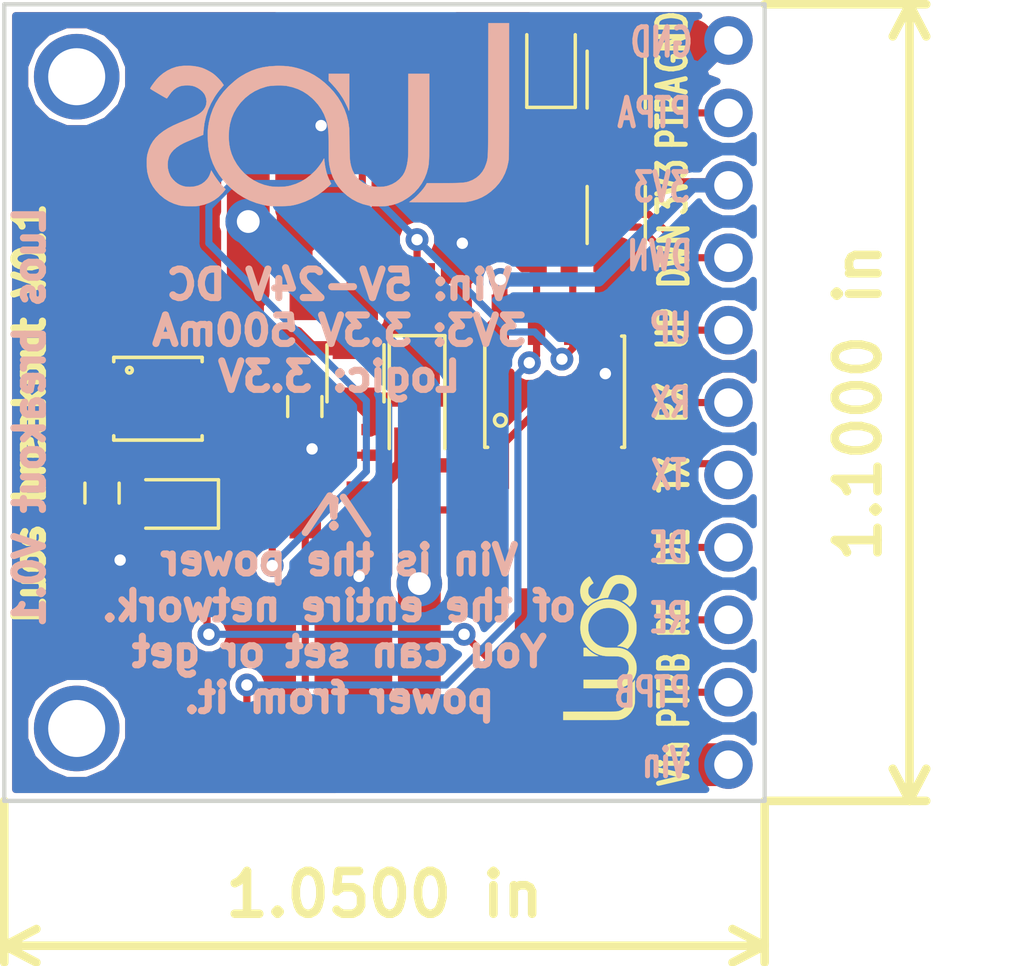
<source format=kicad_pcb>
(kicad_pcb (version 20171130) (host pcbnew "(5.0.1-3-g963ef8bb5)")

  (general
    (thickness 1.6)
    (drawings 31)
    (tracks 228)
    (zones 0)
    (modules 31)
    (nets 25)
  )

  (page A4)
  (layers
    (0 F.Cu signal)
    (31 B.Cu signal)
    (32 B.Adhes user)
    (33 F.Adhes user)
    (34 B.Paste user)
    (35 F.Paste user hide)
    (36 B.SilkS user)
    (37 F.SilkS user)
    (38 B.Mask user)
    (39 F.Mask user)
    (40 Dwgs.User user)
    (41 Cmts.User user)
    (42 Eco1.User user)
    (43 Eco2.User user)
    (44 Edge.Cuts user)
    (45 Margin user)
    (46 B.CrtYd user)
    (47 F.CrtYd user)
    (48 B.Fab user)
    (49 F.Fab user)
  )

  (setup
    (last_trace_width 0.25)
    (user_trace_width 0.5)
    (user_trace_width 1.5)
    (trace_clearance 0.2)
    (zone_clearance 0.2)
    (zone_45_only no)
    (trace_min 0.2)
    (segment_width 0.2)
    (edge_width 0.15)
    (via_size 0.8)
    (via_drill 0.4)
    (via_min_size 0.4)
    (via_min_drill 0.3)
    (uvia_size 0.3)
    (uvia_drill 0.1)
    (uvias_allowed no)
    (uvia_min_size 0.2)
    (uvia_min_drill 0.1)
    (pcb_text_width 0.3)
    (pcb_text_size 1.5 1.5)
    (mod_edge_width 0.15)
    (mod_text_size 1 1)
    (mod_text_width 0.15)
    (pad_size 1.524 1.524)
    (pad_drill 0.762)
    (pad_to_mask_clearance 0.051)
    (solder_mask_min_width 0.25)
    (aux_axis_origin 0 0)
    (grid_origin 88.392 54.737)
    (visible_elements FFFFFF7F)
    (pcbplotparams
      (layerselection 0x310fc_ffffffff)
      (usegerberextensions false)
      (usegerberattributes false)
      (usegerberadvancedattributes false)
      (creategerberjobfile false)
      (excludeedgelayer true)
      (linewidth 0.100000)
      (plotframeref false)
      (viasonmask false)
      (mode 1)
      (useauxorigin false)
      (hpglpennumber 1)
      (hpglpenspeed 20)
      (hpglpendiameter 15.000000)
      (psnegative false)
      (psa4output false)
      (plotreference true)
      (plotvalue true)
      (plotinvisibletext false)
      (padsonsilk false)
      (subtractmaskfromsilk false)
      (outputformat 1)
      (mirror false)
      (drillshape 0)
      (scaleselection 1)
      (outputdirectory "gerber/"))
  )

  (net 0 "")
  (net 1 "Net-(C8-Pad1)")
  (net 2 GND)
  (net 3 /A_RS_485_N)
  (net 4 +3V3)
  (net 5 /B_RS_485_P)
  (net 6 /TxD)
  (net 7 /DE)
  (net 8 /RE)
  (net 9 /RxD)
  (net 10 "Net-(C8-Pad2)")
  (net 11 /Vin)
  (net 12 "Net-(R3-Pad2)")
  (net 13 "Net-(C6-Pad1)")
  (net 14 "Net-(R8-Pad1)")
  (net 15 "Net-(U2-Pad6)")
  (net 16 "Net-(R10-Pad1)")
  (net 17 "Net-(C4-Pad1)")
  (net 18 /PTPB_PRO)
  (net 19 /PTPB)
  (net 20 /PTPA)
  (net 21 /PTPA_PRO)
  (net 22 "Net-(C5-Pad1)")
  (net 23 /RS485_LVL_DOWN)
  (net 24 /RS485_LVL_UP)

  (net_class Default "Ceci est la Netclass par défaut."
    (clearance 0.2)
    (trace_width 0.25)
    (via_dia 0.8)
    (via_drill 0.4)
    (uvia_dia 0.3)
    (uvia_drill 0.1)
    (add_net +3V3)
    (add_net /A_RS_485_N)
    (add_net /B_RS_485_P)
    (add_net /DE)
    (add_net /PTPA)
    (add_net /PTPA_PRO)
    (add_net /PTPB)
    (add_net /PTPB_PRO)
    (add_net /RE)
    (add_net /RS485_LVL_DOWN)
    (add_net /RS485_LVL_UP)
    (add_net /RxD)
    (add_net /TxD)
    (add_net /Vin)
    (add_net GND)
    (add_net "Net-(C4-Pad1)")
    (add_net "Net-(C5-Pad1)")
    (add_net "Net-(C6-Pad1)")
    (add_net "Net-(C8-Pad1)")
    (add_net "Net-(C8-Pad2)")
    (add_net "Net-(R10-Pad1)")
    (add_net "Net-(R3-Pad2)")
    (add_net "Net-(R8-Pad1)")
    (add_net "Net-(U2-Pad6)")
  )

  (net_class Power ""
    (clearance 0.2)
    (trace_width 1.5)
    (via_dia 1.6)
    (via_drill 0.8)
    (uvia_dia 0.3)
    (uvia_drill 0.1)
  )

  (module Common_Footprint:826926-11 locked (layer F.Cu) (tedit 5D517A37) (tstamp 5D5270BA)
    (at 89.662 43.307 90)
    (path /5D5DFF09)
    (fp_text reference J3 (at -5.1308 0.0762) (layer F.Fab)
      (effects (font (size 0.75 0.75) (thickness 0.125)))
    )
    (fp_text value Header11Contacts (at 0 -2.54 90) (layer F.Fab) hide
      (effects (font (size 1 1) (thickness 0.125)))
    )
    (fp_line (start -12.7 -1.27) (end 15.24 -1.27) (layer F.Fab) (width 0.15))
    (fp_line (start 15.24 -1.25) (end 15.24 1.25) (layer F.Fab) (width 0.15))
    (fp_line (start 15.24 1.27) (end -12.7 1.27) (layer F.Fab) (width 0.15))
    (fp_line (start -12.7 1.25) (end -12.7 -1.25) (layer F.Fab) (width 0.15))
    (pad 11 thru_hole circle (at 13.97 0 90) (size 1.7 1.7) (drill 1) (layers *.Cu *.Mask)
      (net 2 GND))
    (pad 10 thru_hole circle (at 11.43 0 90) (size 1.7 1.7) (drill 1) (layers *.Cu *.Mask)
      (net 20 /PTPA))
    (pad 9 thru_hole circle (at 8.89 0 90) (size 1.7 1.7) (drill 1) (layers *.Cu *.Mask)
      (net 4 +3V3))
    (pad 8 thru_hole circle (at 6.35 0 90) (size 1.7 1.7) (drill 1) (layers *.Cu *.Mask)
      (net 23 /RS485_LVL_DOWN))
    (pad 7 thru_hole circle (at 3.81 0 90) (size 1.7 1.7) (drill 1) (layers *.Cu *.Mask)
      (net 24 /RS485_LVL_UP))
    (pad 3 thru_hole circle (at -6.35 0 90) (size 1.7 1.7) (drill 1) (layers *.Cu *.Mask)
      (net 8 /RE))
    (pad 4 thru_hole circle (at -3.81 0 90) (size 1.7 1.7) (drill 1) (layers *.Cu *.Mask)
      (net 7 /DE))
    (pad 2 thru_hole circle (at -8.89 0 90) (size 1.7 1.7) (drill 1) (layers *.Cu *.Mask)
      (net 19 /PTPB))
    (pad 1 thru_hole circle (at -11.43 0 90) (size 1.7 1.7) (drill 1) (layers *.Cu *.Mask)
      (net 11 /Vin))
    (pad 5 thru_hole circle (at -1.27 0 90) (size 1.7 1.7) (drill 1) (layers *.Cu *.Mask)
      (net 6 /TxD))
    (pad 6 thru_hole circle (at 1.27 0 90) (size 1.7 1.7) (drill 1) (layers *.Cu *.Mask)
      (net 9 /RxD))
    (model "${KISYS3DMOD}/Pin Header 1x11 TH Pitch 2.54mm.stp"
      (offset (xyz -11.45 0 0))
      (scale (xyz 1 1 1))
      (rotate (xyz 0 0 0))
    )
  )

  (module Common_Footprint:C_0402_NoSilk (layer F.Cu) (tedit 5E8B679F) (tstamp 5D52007B)
    (at 69.765 39.878 180)
    (descr "Capacitor SMD 0402, reflow soldering, AVX (see smccp.pdf)")
    (tags "capacitor 0402")
    (path /5A8CFF32)
    (attr smd)
    (fp_text reference C8 (at 2.6 -0.3 180) (layer F.SilkS) hide
      (effects (font (size 1 1) (thickness 0.15)))
    )
    (fp_text value 100nF (at 0 1.27 180) (layer F.Fab) hide
      (effects (font (size 1 1) (thickness 0.15)))
    )
    (fp_text user %R (at -0.01 0.01 180) (layer F.Fab)
      (effects (font (size 0.3 0.3) (thickness 0.075)))
    )
    (fp_line (start -0.5 0.25) (end -0.5 -0.25) (layer F.Fab) (width 0.1))
    (fp_line (start 0.5 0.25) (end -0.5 0.25) (layer F.Fab) (width 0.1))
    (fp_line (start 0.5 -0.25) (end 0.5 0.25) (layer F.Fab) (width 0.1))
    (fp_line (start -0.5 -0.25) (end 0.5 -0.25) (layer F.Fab) (width 0.1))
    (fp_line (start -1 -0.4) (end 1 -0.4) (layer F.CrtYd) (width 0.05))
    (fp_line (start -1 -0.4) (end -1 0.4) (layer F.CrtYd) (width 0.05))
    (fp_line (start 1 0.4) (end 1 -0.4) (layer F.CrtYd) (width 0.05))
    (fp_line (start 1 0.4) (end -1 0.4) (layer F.CrtYd) (width 0.05))
    (pad 1 smd rect (at -0.55 0 180) (size 0.6 0.5) (layers F.Cu F.Paste F.Mask)
      (net 1 "Net-(C8-Pad1)"))
    (pad 2 smd rect (at 0.55 0 180) (size 0.6 0.5) (layers F.Cu F.Paste F.Mask)
      (net 10 "Net-(C8-Pad2)"))
    (model "${KISYS3DMOD}/0402 SMD Capacitor.step"
      (at (xyz 0 0 0))
      (scale (xyz 1 1 1))
      (rotate (xyz -90 0 0))
    )
  )

  (module Common_Footprint:C_0402_NoSilk (layer F.Cu) (tedit 5E8B679F) (tstamp 5D52006C)
    (at 80.391 39.158 90)
    (descr "Capacitor SMD 0402, reflow soldering, AVX (see smccp.pdf)")
    (tags "capacitor 0402")
    (path /59EF1B6C)
    (attr smd)
    (fp_text reference C7 (at 2.6 -0.3 90) (layer F.SilkS) hide
      (effects (font (size 1 1) (thickness 0.15)))
    )
    (fp_text value 100nF (at 0 1.27 90) (layer F.Fab) hide
      (effects (font (size 1 1) (thickness 0.15)))
    )
    (fp_text user %R (at -0.01 0.01 90) (layer F.Fab)
      (effects (font (size 0.3 0.3) (thickness 0.075)))
    )
    (fp_line (start -0.5 0.25) (end -0.5 -0.25) (layer F.Fab) (width 0.1))
    (fp_line (start 0.5 0.25) (end -0.5 0.25) (layer F.Fab) (width 0.1))
    (fp_line (start 0.5 -0.25) (end 0.5 0.25) (layer F.Fab) (width 0.1))
    (fp_line (start -0.5 -0.25) (end 0.5 -0.25) (layer F.Fab) (width 0.1))
    (fp_line (start -1 -0.4) (end 1 -0.4) (layer F.CrtYd) (width 0.05))
    (fp_line (start -1 -0.4) (end -1 0.4) (layer F.CrtYd) (width 0.05))
    (fp_line (start 1 0.4) (end 1 -0.4) (layer F.CrtYd) (width 0.05))
    (fp_line (start 1 0.4) (end -1 0.4) (layer F.CrtYd) (width 0.05))
    (pad 1 smd rect (at -0.55 0 90) (size 0.6 0.5) (layers F.Cu F.Paste F.Mask)
      (net 4 +3V3))
    (pad 2 smd rect (at 0.55 0 90) (size 0.6 0.5) (layers F.Cu F.Paste F.Mask)
      (net 2 GND))
    (model "${KISYS3DMOD}/0402 SMD Capacitor.step"
      (at (xyz 0 0 0))
      (scale (xyz 1 1 1))
      (rotate (xyz -90 0 0))
    )
  )

  (module Common_Footprint:C_0402_NoSilk (layer F.Cu) (tedit 5E8B679F) (tstamp 5D52005D)
    (at 73.533 42.8205 270)
    (descr "Capacitor SMD 0402, reflow soldering, AVX (see smccp.pdf)")
    (tags "capacitor 0402")
    (path /5A8CB6FA)
    (attr smd)
    (fp_text reference C4 (at 2.6 -0.3 270) (layer F.SilkS) hide
      (effects (font (size 1 1) (thickness 0.15)))
    )
    (fp_text value 27pF (at 0 1.27 270) (layer F.Fab) hide
      (effects (font (size 1 1) (thickness 0.15)))
    )
    (fp_text user %R (at -0.01 0.01 270) (layer F.Fab)
      (effects (font (size 0.3 0.3) (thickness 0.075)))
    )
    (fp_line (start -0.5 0.25) (end -0.5 -0.25) (layer F.Fab) (width 0.1))
    (fp_line (start 0.5 0.25) (end -0.5 0.25) (layer F.Fab) (width 0.1))
    (fp_line (start 0.5 -0.25) (end 0.5 0.25) (layer F.Fab) (width 0.1))
    (fp_line (start -0.5 -0.25) (end 0.5 -0.25) (layer F.Fab) (width 0.1))
    (fp_line (start -1 -0.4) (end 1 -0.4) (layer F.CrtYd) (width 0.05))
    (fp_line (start -1 -0.4) (end -1 0.4) (layer F.CrtYd) (width 0.05))
    (fp_line (start 1 0.4) (end 1 -0.4) (layer F.CrtYd) (width 0.05))
    (fp_line (start 1 0.4) (end -1 0.4) (layer F.CrtYd) (width 0.05))
    (pad 1 smd rect (at -0.55 0 270) (size 0.6 0.5) (layers F.Cu F.Paste F.Mask)
      (net 17 "Net-(C4-Pad1)"))
    (pad 2 smd rect (at 0.55 0 270) (size 0.6 0.5) (layers F.Cu F.Paste F.Mask)
      (net 2 GND))
    (model "${KISYS3DMOD}/0402 SMD Capacitor.step"
      (at (xyz 0 0 0))
      (scale (xyz 1 1 1))
      (rotate (xyz -90 0 0))
    )
  )

  (module Common_Footprint:C_0402_NoSilk (layer F.Cu) (tedit 5E8B679F) (tstamp 5D52004E)
    (at 70.443 38.0365 180)
    (descr "Capacitor SMD 0402, reflow soldering, AVX (see smccp.pdf)")
    (tags "capacitor 0402")
    (path /5A8CAABB)
    (attr smd)
    (fp_text reference C3 (at 2.6 -0.3 180) (layer F.SilkS) hide
      (effects (font (size 1 1) (thickness 0.15)))
    )
    (fp_text value 1µF (at 0 1.27 180) (layer F.Fab) hide
      (effects (font (size 1 1) (thickness 0.15)))
    )
    (fp_text user %R (at -0.01 0.01 180) (layer F.Fab)
      (effects (font (size 0.3 0.3) (thickness 0.075)))
    )
    (fp_line (start -0.5 0.25) (end -0.5 -0.25) (layer F.Fab) (width 0.1))
    (fp_line (start 0.5 0.25) (end -0.5 0.25) (layer F.Fab) (width 0.1))
    (fp_line (start 0.5 -0.25) (end 0.5 0.25) (layer F.Fab) (width 0.1))
    (fp_line (start -0.5 -0.25) (end 0.5 -0.25) (layer F.Fab) (width 0.1))
    (fp_line (start -1 -0.4) (end 1 -0.4) (layer F.CrtYd) (width 0.05))
    (fp_line (start -1 -0.4) (end -1 0.4) (layer F.CrtYd) (width 0.05))
    (fp_line (start 1 0.4) (end 1 -0.4) (layer F.CrtYd) (width 0.05))
    (fp_line (start 1 0.4) (end -1 0.4) (layer F.CrtYd) (width 0.05))
    (pad 1 smd rect (at -0.55 0 180) (size 0.6 0.5) (layers F.Cu F.Paste F.Mask)
      (net 11 /Vin))
    (pad 2 smd rect (at 0.55 0 180) (size 0.6 0.5) (layers F.Cu F.Paste F.Mask)
      (net 2 GND))
    (model "${KISYS3DMOD}/0402 SMD Capacitor.step"
      (at (xyz 0 0 0))
      (scale (xyz 1 1 1))
      (rotate (xyz -90 0 0))
    )
  )

  (module Common_Footprint:C_0402_NoSilk (layer F.Cu) (tedit 5E8B679F) (tstamp 5D52003F)
    (at 80.391 44.789 90)
    (descr "Capacitor SMD 0402, reflow soldering, AVX (see smccp.pdf)")
    (tags "capacitor 0402")
    (path /5A8D21B0)
    (attr smd)
    (fp_text reference C2 (at 2.6 -0.3 90) (layer F.SilkS) hide
      (effects (font (size 1 1) (thickness 0.15)))
    )
    (fp_text value 1µF (at 0 1.27 90) (layer F.Fab) hide
      (effects (font (size 1 1) (thickness 0.15)))
    )
    (fp_text user %R (at -0.01 0.01 90) (layer F.Fab)
      (effects (font (size 0.3 0.3) (thickness 0.075)))
    )
    (fp_line (start -0.5 0.25) (end -0.5 -0.25) (layer F.Fab) (width 0.1))
    (fp_line (start 0.5 0.25) (end -0.5 0.25) (layer F.Fab) (width 0.1))
    (fp_line (start 0.5 -0.25) (end 0.5 0.25) (layer F.Fab) (width 0.1))
    (fp_line (start -0.5 -0.25) (end 0.5 -0.25) (layer F.Fab) (width 0.1))
    (fp_line (start -1 -0.4) (end 1 -0.4) (layer F.CrtYd) (width 0.05))
    (fp_line (start -1 -0.4) (end -1 0.4) (layer F.CrtYd) (width 0.05))
    (fp_line (start 1 0.4) (end 1 -0.4) (layer F.CrtYd) (width 0.05))
    (fp_line (start 1 0.4) (end -1 0.4) (layer F.CrtYd) (width 0.05))
    (pad 1 smd rect (at -0.55 0 90) (size 0.6 0.5) (layers F.Cu F.Paste F.Mask)
      (net 11 /Vin))
    (pad 2 smd rect (at 0.55 0 90) (size 0.6 0.5) (layers F.Cu F.Paste F.Mask)
      (net 2 GND))
    (model "${KISYS3DMOD}/0402 SMD Capacitor.step"
      (at (xyz 0 0 0))
      (scale (xyz 1 1 1))
      (rotate (xyz -90 0 0))
    )
  )

  (module Common_Footprint:C_0402_NoSilk (layer F.Cu) (tedit 5E8B679F) (tstamp 5D520030)
    (at 67.9665 38.608 90)
    (descr "Capacitor SMD 0402, reflow soldering, AVX (see smccp.pdf)")
    (tags "capacitor 0402")
    (path /5A8D222A)
    (attr smd)
    (fp_text reference C1 (at 2.6 -0.3 90) (layer F.SilkS) hide
      (effects (font (size 1 1) (thickness 0.15)))
    )
    (fp_text value 1µF (at 0 1.27 90) (layer F.Fab) hide
      (effects (font (size 1 1) (thickness 0.15)))
    )
    (fp_text user %R (at -0.01 0.01 90) (layer F.Fab)
      (effects (font (size 0.3 0.3) (thickness 0.075)))
    )
    (fp_line (start -0.5 0.25) (end -0.5 -0.25) (layer F.Fab) (width 0.1))
    (fp_line (start 0.5 0.25) (end -0.5 0.25) (layer F.Fab) (width 0.1))
    (fp_line (start 0.5 -0.25) (end 0.5 0.25) (layer F.Fab) (width 0.1))
    (fp_line (start -0.5 -0.25) (end 0.5 -0.25) (layer F.Fab) (width 0.1))
    (fp_line (start -1 -0.4) (end 1 -0.4) (layer F.CrtYd) (width 0.05))
    (fp_line (start -1 -0.4) (end -1 0.4) (layer F.CrtYd) (width 0.05))
    (fp_line (start 1 0.4) (end 1 -0.4) (layer F.CrtYd) (width 0.05))
    (fp_line (start 1 0.4) (end -1 0.4) (layer F.CrtYd) (width 0.05))
    (pad 1 smd rect (at -0.55 0 90) (size 0.6 0.5) (layers F.Cu F.Paste F.Mask)
      (net 11 /Vin))
    (pad 2 smd rect (at 0.55 0 90) (size 0.6 0.5) (layers F.Cu F.Paste F.Mask)
      (net 2 GND))
    (model "${KISYS3DMOD}/0402 SMD Capacitor.step"
      (at (xyz 0 0 0))
      (scale (xyz 1 1 1))
      (rotate (xyz -90 0 0))
    )
  )

  (module Common_Footprint:C_0603 (layer F.Cu) (tedit 5D513C21) (tstamp 5D520021)
    (at 67.691 45.212 270)
    (descr "Capacitor SMD 0603, reflow soldering, AVX (see smccp.pdf)")
    (tags "capacitor 0603")
    (path /5A8CF5E6)
    (attr smd)
    (fp_text reference C6 (at -0.025 0) (layer F.SilkS) hide
      (effects (font (size 1 1) (thickness 0.125)))
    )
    (fp_text value 6.8nF (at 0 1.5 270) (layer F.Fab) hide
      (effects (font (size 1 1) (thickness 0.125)))
    )
    (fp_line (start 1.4 0.65) (end -1.4 0.65) (layer F.CrtYd) (width 0.05))
    (fp_line (start 1.4 0.65) (end 1.4 -0.65) (layer F.CrtYd) (width 0.05))
    (fp_line (start -1.4 -0.65) (end -1.4 0.65) (layer F.CrtYd) (width 0.05))
    (fp_line (start -1.4 -0.65) (end 1.4 -0.65) (layer F.CrtYd) (width 0.05))
    (fp_line (start 0.35 0.6) (end -0.35 0.6) (layer F.SilkS) (width 0.12))
    (fp_line (start -0.35 -0.6) (end 0.35 -0.6) (layer F.SilkS) (width 0.12))
    (fp_line (start -0.8 -0.4) (end 0.8 -0.4) (layer F.Fab) (width 0.1))
    (fp_line (start 0.8 -0.4) (end 0.8 0.4) (layer F.Fab) (width 0.1))
    (fp_line (start 0.8 0.4) (end -0.8 0.4) (layer F.Fab) (width 0.1))
    (fp_line (start -0.8 0.4) (end -0.8 -0.4) (layer F.Fab) (width 0.1))
    (fp_text user %R (at 0 0 270) (layer F.Fab)
      (effects (font (size 0.4 0.4) (thickness 0.1)))
    )
    (pad 2 smd rect (at 0.75 0 270) (size 0.8 0.75) (layers F.Cu F.Paste F.Mask)
      (net 2 GND))
    (pad 1 smd rect (at -0.75 0 270) (size 0.8 0.75) (layers F.Cu F.Paste F.Mask)
      (net 13 "Net-(C6-Pad1)"))
    (model "${KISYS3DMOD}/0603 SMD Capacitor.step"
      (at (xyz 0 0 0))
      (scale (xyz 1 1 1))
      (rotate (xyz 0 0 0))
    )
  )

  (module Common_Footprint:C_0603 (layer F.Cu) (tedit 5D513C21) (tstamp 5D520010)
    (at 74.803 42.176 270)
    (descr "Capacitor SMD 0603, reflow soldering, AVX (see smccp.pdf)")
    (tags "capacitor 0603")
    (path /5A8CC30A)
    (attr smd)
    (fp_text reference C5 (at -0.025 0) (layer F.SilkS) hide
      (effects (font (size 1 1) (thickness 0.125)))
    )
    (fp_text value 470pF (at 0 1.5 270) (layer F.Fab) hide
      (effects (font (size 1 1) (thickness 0.125)))
    )
    (fp_line (start 1.4 0.65) (end -1.4 0.65) (layer F.CrtYd) (width 0.05))
    (fp_line (start 1.4 0.65) (end 1.4 -0.65) (layer F.CrtYd) (width 0.05))
    (fp_line (start -1.4 -0.65) (end -1.4 0.65) (layer F.CrtYd) (width 0.05))
    (fp_line (start -1.4 -0.65) (end 1.4 -0.65) (layer F.CrtYd) (width 0.05))
    (fp_line (start 0.35 0.6) (end -0.35 0.6) (layer F.SilkS) (width 0.12))
    (fp_line (start -0.35 -0.6) (end 0.35 -0.6) (layer F.SilkS) (width 0.12))
    (fp_line (start -0.8 -0.4) (end 0.8 -0.4) (layer F.Fab) (width 0.1))
    (fp_line (start 0.8 -0.4) (end 0.8 0.4) (layer F.Fab) (width 0.1))
    (fp_line (start 0.8 0.4) (end -0.8 0.4) (layer F.Fab) (width 0.1))
    (fp_line (start -0.8 0.4) (end -0.8 -0.4) (layer F.Fab) (width 0.1))
    (fp_text user %R (at 0 0 270) (layer F.Fab)
      (effects (font (size 0.4 0.4) (thickness 0.1)))
    )
    (pad 2 smd rect (at 0.75 0 270) (size 0.8 0.75) (layers F.Cu F.Paste F.Mask)
      (net 2 GND))
    (pad 1 smd rect (at -0.75 0 270) (size 0.8 0.75) (layers F.Cu F.Paste F.Mask)
      (net 22 "Net-(C5-Pad1)"))
    (model "${KISYS3DMOD}/0603 SMD Capacitor.step"
      (at (xyz 0 0 0))
      (scale (xyz 1 1 1))
      (rotate (xyz 0 0 0))
    )
  )

  (module Common_Footprint:C_1206 (layer F.Cu) (tedit 5C9A6491) (tstamp 5D522BFA)
    (at 85.725 30.71 270)
    (descr "Capacitor SMD 1206, reflow soldering, AVX (see smccp.pdf)")
    (tags "capacitor 1206")
    (path /5A8D2E23)
    (attr smd)
    (fp_text reference C10 (at 0 -1.75 270) (layer F.Fab) hide
      (effects (font (size 1 1) (thickness 0.15)))
    )
    (fp_text value 47µF (at 0 1.778 270) (layer F.Fab) hide
      (effects (font (size 1 1) (thickness 0.15)))
    )
    (fp_line (start 2.25 1.05) (end -2.25 1.05) (layer F.CrtYd) (width 0.05))
    (fp_line (start 2.25 1.05) (end 2.25 -1.05) (layer F.CrtYd) (width 0.05))
    (fp_line (start -2.25 -1.05) (end -2.25 1.05) (layer F.CrtYd) (width 0.05))
    (fp_line (start -2.25 -1.05) (end 2.25 -1.05) (layer F.CrtYd) (width 0.05))
    (fp_line (start -1 1.02) (end 1 1.02) (layer F.SilkS) (width 0.12))
    (fp_line (start 1 -1.02) (end -1 -1.02) (layer F.SilkS) (width 0.12))
    (fp_line (start -1.6 -0.8) (end 1.6 -0.8) (layer F.Fab) (width 0.1))
    (fp_line (start 1.6 -0.8) (end 1.6 0.8) (layer F.Fab) (width 0.1))
    (fp_line (start 1.6 0.8) (end -1.6 0.8) (layer F.Fab) (width 0.1))
    (fp_line (start -1.6 0.8) (end -1.6 -0.8) (layer F.Fab) (width 0.1))
    (fp_text user %R (at 0 0 270) (layer F.Fab)
      (effects (font (size 1 1) (thickness 0.15)))
    )
    (pad 2 smd rect (at 1.5 0 270) (size 1 1.6) (layers F.Cu F.Paste F.Mask)
      (net 4 +3V3))
    (pad 1 smd rect (at -1.5 0 270) (size 1 1.6) (layers F.Cu F.Paste F.Mask)
      (net 2 GND))
    (model "${KISYS3DMOD}/1206 SMD Resistor.step"
      (at (xyz 0 0 0))
      (scale (xyz 1 1 1))
      (rotate (xyz 0 0 0))
    )
  )

  (module Common_Footprint:C_1206 (layer F.Cu) (tedit 5C9A6491) (tstamp 5D51FFEE)
    (at 85.725 35.457 90)
    (descr "Capacitor SMD 1206, reflow soldering, AVX (see smccp.pdf)")
    (tags "capacitor 1206")
    (path /5A8D2A71)
    (attr smd)
    (fp_text reference C9 (at 0 -1.75 90) (layer F.Fab) hide
      (effects (font (size 1 1) (thickness 0.15)))
    )
    (fp_text value 47µF (at 0 1.778 90) (layer F.Fab) hide
      (effects (font (size 1 1) (thickness 0.15)))
    )
    (fp_line (start 2.25 1.05) (end -2.25 1.05) (layer F.CrtYd) (width 0.05))
    (fp_line (start 2.25 1.05) (end 2.25 -1.05) (layer F.CrtYd) (width 0.05))
    (fp_line (start -2.25 -1.05) (end -2.25 1.05) (layer F.CrtYd) (width 0.05))
    (fp_line (start -2.25 -1.05) (end 2.25 -1.05) (layer F.CrtYd) (width 0.05))
    (fp_line (start -1 1.02) (end 1 1.02) (layer F.SilkS) (width 0.12))
    (fp_line (start 1 -1.02) (end -1 -1.02) (layer F.SilkS) (width 0.12))
    (fp_line (start -1.6 -0.8) (end 1.6 -0.8) (layer F.Fab) (width 0.1))
    (fp_line (start 1.6 -0.8) (end 1.6 0.8) (layer F.Fab) (width 0.1))
    (fp_line (start 1.6 0.8) (end -1.6 0.8) (layer F.Fab) (width 0.1))
    (fp_line (start -1.6 0.8) (end -1.6 -0.8) (layer F.Fab) (width 0.1))
    (fp_text user %R (at 0 0 90) (layer F.Fab)
      (effects (font (size 1 1) (thickness 0.15)))
    )
    (pad 2 smd rect (at 1.5 0 90) (size 1 1.6) (layers F.Cu F.Paste F.Mask)
      (net 4 +3V3))
    (pad 1 smd rect (at -1.5 0 90) (size 1 1.6) (layers F.Cu F.Paste F.Mask)
      (net 2 GND))
    (model "${KISYS3DMOD}/1206 SMD Resistor.step"
      (at (xyz 0 0 0))
      (scale (xyz 1 1 1))
      (rotate (xyz 0 0 0))
    )
  )

  (module "Common_Footprint:DF11C-8DP-2V(57)" (layer F.Cu) (tedit 5D51739D) (tstamp 5D525DAF)
    (at 75.819 29.845)
    (path /59EDFFDD)
    (fp_text reference J2 (at 0 4) (layer F.Fab)
      (effects (font (size 1 1) (thickness 0.15)))
    )
    (fp_text value "DF11-8DP-2DS(24)" (at 0 -0.5) (layer F.Fab) hide
      (effects (font (size 1 1) (thickness 0.15)))
    )
    (fp_line (start -6.3 7.3) (end -6.3 1) (layer F.CrtYd) (width 0.1))
    (fp_line (start 6.3 7.3) (end -6.3 7.3) (layer F.CrtYd) (width 0.1))
    (fp_line (start 6.3 1) (end 6.3 7.3) (layer F.CrtYd) (width 0.1))
    (fp_line (start -6.3 1) (end 6.3 1) (layer F.CrtYd) (width 0.1))
    (pad 9 smd rect (at -7.35 4.15) (size 2 2.8) (layers F.Cu F.Paste F.Mask))
    (pad 9 smd rect (at 7.35 4.15) (size 2 2.8) (layers F.Cu F.Paste F.Mask))
    (pad 8 smd rect (at -3 8.3) (size 1.1 2) (layers F.Cu F.Paste F.Mask)
      (net 11 /Vin))
    (pad 7 smd rect (at -1 8.3) (size 1.1 2) (layers F.Cu F.Paste F.Mask)
      (net 2 GND))
    (pad 6 smd rect (at 1 8.3) (size 1.1 2) (layers F.Cu F.Paste F.Mask)
      (net 21 /PTPA_PRO))
    (pad 5 smd rect (at 3 8.3) (size 1.1 2) (layers F.Cu F.Paste F.Mask)
      (net 3 /A_RS_485_N))
    (pad 4 smd rect (at 3 0) (size 1.1 2) (layers F.Cu F.Paste F.Mask)
      (net 5 /B_RS_485_P))
    (pad 3 smd rect (at 1 0) (size 1.1 2) (layers F.Cu F.Paste F.Mask)
      (net 21 /PTPA_PRO))
    (pad 2 smd rect (at -1 0) (size 1.1 2) (layers F.Cu F.Paste F.Mask)
      (net 2 GND))
    (pad 1 smd rect (at -3 0) (size 1.1 2) (layers F.Cu F.Paste F.Mask)
      (net 11 /Vin))
    (model ${KISYS3DMOD}/DF11C-8DP-2V.stp
      (offset (xyz -34.6 19.2 5.3))
      (scale (xyz 1 1 1))
      (rotate (xyz 180 0 0))
    )
  )

  (module "Common_Footprint:DF11C-8DP-2V(57)" (layer F.Cu) (tedit 5D51739D) (tstamp 5D51FFCB)
    (at 75.819 54.102 180)
    (path /59EDFF88)
    (fp_text reference J1 (at 0 4 180) (layer F.Fab)
      (effects (font (size 1 1) (thickness 0.15)))
    )
    (fp_text value "DF11-8DP-2DS(24)" (at 0 -0.5 180) (layer F.Fab) hide
      (effects (font (size 1 1) (thickness 0.15)))
    )
    (fp_line (start -6.3 7.3) (end -6.3 1) (layer F.CrtYd) (width 0.1))
    (fp_line (start 6.3 7.3) (end -6.3 7.3) (layer F.CrtYd) (width 0.1))
    (fp_line (start 6.3 1) (end 6.3 7.3) (layer F.CrtYd) (width 0.1))
    (fp_line (start -6.3 1) (end 6.3 1) (layer F.CrtYd) (width 0.1))
    (pad 9 smd rect (at -7.35 4.15 180) (size 2 2.8) (layers F.Cu F.Paste F.Mask))
    (pad 9 smd rect (at 7.35 4.15 180) (size 2 2.8) (layers F.Cu F.Paste F.Mask))
    (pad 8 smd rect (at -3 8.3 180) (size 1.1 2) (layers F.Cu F.Paste F.Mask)
      (net 11 /Vin))
    (pad 7 smd rect (at -1 8.3 180) (size 1.1 2) (layers F.Cu F.Paste F.Mask)
      (net 2 GND))
    (pad 6 smd rect (at 1 8.3 180) (size 1.1 2) (layers F.Cu F.Paste F.Mask)
      (net 18 /PTPB_PRO))
    (pad 5 smd rect (at 3 8.3 180) (size 1.1 2) (layers F.Cu F.Paste F.Mask)
      (net 3 /A_RS_485_N))
    (pad 4 smd rect (at 3 0 180) (size 1.1 2) (layers F.Cu F.Paste F.Mask)
      (net 5 /B_RS_485_P))
    (pad 3 smd rect (at 1 0 180) (size 1.1 2) (layers F.Cu F.Paste F.Mask)
      (net 18 /PTPB_PRO))
    (pad 2 smd rect (at -1 0 180) (size 1.1 2) (layers F.Cu F.Paste F.Mask)
      (net 2 GND))
    (pad 1 smd rect (at -3 0 180) (size 1.1 2) (layers F.Cu F.Paste F.Mask)
      (net 11 /Vin))
    (model ${KISYS3DMOD}/DF11C-8DP-2V.stp
      (offset (xyz -34.6 19.2 5.3))
      (scale (xyz 1 1 1))
      (rotate (xyz 180 0 0))
    )
  )

  (module Common_Footprint:D_SOD-323F (layer F.Cu) (tedit 5D513BB9) (tstamp 5D524098)
    (at 83.439 30.183 90)
    (descr "SOD-323F http://www.nxp.com/documents/outline_drawing/SOD323F.pdf")
    (tags SOD-323F)
    (path /5C647283)
    (attr smd)
    (fp_text reference D3 (at 0 -1.85 90) (layer F.SilkS) hide
      (effects (font (size 1 1) (thickness 0.15)))
    )
    (fp_text value D_Zener (at 0.1 1.9 90) (layer F.Fab) hide
      (effects (font (size 1 1) (thickness 0.15)))
    )
    (fp_text user %R (at 0 -1.016 90) (layer F.Fab)
      (effects (font (size 0.4 0.4) (thickness 0.1)))
    )
    (fp_line (start -1.5 -0.85) (end -1.5 0.85) (layer F.SilkS) (width 0.12))
    (fp_line (start 0.2 0) (end 0.45 0) (layer F.Fab) (width 0.1))
    (fp_line (start 0.2 0.35) (end -0.3 0) (layer F.Fab) (width 0.1))
    (fp_line (start 0.2 -0.35) (end 0.2 0.35) (layer F.Fab) (width 0.1))
    (fp_line (start -0.3 0) (end 0.2 -0.35) (layer F.Fab) (width 0.1))
    (fp_line (start -0.3 0) (end -0.5 0) (layer F.Fab) (width 0.1))
    (fp_line (start -0.3 -0.35) (end -0.3 0.35) (layer F.Fab) (width 0.1))
    (fp_line (start -0.9 0.7) (end -0.9 -0.7) (layer F.Fab) (width 0.1))
    (fp_line (start 0.9 0.7) (end -0.9 0.7) (layer F.Fab) (width 0.1))
    (fp_line (start 0.9 -0.7) (end 0.9 0.7) (layer F.Fab) (width 0.1))
    (fp_line (start -0.9 -0.7) (end 0.9 -0.7) (layer F.Fab) (width 0.1))
    (fp_line (start -1.6 -0.95) (end 1.6 -0.95) (layer F.CrtYd) (width 0.05))
    (fp_line (start 1.6 -0.95) (end 1.6 0.95) (layer F.CrtYd) (width 0.05))
    (fp_line (start -1.6 0.95) (end 1.6 0.95) (layer F.CrtYd) (width 0.05))
    (fp_line (start -1.6 -0.95) (end -1.6 0.95) (layer F.CrtYd) (width 0.05))
    (fp_line (start -1.5 0.85) (end 1.05 0.85) (layer F.SilkS) (width 0.12))
    (fp_line (start -1.5 -0.85) (end 1.05 -0.85) (layer F.SilkS) (width 0.12))
    (pad 1 smd rect (at -1.1 0 90) (size 0.5 0.5) (layers F.Cu F.Paste F.Mask)
      (net 20 /PTPA))
    (pad 2 smd rect (at 1.1 0 90) (size 0.5 0.5) (layers F.Cu F.Paste F.Mask)
      (net 2 GND))
    (model ${KISYS3DMOD}/SOD-323F.STEP
      (offset (xyz -1.099999983479657 0 0))
      (scale (xyz 1 1 1))
      (rotate (xyz 0 0 0))
    )
  )

  (module Common_Footprint:D_SOD-323F (layer F.Cu) (tedit 5D513BB9) (tstamp 5D51FFA1)
    (at 70.274 45.593 180)
    (descr "SOD-323F http://www.nxp.com/documents/outline_drawing/SOD323F.pdf")
    (tags SOD-323F)
    (path /5C64666C)
    (attr smd)
    (fp_text reference D2 (at 0 -1.85 180) (layer F.SilkS) hide
      (effects (font (size 1 1) (thickness 0.15)))
    )
    (fp_text value D_Zener (at 0.1 1.9 180) (layer F.Fab) hide
      (effects (font (size 1 1) (thickness 0.15)))
    )
    (fp_text user %R (at 0 -1.016 180) (layer F.Fab)
      (effects (font (size 0.4 0.4) (thickness 0.1)))
    )
    (fp_line (start -1.5 -0.85) (end -1.5 0.85) (layer F.SilkS) (width 0.12))
    (fp_line (start 0.2 0) (end 0.45 0) (layer F.Fab) (width 0.1))
    (fp_line (start 0.2 0.35) (end -0.3 0) (layer F.Fab) (width 0.1))
    (fp_line (start 0.2 -0.35) (end 0.2 0.35) (layer F.Fab) (width 0.1))
    (fp_line (start -0.3 0) (end 0.2 -0.35) (layer F.Fab) (width 0.1))
    (fp_line (start -0.3 0) (end -0.5 0) (layer F.Fab) (width 0.1))
    (fp_line (start -0.3 -0.35) (end -0.3 0.35) (layer F.Fab) (width 0.1))
    (fp_line (start -0.9 0.7) (end -0.9 -0.7) (layer F.Fab) (width 0.1))
    (fp_line (start 0.9 0.7) (end -0.9 0.7) (layer F.Fab) (width 0.1))
    (fp_line (start 0.9 -0.7) (end 0.9 0.7) (layer F.Fab) (width 0.1))
    (fp_line (start -0.9 -0.7) (end 0.9 -0.7) (layer F.Fab) (width 0.1))
    (fp_line (start -1.6 -0.95) (end 1.6 -0.95) (layer F.CrtYd) (width 0.05))
    (fp_line (start 1.6 -0.95) (end 1.6 0.95) (layer F.CrtYd) (width 0.05))
    (fp_line (start -1.6 0.95) (end 1.6 0.95) (layer F.CrtYd) (width 0.05))
    (fp_line (start -1.6 -0.95) (end -1.6 0.95) (layer F.CrtYd) (width 0.05))
    (fp_line (start -1.5 0.85) (end 1.05 0.85) (layer F.SilkS) (width 0.12))
    (fp_line (start -1.5 -0.85) (end 1.05 -0.85) (layer F.SilkS) (width 0.12))
    (pad 1 smd rect (at -1.1 0 180) (size 0.5 0.5) (layers F.Cu F.Paste F.Mask)
      (net 19 /PTPB))
    (pad 2 smd rect (at 1.1 0 180) (size 0.5 0.5) (layers F.Cu F.Paste F.Mask)
      (net 2 GND))
    (model ${KISYS3DMOD}/SOD-323F.STEP
      (offset (xyz -1.099999983479657 0 0))
      (scale (xyz 1 1 1))
      (rotate (xyz 0 0 0))
    )
  )

  (module Common_Footprint:L_0806 (layer F.Cu) (tedit 5D513C63) (tstamp 5D5223ED)
    (at 76.581 41.01 270)
    (path /5A8D16DA)
    (fp_text reference L1 (at 0.0254 0 270) (layer F.Fab)
      (effects (font (size 1 1) (thickness 0.15)))
    )
    (fp_text value 4,7µH (at 0 -2 270) (layer F.Fab) hide
      (effects (font (size 1 1) (thickness 0.15)))
    )
    (fp_line (start -1 -1) (end 1 -1) (layer F.SilkS) (width 0.125))
    (fp_line (start 1 1) (end -1 1) (layer F.SilkS) (width 0.125))
    (fp_line (start -0.889 -0.762) (end 0.889 -0.762) (layer F.Fab) (width 0.1))
    (fp_line (start 0.889 -0.762) (end 0.889 0.762) (layer F.Fab) (width 0.1))
    (fp_line (start 0.889 0.762) (end -0.889 0.762) (layer F.Fab) (width 0.1))
    (fp_line (start -0.889 0.762) (end -0.889 -0.762) (layer F.Fab) (width 0.1))
    (pad 1 smd rect (at -0.9 0 270) (size 0.8 1.6) (layers F.Cu F.Paste F.Mask)
      (net 1 "Net-(C8-Pad1)"))
    (pad 2 smd rect (at 0.9 0 90) (size 0.8 1.6) (layers F.Cu F.Paste F.Mask)
      (net 4 +3V3))
    (model "${KISYS3DMOD}/0806 SMD Inductor.stp"
      (offset (xyz 0 0 0.5))
      (scale (xyz 1 1 1))
      (rotate (xyz 0 0 90))
    )
  )

  (module Common_Footprint:R_0402_NoSilk (layer F.Cu) (tedit 5E8B6747) (tstamp 5D522410)
    (at 76.073 43.4395 90)
    (descr "Resistor SMD 0402, reflow soldering, Vishay (see dcrcw.pdf)")
    (tags "resistor 0402")
    (path /5A8D2812)
    (attr smd)
    (fp_text reference R10 (at 0 0 90) (layer F.Fab)
      (effects (font (size 0.25 0.25) (thickness 0.0625)))
    )
    (fp_text value 10K (at 0 1.25 90) (layer F.Fab) hide
      (effects (font (size 1 1) (thickness 0.15)))
    )
    (fp_line (start 0.8 0.45) (end -0.8 0.45) (layer F.CrtYd) (width 0.05))
    (fp_line (start 0.8 0.45) (end 0.8 -0.45) (layer F.CrtYd) (width 0.05))
    (fp_line (start -0.8 -0.45) (end -0.8 0.45) (layer F.CrtYd) (width 0.05))
    (fp_line (start -0.8 -0.45) (end 0.8 -0.45) (layer F.CrtYd) (width 0.05))
    (fp_line (start -0.5 -0.25) (end 0.5 -0.25) (layer F.Fab) (width 0.1))
    (fp_line (start 0.5 -0.25) (end 0.5 0.25) (layer F.Fab) (width 0.1))
    (fp_line (start 0.5 0.25) (end -0.5 0.25) (layer F.Fab) (width 0.1))
    (fp_line (start -0.5 0.25) (end -0.5 -0.25) (layer F.Fab) (width 0.1))
    (pad 2 smd rect (at 0.45 0 90) (size 0.4 0.6) (layers F.Cu F.Paste F.Mask)
      (net 2 GND))
    (pad 1 smd rect (at -0.45 0 90) (size 0.4 0.6) (layers F.Cu F.Paste F.Mask)
      (net 16 "Net-(R10-Pad1)"))
    (model "${KISYS3DMOD}/0402 SMD Resistor.step"
      (at (xyz 0 0 0))
      (scale (xyz 1 1 1))
      (rotate (xyz 0 0 90))
    )
  )

  (module Common_Footprint:R_0402_NoSilk (layer F.Cu) (tedit 5E8B6747) (tstamp 5D522437)
    (at 77.089 43.434 270)
    (descr "Resistor SMD 0402, reflow soldering, Vishay (see dcrcw.pdf)")
    (tags "resistor 0402")
    (path /5A8D1DFD)
    (attr smd)
    (fp_text reference R9 (at 0 0 270) (layer F.Fab)
      (effects (font (size 0.25 0.25) (thickness 0.0625)))
    )
    (fp_text value 31.6K (at 0 1.25 270) (layer F.Fab) hide
      (effects (font (size 1 1) (thickness 0.15)))
    )
    (fp_line (start 0.8 0.45) (end -0.8 0.45) (layer F.CrtYd) (width 0.05))
    (fp_line (start 0.8 0.45) (end 0.8 -0.45) (layer F.CrtYd) (width 0.05))
    (fp_line (start -0.8 -0.45) (end -0.8 0.45) (layer F.CrtYd) (width 0.05))
    (fp_line (start -0.8 -0.45) (end 0.8 -0.45) (layer F.CrtYd) (width 0.05))
    (fp_line (start -0.5 -0.25) (end 0.5 -0.25) (layer F.Fab) (width 0.1))
    (fp_line (start 0.5 -0.25) (end 0.5 0.25) (layer F.Fab) (width 0.1))
    (fp_line (start 0.5 0.25) (end -0.5 0.25) (layer F.Fab) (width 0.1))
    (fp_line (start -0.5 0.25) (end -0.5 -0.25) (layer F.Fab) (width 0.1))
    (pad 2 smd rect (at 0.45 0 270) (size 0.4 0.6) (layers F.Cu F.Paste F.Mask)
      (net 16 "Net-(R10-Pad1)"))
    (pad 1 smd rect (at -0.45 0 270) (size 0.4 0.6) (layers F.Cu F.Paste F.Mask)
      (net 4 +3V3))
    (model "${KISYS3DMOD}/0402 SMD Resistor.step"
      (at (xyz 0 0 0))
      (scale (xyz 1 1 1))
      (rotate (xyz 0 0 90))
    )
  )

  (module Common_Footprint:R_0402_NoSilk (layer F.Cu) (tedit 5E8B6747) (tstamp 5D51FF49)
    (at 69.4 43.942)
    (descr "Resistor SMD 0402, reflow soldering, Vishay (see dcrcw.pdf)")
    (tags "resistor 0402")
    (path /5A8CFA95)
    (attr smd)
    (fp_text reference R8 (at 0 0) (layer F.Fab)
      (effects (font (size 0.25 0.25) (thickness 0.0625)))
    )
    (fp_text value 174K (at 0 1.25) (layer F.Fab) hide
      (effects (font (size 1 1) (thickness 0.15)))
    )
    (fp_line (start 0.8 0.45) (end -0.8 0.45) (layer F.CrtYd) (width 0.05))
    (fp_line (start 0.8 0.45) (end 0.8 -0.45) (layer F.CrtYd) (width 0.05))
    (fp_line (start -0.8 -0.45) (end -0.8 0.45) (layer F.CrtYd) (width 0.05))
    (fp_line (start -0.8 -0.45) (end 0.8 -0.45) (layer F.CrtYd) (width 0.05))
    (fp_line (start -0.5 -0.25) (end 0.5 -0.25) (layer F.Fab) (width 0.1))
    (fp_line (start 0.5 -0.25) (end 0.5 0.25) (layer F.Fab) (width 0.1))
    (fp_line (start 0.5 0.25) (end -0.5 0.25) (layer F.Fab) (width 0.1))
    (fp_line (start -0.5 0.25) (end -0.5 -0.25) (layer F.Fab) (width 0.1))
    (pad 2 smd rect (at 0.45 0) (size 0.4 0.6) (layers F.Cu F.Paste F.Mask)
      (net 2 GND))
    (pad 1 smd rect (at -0.45 0) (size 0.4 0.6) (layers F.Cu F.Paste F.Mask)
      (net 14 "Net-(R8-Pad1)"))
    (model "${KISYS3DMOD}/0402 SMD Resistor.step"
      (at (xyz 0 0 0))
      (scale (xyz 1 1 1))
      (rotate (xyz 0 0 90))
    )
  )

  (module Common_Footprint:R_0402_NoSilk (layer F.Cu) (tedit 5E8B6747) (tstamp 5D51FF3B)
    (at 84.074 36.899 90)
    (descr "Resistor SMD 0402, reflow soldering, Vishay (see dcrcw.pdf)")
    (tags "resistor 0402")
    (path /59EF4EA8)
    (attr smd)
    (fp_text reference R7 (at 0 0 90) (layer F.Fab)
      (effects (font (size 0.25 0.25) (thickness 0.0625)))
    )
    (fp_text value 10K (at 0 1.25 90) (layer F.Fab) hide
      (effects (font (size 1 1) (thickness 0.15)))
    )
    (fp_line (start 0.8 0.45) (end -0.8 0.45) (layer F.CrtYd) (width 0.05))
    (fp_line (start 0.8 0.45) (end 0.8 -0.45) (layer F.CrtYd) (width 0.05))
    (fp_line (start -0.8 -0.45) (end -0.8 0.45) (layer F.CrtYd) (width 0.05))
    (fp_line (start -0.8 -0.45) (end 0.8 -0.45) (layer F.CrtYd) (width 0.05))
    (fp_line (start -0.5 -0.25) (end 0.5 -0.25) (layer F.Fab) (width 0.1))
    (fp_line (start 0.5 -0.25) (end 0.5 0.25) (layer F.Fab) (width 0.1))
    (fp_line (start 0.5 0.25) (end -0.5 0.25) (layer F.Fab) (width 0.1))
    (fp_line (start -0.5 0.25) (end -0.5 -0.25) (layer F.Fab) (width 0.1))
    (pad 2 smd rect (at 0.45 0 90) (size 0.4 0.6) (layers F.Cu F.Paste F.Mask)
      (net 24 /RS485_LVL_UP))
    (pad 1 smd rect (at -0.45 0 90) (size 0.4 0.6) (layers F.Cu F.Paste F.Mask)
      (net 3 /A_RS_485_N))
    (model "${KISYS3DMOD}/0402 SMD Resistor.step"
      (at (xyz 0 0 0))
      (scale (xyz 1 1 1))
      (rotate (xyz 0 0 90))
    )
  )

  (module Common_Footprint:R_0402_NoSilk (layer F.Cu) (tedit 5E8B6747) (tstamp 5D51FF2D)
    (at 82.989 36.888 270)
    (descr "Resistor SMD 0402, reflow soldering, Vishay (see dcrcw.pdf)")
    (tags "resistor 0402")
    (path /59EF52F6)
    (attr smd)
    (fp_text reference R6 (at 0 0 270) (layer F.Fab)
      (effects (font (size 0.25 0.25) (thickness 0.0625)))
    )
    (fp_text value 10K (at 0 1.25 270) (layer F.Fab) hide
      (effects (font (size 1 1) (thickness 0.15)))
    )
    (fp_line (start 0.8 0.45) (end -0.8 0.45) (layer F.CrtYd) (width 0.05))
    (fp_line (start 0.8 0.45) (end 0.8 -0.45) (layer F.CrtYd) (width 0.05))
    (fp_line (start -0.8 -0.45) (end -0.8 0.45) (layer F.CrtYd) (width 0.05))
    (fp_line (start -0.8 -0.45) (end 0.8 -0.45) (layer F.CrtYd) (width 0.05))
    (fp_line (start -0.5 -0.25) (end 0.5 -0.25) (layer F.Fab) (width 0.1))
    (fp_line (start 0.5 -0.25) (end 0.5 0.25) (layer F.Fab) (width 0.1))
    (fp_line (start 0.5 0.25) (end -0.5 0.25) (layer F.Fab) (width 0.1))
    (fp_line (start -0.5 0.25) (end -0.5 -0.25) (layer F.Fab) (width 0.1))
    (pad 2 smd rect (at 0.45 0 270) (size 0.4 0.6) (layers F.Cu F.Paste F.Mask)
      (net 5 /B_RS_485_P))
    (pad 1 smd rect (at -0.45 0 270) (size 0.4 0.6) (layers F.Cu F.Paste F.Mask)
      (net 23 /RS485_LVL_DOWN))
    (model "${KISYS3DMOD}/0402 SMD Resistor.step"
      (at (xyz 0 0 0))
      (scale (xyz 1 1 1))
      (rotate (xyz 0 0 90))
    )
  )

  (module Common_Footprint:R_0402_NoSilk (layer F.Cu) (tedit 5E8B6747) (tstamp 5D51FF1F)
    (at 73.533 40.8995 90)
    (descr "Resistor SMD 0402, reflow soldering, Vishay (see dcrcw.pdf)")
    (tags "resistor 0402")
    (path /5A8CBD9B)
    (attr smd)
    (fp_text reference R5 (at 0 0 90) (layer F.Fab)
      (effects (font (size 0.25 0.25) (thickness 0.0625)))
    )
    (fp_text value 150K (at 0 1.25 90) (layer F.Fab) hide
      (effects (font (size 1 1) (thickness 0.15)))
    )
    (fp_line (start 0.8 0.45) (end -0.8 0.45) (layer F.CrtYd) (width 0.05))
    (fp_line (start 0.8 0.45) (end 0.8 -0.45) (layer F.CrtYd) (width 0.05))
    (fp_line (start -0.8 -0.45) (end -0.8 0.45) (layer F.CrtYd) (width 0.05))
    (fp_line (start -0.8 -0.45) (end 0.8 -0.45) (layer F.CrtYd) (width 0.05))
    (fp_line (start -0.5 -0.25) (end 0.5 -0.25) (layer F.Fab) (width 0.1))
    (fp_line (start 0.5 -0.25) (end 0.5 0.25) (layer F.Fab) (width 0.1))
    (fp_line (start 0.5 0.25) (end -0.5 0.25) (layer F.Fab) (width 0.1))
    (fp_line (start -0.5 0.25) (end -0.5 -0.25) (layer F.Fab) (width 0.1))
    (pad 2 smd rect (at 0.45 0 90) (size 0.4 0.6) (layers F.Cu F.Paste F.Mask)
      (net 22 "Net-(C5-Pad1)"))
    (pad 1 smd rect (at -0.45 0 90) (size 0.4 0.6) (layers F.Cu F.Paste F.Mask)
      (net 17 "Net-(C4-Pad1)"))
    (model "${KISYS3DMOD}/0402 SMD Resistor.step"
      (at (xyz 0 0 0))
      (scale (xyz 1 1 1))
      (rotate (xyz 0 0 90))
    )
  )

  (module Common_Footprint:R_0402_NoSilk (layer F.Cu) (tedit 5E8B6747) (tstamp 5D51FF11)
    (at 66.606 38.1635)
    (descr "Resistor SMD 0402, reflow soldering, Vishay (see dcrcw.pdf)")
    (tags "resistor 0402")
    (path /5A8CB0EC)
    (attr smd)
    (fp_text reference R4 (at 0 0) (layer F.Fab)
      (effects (font (size 0.25 0.25) (thickness 0.0625)))
    )
    (fp_text value 68.1K (at 0 1.25) (layer F.Fab) hide
      (effects (font (size 1 1) (thickness 0.15)))
    )
    (fp_line (start 0.8 0.45) (end -0.8 0.45) (layer F.CrtYd) (width 0.05))
    (fp_line (start 0.8 0.45) (end 0.8 -0.45) (layer F.CrtYd) (width 0.05))
    (fp_line (start -0.8 -0.45) (end -0.8 0.45) (layer F.CrtYd) (width 0.05))
    (fp_line (start -0.8 -0.45) (end 0.8 -0.45) (layer F.CrtYd) (width 0.05))
    (fp_line (start -0.5 -0.25) (end 0.5 -0.25) (layer F.Fab) (width 0.1))
    (fp_line (start 0.5 -0.25) (end 0.5 0.25) (layer F.Fab) (width 0.1))
    (fp_line (start 0.5 0.25) (end -0.5 0.25) (layer F.Fab) (width 0.1))
    (fp_line (start -0.5 0.25) (end -0.5 -0.25) (layer F.Fab) (width 0.1))
    (pad 2 smd rect (at 0.45 0) (size 0.4 0.6) (layers F.Cu F.Paste F.Mask)
      (net 2 GND))
    (pad 1 smd rect (at -0.45 0) (size 0.4 0.6) (layers F.Cu F.Paste F.Mask)
      (net 12 "Net-(R3-Pad2)"))
    (model "${KISYS3DMOD}/0402 SMD Resistor.step"
      (at (xyz 0 0 0))
      (scale (xyz 1 1 1))
      (rotate (xyz 0 0 90))
    )
  )

  (module Common_Footprint:R_0402_NoSilk (layer F.Cu) (tedit 5E8B6747) (tstamp 5D51FF03)
    (at 66.606 39.1795 180)
    (descr "Resistor SMD 0402, reflow soldering, Vishay (see dcrcw.pdf)")
    (tags "resistor 0402")
    (path /5A8CAD69)
    (attr smd)
    (fp_text reference R3 (at 0 0 180) (layer F.Fab)
      (effects (font (size 0.25 0.25) (thickness 0.0625)))
    )
    (fp_text value 105K (at 0 1.25 180) (layer F.Fab) hide
      (effects (font (size 1 1) (thickness 0.15)))
    )
    (fp_line (start 0.8 0.45) (end -0.8 0.45) (layer F.CrtYd) (width 0.05))
    (fp_line (start 0.8 0.45) (end 0.8 -0.45) (layer F.CrtYd) (width 0.05))
    (fp_line (start -0.8 -0.45) (end -0.8 0.45) (layer F.CrtYd) (width 0.05))
    (fp_line (start -0.8 -0.45) (end 0.8 -0.45) (layer F.CrtYd) (width 0.05))
    (fp_line (start -0.5 -0.25) (end 0.5 -0.25) (layer F.Fab) (width 0.1))
    (fp_line (start 0.5 -0.25) (end 0.5 0.25) (layer F.Fab) (width 0.1))
    (fp_line (start 0.5 0.25) (end -0.5 0.25) (layer F.Fab) (width 0.1))
    (fp_line (start -0.5 0.25) (end -0.5 -0.25) (layer F.Fab) (width 0.1))
    (pad 2 smd rect (at 0.45 0 180) (size 0.4 0.6) (layers F.Cu F.Paste F.Mask)
      (net 12 "Net-(R3-Pad2)"))
    (pad 1 smd rect (at -0.45 0 180) (size 0.4 0.6) (layers F.Cu F.Paste F.Mask)
      (net 11 /Vin))
    (model "${KISYS3DMOD}/0402 SMD Resistor.step"
      (at (xyz 0 0 0))
      (scale (xyz 1 1 1))
      (rotate (xyz 0 0 90))
    )
  )

  (module Common_Footprint:R_0402_NoSilk (layer F.Cu) (tedit 5E8B6747) (tstamp 5D51FEF5)
    (at 81.153 29.776 180)
    (descr "Resistor SMD 0402, reflow soldering, Vishay (see dcrcw.pdf)")
    (tags "resistor 0402")
    (path /5C685DF9)
    (attr smd)
    (fp_text reference R2 (at 0 0 180) (layer F.Fab)
      (effects (font (size 0.25 0.25) (thickness 0.0625)))
    )
    (fp_text value 100 (at 0 1.25 180) (layer F.Fab) hide
      (effects (font (size 1 1) (thickness 0.15)))
    )
    (fp_line (start 0.8 0.45) (end -0.8 0.45) (layer F.CrtYd) (width 0.05))
    (fp_line (start 0.8 0.45) (end 0.8 -0.45) (layer F.CrtYd) (width 0.05))
    (fp_line (start -0.8 -0.45) (end -0.8 0.45) (layer F.CrtYd) (width 0.05))
    (fp_line (start -0.8 -0.45) (end 0.8 -0.45) (layer F.CrtYd) (width 0.05))
    (fp_line (start -0.5 -0.25) (end 0.5 -0.25) (layer F.Fab) (width 0.1))
    (fp_line (start 0.5 -0.25) (end 0.5 0.25) (layer F.Fab) (width 0.1))
    (fp_line (start 0.5 0.25) (end -0.5 0.25) (layer F.Fab) (width 0.1))
    (fp_line (start -0.5 0.25) (end -0.5 -0.25) (layer F.Fab) (width 0.1))
    (pad 2 smd rect (at 0.45 0 180) (size 0.4 0.6) (layers F.Cu F.Paste F.Mask)
      (net 21 /PTPA_PRO))
    (pad 1 smd rect (at -0.45 0 180) (size 0.4 0.6) (layers F.Cu F.Paste F.Mask)
      (net 20 /PTPA))
    (model "${KISYS3DMOD}/0402 SMD Resistor.step"
      (at (xyz 0 0 0))
      (scale (xyz 1 1 1))
      (rotate (xyz 0 0 90))
    )
  )

  (module Common_Footprint:R_0402_NoSilk (layer F.Cu) (tedit 5E8B6747) (tstamp 5D51FEE7)
    (at 71.94 43.942)
    (descr "Resistor SMD 0402, reflow soldering, Vishay (see dcrcw.pdf)")
    (tags "resistor 0402")
    (path /5C6858F0)
    (attr smd)
    (fp_text reference R1 (at 0 0) (layer F.Fab)
      (effects (font (size 0.25 0.25) (thickness 0.0625)))
    )
    (fp_text value 100 (at 0 1.25) (layer F.Fab) hide
      (effects (font (size 1 1) (thickness 0.15)))
    )
    (fp_line (start 0.8 0.45) (end -0.8 0.45) (layer F.CrtYd) (width 0.05))
    (fp_line (start 0.8 0.45) (end 0.8 -0.45) (layer F.CrtYd) (width 0.05))
    (fp_line (start -0.8 -0.45) (end -0.8 0.45) (layer F.CrtYd) (width 0.05))
    (fp_line (start -0.8 -0.45) (end 0.8 -0.45) (layer F.CrtYd) (width 0.05))
    (fp_line (start -0.5 -0.25) (end 0.5 -0.25) (layer F.Fab) (width 0.1))
    (fp_line (start 0.5 -0.25) (end 0.5 0.25) (layer F.Fab) (width 0.1))
    (fp_line (start 0.5 0.25) (end -0.5 0.25) (layer F.Fab) (width 0.1))
    (fp_line (start -0.5 0.25) (end -0.5 -0.25) (layer F.Fab) (width 0.1))
    (pad 2 smd rect (at 0.45 0) (size 0.4 0.6) (layers F.Cu F.Paste F.Mask)
      (net 18 /PTPB_PRO))
    (pad 1 smd rect (at -0.45 0) (size 0.4 0.6) (layers F.Cu F.Paste F.Mask)
      (net 19 /PTPB))
    (model "${KISYS3DMOD}/0402 SMD Resistor.step"
      (at (xyz 0 0 0))
      (scale (xyz 1 1 1))
      (rotate (xyz 0 0 90))
    )
  )

  (module Common_Footprint:S-PDSO-G10 (layer F.Cu) (tedit 5D513C90) (tstamp 5D520901)
    (at 69.651501 41.902 270)
    (path /5A8CF234)
    (fp_text reference U2 (at -0.0508 -0.0508 270) (layer F.Fab)
      (effects (font (size 1 1) (thickness 0.15)))
    )
    (fp_text value TPS5401 (at 0 -3.6 270) (layer F.Fab) hide
      (effects (font (size 1 1) (thickness 0.15)))
    )
    (fp_line (start -1.45 1.55) (end 1.45 1.55) (layer F.CrtYd) (width 0.125))
    (fp_line (start 1.45 -1.55) (end -1.45 -1.55) (layer F.CrtYd) (width 0.125))
    (fp_line (start -1.45 -1.55) (end -1.45 1.55) (layer F.CrtYd) (width 0.125))
    (fp_line (start 1.45 1.55) (end 1.45 -1.55) (layer F.CrtYd) (width 0.125))
    (fp_circle (center -1 1) (end -0.9 1) (layer F.SilkS) (width 0.125))
    (fp_line (start -1.45 1.55) (end -1.3 1.55) (layer F.SilkS) (width 0.125))
    (fp_line (start 1.3 1.55) (end 1.45 1.55) (layer F.SilkS) (width 0.125))
    (fp_line (start 1.45 1.55) (end 1.45 -1.55) (layer F.SilkS) (width 0.125))
    (fp_line (start -1.45 -1.55) (end -1.45 1.55) (layer F.SilkS) (width 0.125))
    (fp_line (start 1.45 -1.55) (end 1.3 -1.55) (layer F.SilkS) (width 0.125))
    (fp_line (start -1.3 -1.55) (end -1.45 -1.55) (layer F.SilkS) (width 0.125))
    (fp_line (start 1.397 -1.524) (end 1.397 1.524) (layer F.Fab) (width 0.1))
    (fp_line (start 1.397 1.524) (end -1.397 1.524) (layer F.Fab) (width 0.1))
    (fp_line (start -1.397 1.524) (end -1.397 -1.524) (layer F.Fab) (width 0.1))
    (fp_line (start -1.397 -1.524) (end 1.397 -1.524) (layer F.Fab) (width 0.1))
    (fp_circle (center -1.016 1.016) (end -0.889 1.016) (layer F.Fab) (width 0.1))
    (pad 11 smd rect (at 0 0 90) (size 1.88 1.57) (layers F.Cu F.Paste F.Mask)
      (net 2 GND))
    (pad 10 smd rect (at -1 -2.1 90) (size 0.3 1.6) (layers F.Cu F.Paste F.Mask)
      (net 1 "Net-(C8-Pad1)"))
    (pad 9 smd rect (at -0.5 -2.1 90) (size 0.3 1.6) (layers F.Cu F.Paste F.Mask)
      (net 2 GND))
    (pad 8 smd rect (at 0 -2.1 90) (size 0.3 1.6) (layers F.Cu F.Paste F.Mask)
      (net 17 "Net-(C4-Pad1)"))
    (pad 7 smd rect (at 0.5 -2.1 90) (size 0.3 1.6) (layers F.Cu F.Paste F.Mask)
      (net 16 "Net-(R10-Pad1)"))
    (pad 6 smd rect (at 1 -2.1 90) (size 0.3 1.6) (layers F.Cu F.Paste F.Mask)
      (net 15 "Net-(U2-Pad6)"))
    (pad 5 smd rect (at 1 2.1 270) (size 0.3 1.6) (layers F.Cu F.Paste F.Mask)
      (net 14 "Net-(R8-Pad1)"))
    (pad 4 smd rect (at 0.5 2.1 270) (size 0.3 1.6) (layers F.Cu F.Paste F.Mask)
      (net 13 "Net-(C6-Pad1)"))
    (pad 3 smd rect (at 0 2.1 270) (size 0.3 1.6) (layers F.Cu F.Paste F.Mask)
      (net 12 "Net-(R3-Pad2)"))
    (pad 2 smd rect (at -0.5 2.1 270) (size 0.3 1.6) (layers F.Cu F.Paste F.Mask)
      (net 11 /Vin))
    (pad 1 smd rect (at -1 2.1 270) (size 0.3 1.6) (layers F.Cu F.Paste F.Mask)
      (net 10 "Net-(C8-Pad2)"))
    (model "${KISYS3DMOD}/DGQ (S-PDSO-G10).STEP"
      (at (xyz 0 0 0))
      (scale (xyz 1 1 1))
      (rotate (xyz -90 0 -90))
    )
  )

  (module Common_Footprint:SO8 (layer F.Cu) (tedit 5D513BFC) (tstamp 5D51FEBA)
    (at 83.566 41.656)
    (path /5A8DEBD8)
    (fp_text reference U1 (at -0.0254 -0.0254) (layer F.Fab)
      (effects (font (size 1 1) (thickness 0.15)))
    )
    (fp_text value ST3485ECDR (at 0 -0.5) (layer F.Fab) hide
      (effects (font (size 1 1) (thickness 0.15)))
    )
    (fp_circle (center -1.905 1.016) (end -1.651 1.016) (layer F.Fab) (width 0.1))
    (fp_line (start -2.413 -1.905) (end 2.413 -1.905) (layer F.Fab) (width 0.1))
    (fp_line (start -2.413 1.905) (end -2.413 -1.905) (layer F.Fab) (width 0.1))
    (fp_line (start 2.413 1.905) (end -2.413 1.905) (layer F.Fab) (width 0.1))
    (fp_line (start 2.413 -1.905) (end 2.413 1.905) (layer F.Fab) (width 0.1))
    (fp_line (start 2.35 -1.95) (end 2.45 -1.95) (layer F.SilkS) (width 0.125))
    (fp_line (start 2.45 -1.95) (end 2.45 1.95) (layer F.SilkS) (width 0.125))
    (fp_line (start -2.45 1.95) (end -2.45 -1.95) (layer F.SilkS) (width 0.125))
    (fp_circle (center -1.905 1) (end -1.7 1) (layer F.SilkS) (width 0.125))
    (fp_line (start -2.35 1.95) (end -2.45 1.95) (layer F.SilkS) (width 0.125))
    (fp_line (start 2.35 1.95) (end 2.45 1.95) (layer F.SilkS) (width 0.125))
    (fp_line (start -2.35 -1.95) (end -2.45 -1.95) (layer F.SilkS) (width 0.125))
    (pad 1 smd rect (at -1.905 2.525) (size 0.61 1.77) (layers F.Cu F.Paste F.Mask)
      (net 9 /RxD))
    (pad 2 smd rect (at -0.635 2.525) (size 0.61 1.77) (layers F.Cu F.Paste F.Mask)
      (net 8 /RE))
    (pad 3 smd rect (at 0.635 2.525) (size 0.61 1.77) (layers F.Cu F.Paste F.Mask)
      (net 7 /DE))
    (pad 4 smd rect (at 1.905 2.525) (size 0.61 1.77) (layers F.Cu F.Paste F.Mask)
      (net 6 /TxD))
    (pad 5 smd rect (at 1.905 -2.525 180) (size 0.61 1.77) (layers F.Cu F.Paste F.Mask)
      (net 2 GND))
    (pad 7 smd rect (at -0.635 -2.525 180) (size 0.61 1.77) (layers F.Cu F.Paste F.Mask)
      (net 5 /B_RS_485_P))
    (pad 8 smd rect (at -1.905 -2.525 180) (size 0.61 1.77) (layers F.Cu F.Paste F.Mask)
      (net 4 +3V3))
    (pad 6 smd rect (at 0.635 -2.525 180) (size 0.61 1.77) (layers F.Cu F.Paste F.Mask)
      (net 3 /A_RS_485_N))
    (model ${KISYS3DMOD}/SO8.step
      (at (xyz 0 0 0))
      (scale (xyz 1 1 1))
      (rotate (xyz 0 0 -90))
    )
  )

  (module Common_Footprint:SOD-123F (layer F.Cu) (tedit 5C9B55DF) (tstamp 5D5223C2)
    (at 78.74 42.15 270)
    (path /5A8D101B)
    (fp_text reference D4 (at 1.665 0 270) (layer F.Fab)
      (effects (font (size 1 1) (thickness 0.15)))
    )
    (fp_text value SS14FL (at 0 -4.2 270) (layer F.Fab) hide
      (effects (font (size 1 1) (thickness 0.15)))
    )
    (fp_line (start -0.254 -0.508) (end -0.254 0.508) (layer F.Fab) (width 0.1))
    (fp_line (start -0.254 0) (end 0.508 -0.508) (layer F.Fab) (width 0.1))
    (fp_line (start 0.508 0.508) (end -0.254 0) (layer F.Fab) (width 0.1))
    (fp_line (start 0.508 -0.508) (end 0.508 0.508) (layer F.Fab) (width 0.1))
    (fp_line (start -1.27 0.762) (end -1.27 -0.762) (layer F.Fab) (width 0.1))
    (fp_line (start 1.27 0.762) (end -1.27 0.762) (layer F.Fab) (width 0.1))
    (fp_line (start 1.27 -0.762) (end 1.27 0.762) (layer F.Fab) (width 0.1))
    (fp_line (start -1.27 -0.762) (end 1.27 -0.762) (layer F.Fab) (width 0.1))
    (fp_line (start -2.46 -0.975) (end -2.46 0.975) (layer F.SilkS) (width 0.125))
    (fp_line (start 1.5 0.975) (end -2.46 0.975) (layer F.SilkS) (width 0.125))
    (fp_line (start -2.46 -0.975) (end 1.5 -0.975) (layer F.SilkS) (width 0.125))
    (pad 2 smd rect (at 1.51 0 90) (size 1.5 1.6) (layers F.Cu F.Paste F.Mask)
      (net 2 GND))
    (pad 1 smd rect (at -1.51 0 270) (size 1.5 1.6) (layers F.Cu F.Paste F.Mask)
      (net 1 "Net-(C8-Pad1)"))
    (model ${KISYS3DMOD}/SOD-123F.step
      (at (xyz 0 0 0))
      (scale (xyz 1 1 1))
      (rotate (xyz 0 0 -90))
    )
  )

  (module Common_Footprint:Luos_logo (layer B.Cu) (tedit 5B9B947A) (tstamp 5D52851D)
    (at 75.2475 31.9405 180)
    (fp_text reference "" (at 0 0 180) (layer B.SilkS) hide
      (effects (font (size 1.524 1.524) (thickness 0.3)) (justify mirror))
    )
    (fp_text value "" (at 0.75 0 180) (layer B.SilkS) hide
      (effects (font (size 1.524 1.524) (thickness 0.3)) (justify mirror))
    )
    (fp_poly (pts (xy -0.3937 1.190556) (xy -0.515682 1.063469) (xy -0.646801 0.916102) (xy -0.770563 0.756235)
      (xy -0.87912 0.59407) (xy -0.888375 0.578885) (xy -0.921354 0.521666) (xy -0.957124 0.455255)
      (xy -0.993092 0.384963) (xy -1.02666 0.316101) (xy -1.055232 0.253981) (xy -1.076213 0.203913)
      (xy -1.086417 0.173716) (xy -1.093033 0.150862) (xy -1.098683 0.139971) (xy -1.103436 0.142406)
      (xy -1.107363 0.159532) (xy -1.110533 0.192712) (xy -1.113017 0.24331) (xy -1.114885 0.31269)
      (xy -1.116207 0.402215) (xy -1.117053 0.51325) (xy -1.117493 0.647157) (xy -1.1176 0.780301)
      (xy -1.1176 1.4351) (xy -0.3937 1.4351) (xy -0.3937 1.190556)) (layer B.SilkS) (width 0.01))
    (fp_poly (pts (xy -5.991204 0.904876) (xy -5.990731 0.615337) (xy -5.9903 0.350043) (xy -5.989877 0.107834)
      (xy -5.989431 -0.112445) (xy -5.988928 -0.311951) (xy -5.988338 -0.491841) (xy -5.987626 -0.653272)
      (xy -5.986761 -0.7974) (xy -5.985711 -0.925383) (xy -5.984442 -1.038377) (xy -5.982922 -1.137538)
      (xy -5.98112 -1.224025) (xy -5.979002 -1.298992) (xy -5.976535 -1.363598) (xy -5.973689 -1.418998)
      (xy -5.97043 -1.466351) (xy -5.966725 -1.506811) (xy -5.962543 -1.541537) (xy -5.95785 -1.571685)
      (xy -5.952615 -1.598412) (xy -5.946805 -1.622874) (xy -5.940387 -1.646229) (xy -5.93333 -1.669632)
      (xy -5.9256 -1.694242) (xy -5.917597 -1.719815) (xy -5.859637 -1.867488) (xy -5.782368 -1.999008)
      (xy -5.686658 -2.113504) (xy -5.573373 -2.210104) (xy -5.44338 -2.287936) (xy -5.297547 -2.34613)
      (xy -5.293005 -2.347542) (xy -5.249811 -2.359463) (xy -5.202224 -2.369539) (xy -5.147894 -2.377909)
      (xy -5.084469 -2.384711) (xy -5.0096 -2.390081) (xy -4.920934 -2.394159) (xy -4.816123 -2.397082)
      (xy -4.692815 -2.398988) (xy -4.548659 -2.400014) (xy -4.393181 -2.4003) (xy -3.836053 -2.4003)
      (xy -3.81589 -2.43929) (xy -3.772216 -2.511725) (xy -3.712167 -2.594145) (xy -3.640042 -2.68178)
      (xy -3.560141 -2.769859) (xy -3.476761 -2.853612) (xy -3.394203 -2.928267) (xy -3.3274 -2.981364)
      (xy -3.284256 -3.013269) (xy -3.248433 -3.040174) (xy -3.225235 -3.058079) (xy -3.220085 -3.062352)
      (xy -3.23077 -3.063788) (xy -3.264532 -3.065114) (xy -3.319047 -3.066327) (xy -3.391992 -3.067424)
      (xy -3.481045 -3.068401) (xy -3.583882 -3.069257) (xy -3.69818 -3.069988) (xy -3.821615 -3.070591)
      (xy -3.951866 -3.071063) (xy -4.086608 -3.071402) (xy -4.223518 -3.071604) (xy -4.360274 -3.071666)
      (xy -4.494551 -3.071586) (xy -4.624028 -3.071361) (xy -4.746381 -3.070988) (xy -4.859287 -3.070463)
      (xy -4.960422 -3.069784) (xy -5.047464 -3.068949) (xy -5.118089 -3.067953) (xy -5.169974 -3.066794)
      (xy -5.200797 -3.06547) (xy -5.207 -3.064848) (xy -5.41071 -3.023882) (xy -5.59588 -2.96851)
      (xy -5.765992 -2.89699) (xy -5.924524 -2.80758) (xy -6.074956 -2.698539) (xy -6.220767 -2.568125)
      (xy -6.24269 -2.546376) (xy -6.375093 -2.395596) (xy -6.486748 -2.230445) (xy -6.577229 -2.051785)
      (xy -6.646111 -1.860483) (xy -6.692969 -1.657401) (xy -6.699093 -1.61925) (xy -6.701461 -1.600838)
      (xy -6.703629 -1.577792) (xy -6.705606 -1.549016) (xy -6.707402 -1.513413) (xy -6.709023 -1.469887)
      (xy -6.710479 -1.41734) (xy -6.711777 -1.354677) (xy -6.712928 -1.280801) (xy -6.713938 -1.194615)
      (xy -6.714817 -1.095023) (xy -6.715572 -0.980928) (xy -6.716213 -0.851234) (xy -6.716747 -0.704844)
      (xy -6.717184 -0.540662) (xy -6.717532 -0.35759) (xy -6.717799 -0.154533) (xy -6.717993 0.069606)
      (xy -6.718123 0.315924) (xy -6.718198 0.585517) (xy -6.718226 0.860425) (xy -6.7183 3.2131)
      (xy -6.356679 3.213101) (xy -5.995058 3.213101) (xy -5.991204 0.904876)) (layer B.SilkS) (width 0.01))
    (fp_poly (pts (xy 4.671245 1.716286) (xy 4.823697 1.701936) (xy 4.955046 1.675878) (xy 5.112537 1.622409)
      (xy 5.266868 1.546597) (xy 5.413163 1.451438) (xy 5.546547 1.339932) (xy 5.615056 1.270067)
      (xy 5.653045 1.226104) (xy 5.695097 1.17391) (xy 5.738239 1.117611) (xy 5.7795 1.061334)
      (xy 5.815906 1.009204) (xy 5.844485 0.965348) (xy 5.862265 0.93389) (xy 5.866726 0.92075)
      (xy 5.856588 0.908041) (xy 5.830301 0.88788) (xy 5.800364 0.868778) (xy 5.768377 0.849826)
      (xy 5.719293 0.820733) (xy 5.657863 0.784315) (xy 5.588838 0.74339) (xy 5.516969 0.700773)
      (xy 5.516514 0.700503) (xy 5.449397 0.661045) (xy 5.389467 0.626462) (xy 5.34023 0.598725)
      (xy 5.305191 0.579804) (xy 5.287857 0.571669) (xy 5.286956 0.5715) (xy 5.275309 0.581556)
      (xy 5.254145 0.608503) (xy 5.227112 0.647511) (xy 5.212601 0.669925) (xy 5.128756 0.785387)
      (xy 5.037832 0.877313) (xy 4.938221 0.94697) (xy 4.828315 0.995625) (xy 4.782056 1.009248)
      (xy 4.720744 1.020019) (xy 4.643528 1.026383) (xy 4.559545 1.028212) (xy 4.477928 1.025377)
      (xy 4.407812 1.017748) (xy 4.39165 1.014769) (xy 4.294386 0.984959) (xy 4.198458 0.937921)
      (xy 4.109059 0.877498) (xy 4.031379 0.807536) (xy 3.970613 0.731879) (xy 3.943231 0.682759)
      (xy 3.904798 0.572381) (xy 3.891098 0.464412) (xy 3.901941 0.360296) (xy 3.937136 0.261481)
      (xy 3.996492 0.169411) (xy 4.013614 0.149261) (xy 4.0612 0.101257) (xy 4.117082 0.055759)
      (xy 4.184113 0.011126) (xy 4.265145 -0.034282) (xy 4.36303 -0.082106) (xy 4.480622 -0.133987)
      (xy 4.572 -0.171893) (xy 4.641943 -0.200358) (xy 4.723397 -0.233525) (xy 4.804352 -0.266504)
      (xy 4.8514 -0.285678) (xy 5.058641 -0.37737) (xy 5.242493 -0.47413) (xy 5.40463 -0.576927)
      (xy 5.546731 -0.686731) (xy 5.5499 -0.689451) (xy 5.669809 -0.805263) (xy 5.769304 -0.929722)
      (xy 5.850242 -1.06604) (xy 5.914485 -1.217429) (xy 5.96389 -1.387102) (xy 5.970518 -1.41605)
      (xy 5.978953 -1.472427) (xy 5.984471 -1.547731) (xy 5.987133 -1.635662) (xy 5.986999 -1.729922)
      (xy 5.984132 -1.824212) (xy 5.978593 -1.912233) (xy 5.970442 -1.987686) (xy 5.964624 -2.022791)
      (xy 5.919574 -2.200074) (xy 5.856386 -2.362985) (xy 5.773341 -2.514572) (xy 5.668717 -2.657879)
      (xy 5.540795 -2.795955) (xy 5.513308 -2.822232) (xy 5.366675 -2.942665) (xy 5.205829 -3.04208)
      (xy 5.030995 -3.120354) (xy 4.87045 -3.170456) (xy 4.821158 -3.182294) (xy 4.775533 -3.191103)
      (xy 4.728014 -3.197433) (xy 4.673038 -3.201834) (xy 4.605042 -3.204855) (xy 4.518463 -3.207047)
      (xy 4.4958 -3.207483) (xy 4.374712 -3.208484) (xy 4.276921 -3.206505) (xy 4.200488 -3.201477)
      (xy 4.1529 -3.19512) (xy 3.961898 -3.149359) (xy 3.784933 -3.082602) (xy 3.622294 -2.995015)
      (xy 3.474274 -2.886765) (xy 3.341162 -2.758018) (xy 3.295373 -2.704761) (xy 3.222545 -2.615744)
      (xy 3.290532 -2.542947) (xy 3.323603 -2.507737) (xy 3.349936 -2.480074) (xy 3.364774 -2.464945)
      (xy 3.366017 -2.4638) (xy 3.387812 -2.440998) (xy 3.420322 -2.401568) (xy 3.460207 -2.350036)
      (xy 3.504129 -2.290933) (xy 3.548749 -2.228786) (xy 3.590728 -2.168123) (xy 3.626726 -2.113474)
      (xy 3.639894 -2.092362) (xy 3.725227 -1.952354) (xy 3.75273 -2.033452) (xy 3.781857 -2.111479)
      (xy 3.812366 -2.174302) (xy 3.849427 -2.231833) (xy 3.871308 -2.260793) (xy 3.960967 -2.354901)
      (xy 4.06643 -2.429646) (xy 4.186401 -2.484449) (xy 4.319587 -2.518728) (xy 4.46469 -2.531905)
      (xy 4.47675 -2.53203) (xy 4.577046 -2.528831) (xy 4.662982 -2.516761) (xy 4.744699 -2.493642)
      (xy 4.83234 -2.457297) (xy 4.8387 -2.454323) (xy 4.916205 -2.408484) (xy 4.995414 -2.345336)
      (xy 5.069483 -2.27149) (xy 5.131564 -2.193554) (xy 5.164305 -2.13995) (xy 5.215916 -2.01593)
      (xy 5.246664 -1.884104) (xy 5.25641 -1.749164) (xy 5.245016 -1.615804) (xy 5.212344 -1.488718)
      (xy 5.185386 -1.423471) (xy 5.128301 -1.329959) (xy 5.048062 -1.238544) (xy 4.946916 -1.15103)
      (xy 4.827108 -1.069219) (xy 4.690883 -0.994913) (xy 4.600564 -0.953991) (xy 4.548193 -0.931922)
      (xy 4.478864 -0.902663) (xy 4.399004 -0.868928) (xy 4.315044 -0.833434) (xy 4.2418 -0.802446)
      (xy 4.00685 -0.703005) (xy 3.997749 -0.567599) (xy 3.968789 -0.31509) (xy 3.916301 -0.071787)
      (xy 3.839976 0.163226) (xy 3.739505 0.390869) (xy 3.614579 0.612057) (xy 3.583482 0.6604)
      (xy 3.541028 0.722616) (xy 3.494462 0.78711) (xy 3.4501 0.845309) (xy 3.421112 0.880793)
      (xy 3.383678 0.924588) (xy 3.349153 0.965248) (xy 3.323388 0.995874) (xy 3.317731 1.002693)
      (xy 3.289013 1.037551) (xy 3.33985 1.112501) (xy 3.38862 1.176502) (xy 3.452109 1.24829)
      (xy 3.524011 1.321402) (xy 3.598018 1.389377) (xy 3.6576 1.438084) (xy 3.71524 1.47724)
      (xy 3.789037 1.520521) (xy 3.871104 1.563852) (xy 3.953558 1.603159) (xy 4.028514 1.634369)
      (xy 4.056994 1.644455) (xy 4.197005 1.6813) (xy 4.350791 1.70572) (xy 4.51124 1.717465)
      (xy 4.671245 1.716286)) (layer B.SilkS) (width 0.01))
    (fp_poly (pts (xy 1.459355 1.710961) (xy 1.693227 1.695943) (xy 1.91159 1.663242) (xy 2.118146 1.611787)
      (xy 2.3166 1.540508) (xy 2.510655 1.448334) (xy 2.654424 1.365535) (xy 2.706714 1.332845)
      (xy 2.749014 1.305101) (xy 2.787654 1.27769) (xy 2.828963 1.245999) (xy 2.879273 1.205418)
      (xy 2.918909 1.172821) (xy 3.115553 0.996369) (xy 3.288496 0.811037) (xy 3.438005 0.616352)
      (xy 3.564346 0.411844) (xy 3.667788 0.19704) (xy 3.748595 -0.028532) (xy 3.807036 -0.265343)
      (xy 3.836164 -0.449105) (xy 3.844282 -0.544875) (xy 3.84792 -0.658059) (xy 3.847346 -0.781856)
      (xy 3.842829 -0.909462) (xy 3.834637 -1.034076) (xy 3.823038 -1.148893) (xy 3.8083 -1.247113)
      (xy 3.803797 -1.27) (xy 3.745137 -1.497981) (xy 3.667018 -1.712584) (xy 3.568212 -1.916106)
      (xy 3.447492 -2.110844) (xy 3.303632 -2.299095) (xy 3.18103 -2.43613) (xy 2.996877 -2.612792)
      (xy 2.801743 -2.766727) (xy 2.594892 -2.898339) (xy 2.375587 -3.008033) (xy 2.143091 -3.096212)
      (xy 1.896667 -3.163281) (xy 1.8288 -3.177594) (xy 1.77976 -3.186821) (xy 1.734336 -3.193886)
      (xy 1.687988 -3.19907) (xy 1.636179 -3.202654) (xy 1.574371 -3.204918) (xy 1.498024 -3.206143)
      (xy 1.402602 -3.206608) (xy 1.3589 -3.206645) (xy 1.232376 -3.205922) (xy 1.126097 -3.20332)
      (xy 1.034937 -3.198233) (xy 0.953775 -3.190059) (xy 0.877485 -3.178194) (xy 0.800943 -3.162034)
      (xy 0.719027 -3.140976) (xy 0.6604 -3.124354) (xy 0.432995 -3.045385) (xy 0.211401 -2.943189)
      (xy -0.000798 -2.81984) (xy -0.200021 -2.677414) (xy -0.376718 -2.523727) (xy -0.480385 -2.424326)
      (xy -0.418808 -2.294838) (xy -0.38779 -2.224612) (xy -0.356347 -2.145106) (xy -0.329412 -2.069105)
      (xy -0.319462 -2.037379) (xy -0.299725 -1.962645) (xy -0.281014 -1.877636) (xy -0.264578 -1.789552)
      (xy -0.251667 -1.705595) (xy -0.243531 -1.632966) (xy -0.2413 -1.587115) (xy -0.238463 -1.550531)
      (xy -0.230242 -1.538528) (xy -0.217072 -1.55128) (xy -0.206065 -1.572926) (xy -0.178105 -1.625781)
      (xy -0.136427 -1.691378) (xy -0.085027 -1.764252) (xy -0.027901 -1.838943) (xy 0.030955 -1.909986)
      (xy 0.080187 -1.964292) (xy 0.23843 -2.115007) (xy 0.402531 -2.241637) (xy 0.574179 -2.345153)
      (xy 0.755066 -2.426525) (xy 0.946883 -2.486725) (xy 1.019382 -2.503494) (xy 1.119425 -2.519198)
      (xy 1.235972 -2.528706) (xy 1.360873 -2.531936) (xy 1.485978 -2.528805) (xy 1.603137 -2.51923)
      (xy 1.667724 -2.510103) (xy 1.865892 -2.463702) (xy 2.056143 -2.39401) (xy 2.236687 -2.302387)
      (xy 2.405736 -2.190193) (xy 2.561498 -2.058786) (xy 2.702183 -1.909527) (xy 2.826002 -1.743775)
      (xy 2.931164 -1.56289) (xy 2.941063 -1.54305) (xy 3.011761 -1.378189) (xy 3.063128 -1.209059)
      (xy 3.096142 -1.031168) (xy 3.111776 -0.840021) (xy 3.113402 -0.7493) (xy 3.102328 -0.528183)
      (xy 3.06888 -0.318929) (xy 3.012884 -0.121056) (xy 2.934165 0.065916) (xy 2.832551 0.242466)
      (xy 2.707865 0.409076) (xy 2.682868 0.43815) (xy 2.533048 0.590665) (xy 2.37041 0.721263)
      (xy 2.194765 0.830058) (xy 2.005925 0.917162) (xy 1.8037 0.982686) (xy 1.7399 0.998265)
      (xy 1.676007 1.008925) (xy 1.59327 1.017113) (xy 1.498134 1.022704) (xy 1.397045 1.025577)
      (xy 1.296449 1.025609) (xy 1.202793 1.022676) (xy 1.122522 1.016656) (xy 1.0795 1.010845)
      (xy 0.874847 0.965058) (xy 0.686026 0.900411) (xy 0.510507 0.815596) (xy 0.345762 0.709308)
      (xy 0.189266 0.58024) (xy 0.122819 0.516349) (xy -0.017876 0.359072) (xy -0.135068 0.192933)
      (xy -0.229516 0.016593) (xy -0.301977 -0.17129) (xy -0.336714 -0.296328) (xy -0.349574 -0.35302)
      (xy -0.360283 -0.408156) (xy -0.369044 -0.464765) (xy -0.376055 -0.525877) (xy -0.381517 -0.594522)
      (xy -0.385632 -0.673729) (xy -0.3886 -0.766529) (xy -0.390621 -0.875951) (xy -0.391897 -1.005025)
      (xy -0.392571 -1.139879) (xy -0.393157 -1.268919) (xy -0.394027 -1.37583) (xy -0.395324 -1.463879)
      (xy -0.397188 -1.536338) (xy -0.399761 -1.596474) (xy -0.403185 -1.647559) (xy -0.4076 -1.692861)
      (xy -0.413148 -1.735651) (xy -0.419971 -1.779196) (xy -0.420311 -1.781229) (xy -0.466673 -1.988444)
      (xy -0.534016 -2.181417) (xy -0.62248 -2.360426) (xy -0.732206 -2.52575) (xy -0.863335 -2.677666)
      (xy -0.883334 -2.697806) (xy -1.045524 -2.84174) (xy -1.217976 -2.962446) (xy -1.400777 -3.059969)
      (xy -1.594014 -3.134354) (xy -1.797775 -3.185645) (xy -1.847472 -3.194397) (xy -1.910536 -3.201766)
      (xy -1.991856 -3.207092) (xy -2.084461 -3.210318) (xy -2.18138 -3.211385) (xy -2.275643 -3.210238)
      (xy -2.36028 -3.206818) (xy -2.42832 -3.201069) (xy -2.441749 -3.199286) (xy -2.63265 -3.161496)
      (xy -2.810621 -3.105104) (xy -2.980084 -3.028243) (xy -3.145458 -2.929046) (xy -3.237736 -2.863189)
      (xy -3.395924 -2.728585) (xy -3.535094 -2.577978) (xy -3.654219 -2.412973) (xy -3.752276 -2.235176)
      (xy -3.82824 -2.046191) (xy -3.878649 -1.859472) (xy -3.885384 -1.825455) (xy -3.891429 -1.790185)
      (xy -3.89682 -1.752183) (xy -3.901595 -1.709972) (xy -3.90579 -1.662074) (xy -3.909441 -1.607009)
      (xy -3.912586 -1.543302) (xy -3.915262 -1.469472) (xy -3.917504 -1.384043) (xy -3.919349 -1.285536)
      (xy -3.920835 -1.172473) (xy -3.921998 -1.043376) (xy -3.922874 -0.896767) (xy -3.923501 -0.731168)
      (xy -3.923914 -0.5451) (xy -3.924152 -0.337087) (xy -3.924249 -0.105649) (xy -3.924257 -0.022225)
      (xy -3.9243 1.4351) (xy -3.1877 1.4351) (xy -3.1877 0.001166) (xy -3.187663 -0.22546)
      (xy -3.187539 -0.428192) (xy -3.187308 -0.608534) (xy -3.186952 -0.767993) (xy -3.18645 -0.908073)
      (xy -3.185785 -1.03028) (xy -3.184936 -1.136119) (xy -3.183885 -1.227096) (xy -3.182612 -1.304716)
      (xy -3.181098 -1.370484) (xy -3.179324 -1.425905) (xy -3.177271 -1.472486) (xy -3.174919 -1.511731)
      (xy -3.17225 -1.545146) (xy -3.169243 -1.574236) (xy -3.167402 -1.589221) (xy -3.13994 -1.753134)
      (xy -3.102783 -1.89476) (xy -3.055465 -2.015477) (xy -2.99752 -2.116663) (xy -2.98065 -2.13995)
      (xy -2.87434 -2.259887) (xy -2.753964 -2.358678) (xy -2.619678 -2.436225) (xy -2.471635 -2.492426)
      (xy -2.40665 -2.509355) (xy -2.314473 -2.524241) (xy -2.207643 -2.531605) (xy -2.095769 -2.531447)
      (xy -1.988456 -2.523767) (xy -1.89865 -2.50932) (xy -1.751192 -2.463929) (xy -1.615432 -2.396989)
      (xy -1.493303 -2.310374) (xy -1.386734 -2.205955) (xy -1.297654 -2.085604) (xy -1.227996 -1.951195)
      (xy -1.182092 -1.814264) (xy -1.168102 -1.756605) (xy -1.156582 -1.701925) (xy -1.147276 -1.646893)
      (xy -1.139925 -1.588178) (xy -1.134273 -1.522448) (xy -1.130063 -1.446371) (xy -1.127038 -1.356618)
      (xy -1.124941 -1.249856) (xy -1.123515 -1.122753) (xy -1.122955 -1.04775) (xy -1.122004 -0.936002)
      (xy -1.120685 -0.828074) (xy -1.119071 -0.727627) (xy -1.117237 -0.638322) (xy -1.115257 -0.563817)
      (xy -1.113205 -0.507774) (xy -1.111367 -0.47625) (xy -1.079852 -0.249897) (xy -1.023919 -0.026659)
      (xy -0.944525 0.19146) (xy -0.842628 0.402458) (xy -0.719186 0.604329) (xy -0.575155 0.795071)
      (xy -0.425837 0.958449) (xy -0.249782 1.12267) (xy -0.072568 1.26358) (xy 0.10894 1.383191)
      (xy 0.29788 1.483515) (xy 0.497388 1.566562) (xy 0.55245 1.585937) (xy 0.710683 1.634545)
      (xy 0.864455 1.670642) (xy 1.020059 1.695096) (xy 1.183794 1.708774) (xy 1.361953 1.712545)
      (xy 1.459355 1.710961)) (layer B.SilkS) (width 0.01))
  )

  (module Common_Footprint:Luos_logo_xsmall (layer F.Cu) (tedit 0) (tstamp 5D5299D6)
    (at 85.1535 50.4825 90)
    (fp_text reference G*** (at 0 0 90) (layer F.SilkS) hide
      (effects (font (size 1.524 1.524) (thickness 0.3)))
    )
    (fp_text value LOGO (at 0.75 0 90) (layer F.SilkS) hide
      (effects (font (size 1.524 1.524) (thickness 0.3)))
    )
    (fp_poly (pts (xy -0.15748 -0.476223) (xy -0.206273 -0.425388) (xy -0.258721 -0.366441) (xy -0.308225 -0.302494)
      (xy -0.351648 -0.237628) (xy -0.35535 -0.231554) (xy -0.368542 -0.208667) (xy -0.38285 -0.182102)
      (xy -0.397237 -0.153985) (xy -0.410664 -0.126441) (xy -0.422093 -0.101593) (xy -0.430485 -0.081566)
      (xy -0.434567 -0.069487) (xy -0.437214 -0.060345) (xy -0.439473 -0.055989) (xy -0.441375 -0.056963)
      (xy -0.442945 -0.063813) (xy -0.444214 -0.077085) (xy -0.445207 -0.097324) (xy -0.445954 -0.125076)
      (xy -0.446483 -0.160886) (xy -0.446822 -0.2053) (xy -0.446998 -0.258863) (xy -0.44704 -0.312121)
      (xy -0.44704 -0.57404) (xy -0.15748 -0.57404) (xy -0.15748 -0.476223)) (layer F.SilkS) (width 0.01))
    (fp_poly (pts (xy -2.396482 -0.361951) (xy -2.396293 -0.246135) (xy -2.39612 -0.140017) (xy -2.395951 -0.043134)
      (xy -2.395773 0.044978) (xy -2.395572 0.12478) (xy -2.395335 0.196736) (xy -2.395051 0.261309)
      (xy -2.394705 0.31896) (xy -2.394285 0.370153) (xy -2.393777 0.41535) (xy -2.393169 0.455015)
      (xy -2.392448 0.48961) (xy -2.391601 0.519597) (xy -2.390614 0.545439) (xy -2.389476 0.567599)
      (xy -2.388172 0.58654) (xy -2.38669 0.602724) (xy -2.385017 0.616615) (xy -2.38314 0.628674)
      (xy -2.381046 0.639364) (xy -2.378722 0.649149) (xy -2.376155 0.658491) (xy -2.373332 0.667853)
      (xy -2.37024 0.677696) (xy -2.367039 0.687926) (xy -2.343855 0.746995) (xy -2.312948 0.799603)
      (xy -2.274663 0.845401) (xy -2.229349 0.884041) (xy -2.177352 0.915174) (xy -2.119019 0.938452)
      (xy -2.117202 0.939017) (xy -2.099925 0.943785) (xy -2.08089 0.947815) (xy -2.059158 0.951163)
      (xy -2.033788 0.953884) (xy -2.00384 0.956032) (xy -1.968374 0.957663) (xy -1.92645 0.958833)
      (xy -1.877126 0.959595) (xy -1.819464 0.960005) (xy -1.757273 0.96012) (xy -1.534421 0.96012)
      (xy -1.526356 0.975716) (xy -1.508887 1.00469) (xy -1.484867 1.037658) (xy -1.456017 1.072712)
      (xy -1.424057 1.107943) (xy -1.390705 1.141444) (xy -1.357682 1.171306) (xy -1.33096 1.192545)
      (xy -1.313703 1.205307) (xy -1.299373 1.216069) (xy -1.290094 1.223231) (xy -1.288034 1.22494)
      (xy -1.292308 1.225515) (xy -1.305813 1.226045) (xy -1.327619 1.22653) (xy -1.356797 1.226969)
      (xy -1.392418 1.22736) (xy -1.433553 1.227703) (xy -1.479272 1.227995) (xy -1.528646 1.228236)
      (xy -1.580747 1.228425) (xy -1.634643 1.22856) (xy -1.689407 1.228641) (xy -1.74411 1.228666)
      (xy -1.797821 1.228634) (xy -1.849612 1.228544) (xy -1.898553 1.228395) (xy -1.943715 1.228185)
      (xy -1.984169 1.227913) (xy -2.018986 1.227579) (xy -2.047236 1.227181) (xy -2.06799 1.226717)
      (xy -2.080319 1.226188) (xy -2.0828 1.225939) (xy -2.164284 1.209553) (xy -2.238352 1.187404)
      (xy -2.306397 1.158796) (xy -2.36981 1.123032) (xy -2.429983 1.079415) (xy -2.488307 1.02725)
      (xy -2.497076 1.01855) (xy -2.550038 0.958238) (xy -2.594699 0.892178) (xy -2.630892 0.820714)
      (xy -2.658445 0.744193) (xy -2.677188 0.66296) (xy -2.679637 0.6477) (xy -2.680585 0.640335)
      (xy -2.681452 0.631116) (xy -2.682243 0.619606) (xy -2.682961 0.605365) (xy -2.683609 0.587954)
      (xy -2.684192 0.566936) (xy -2.684711 0.541871) (xy -2.685171 0.51232) (xy -2.685575 0.477846)
      (xy -2.685927 0.438009) (xy -2.686229 0.392371) (xy -2.686485 0.340493) (xy -2.686699 0.281937)
      (xy -2.686874 0.216264) (xy -2.687013 0.143036) (xy -2.68712 0.061813) (xy -2.687197 -0.027843)
      (xy -2.68725 -0.12637) (xy -2.68728 -0.234207) (xy -2.687291 -0.34417) (xy -2.68732 -1.28524)
      (xy -2.542672 -1.285241) (xy -2.398024 -1.285241) (xy -2.396482 -0.361951)) (layer F.SilkS) (width 0.01))
    (fp_poly (pts (xy 1.868498 -0.686515) (xy 1.929478 -0.680775) (xy 1.982018 -0.670351) (xy 2.045015 -0.648964)
      (xy 2.106747 -0.618639) (xy 2.165265 -0.580576) (xy 2.218618 -0.535973) (xy 2.246022 -0.508027)
      (xy 2.261218 -0.490442) (xy 2.278038 -0.469564) (xy 2.295295 -0.447045) (xy 2.3118 -0.424534)
      (xy 2.326362 -0.403682) (xy 2.337794 -0.386139) (xy 2.344906 -0.373556) (xy 2.34669 -0.3683)
      (xy 2.342635 -0.363217) (xy 2.33212 -0.355152) (xy 2.320145 -0.347512) (xy 2.30735 -0.339931)
      (xy 2.287717 -0.328293) (xy 2.263145 -0.313726) (xy 2.235535 -0.297356) (xy 2.206787 -0.28031)
      (xy 2.206605 -0.280202) (xy 2.179758 -0.264418) (xy 2.155786 -0.250585) (xy 2.136092 -0.23949)
      (xy 2.122076 -0.231922) (xy 2.115143 -0.228668) (xy 2.114782 -0.2286) (xy 2.110123 -0.232623)
      (xy 2.101658 -0.243401) (xy 2.090845 -0.259005) (xy 2.08504 -0.26797) (xy 2.051502 -0.314155)
      (xy 2.015133 -0.350926) (xy 1.975288 -0.378788) (xy 1.931326 -0.39825) (xy 1.912822 -0.4037)
      (xy 1.888297 -0.408008) (xy 1.857411 -0.410554) (xy 1.823818 -0.411285) (xy 1.791171 -0.410151)
      (xy 1.763125 -0.407099) (xy 1.75666 -0.405908) (xy 1.717754 -0.393984) (xy 1.679383 -0.375169)
      (xy 1.643623 -0.351) (xy 1.612551 -0.323015) (xy 1.588245 -0.292752) (xy 1.577292 -0.273104)
      (xy 1.561919 -0.228953) (xy 1.556439 -0.185765) (xy 1.560776 -0.144119) (xy 1.574854 -0.104593)
      (xy 1.598597 -0.067765) (xy 1.605445 -0.059705) (xy 1.62448 -0.040503) (xy 1.646833 -0.022304)
      (xy 1.673645 -0.004451) (xy 1.706058 0.013713) (xy 1.745212 0.032842) (xy 1.792249 0.053595)
      (xy 1.8288 0.068757) (xy 1.856777 0.080143) (xy 1.889359 0.09341) (xy 1.921741 0.106601)
      (xy 1.94056 0.114271) (xy 2.023456 0.150948) (xy 2.096997 0.189652) (xy 2.161852 0.230771)
      (xy 2.218692 0.274692) (xy 2.21996 0.27578) (xy 2.267923 0.322105) (xy 2.307721 0.371888)
      (xy 2.340097 0.426416) (xy 2.365794 0.486971) (xy 2.385556 0.554841) (xy 2.388207 0.56642)
      (xy 2.391581 0.588971) (xy 2.393788 0.619092) (xy 2.394853 0.654265) (xy 2.394799 0.691969)
      (xy 2.393653 0.729684) (xy 2.391437 0.764893) (xy 2.388176 0.795074) (xy 2.385849 0.809116)
      (xy 2.367829 0.880029) (xy 2.342554 0.945194) (xy 2.309336 1.005828) (xy 2.267487 1.063151)
      (xy 2.216318 1.118382) (xy 2.205323 1.128893) (xy 2.14667 1.177066) (xy 2.082331 1.216832)
      (xy 2.012398 1.248141) (xy 1.94818 1.268182) (xy 1.928463 1.272917) (xy 1.910213 1.276441)
      (xy 1.891205 1.278973) (xy 1.869215 1.280733) (xy 1.842016 1.281942) (xy 1.807385 1.282819)
      (xy 1.79832 1.282993) (xy 1.749885 1.283393) (xy 1.710768 1.282602) (xy 1.680195 1.280591)
      (xy 1.66116 1.278048) (xy 1.584759 1.259743) (xy 1.513973 1.23304) (xy 1.448917 1.198006)
      (xy 1.389709 1.154706) (xy 1.336465 1.103207) (xy 1.318149 1.081904) (xy 1.289018 1.046297)
      (xy 1.316212 1.017178) (xy 1.329441 1.003094) (xy 1.339974 0.992029) (xy 1.345909 0.985978)
      (xy 1.346407 0.98552) (xy 1.355124 0.976399) (xy 1.368128 0.960627) (xy 1.384083 0.940014)
      (xy 1.401651 0.916373) (xy 1.419499 0.891514) (xy 1.436291 0.867249) (xy 1.45069 0.845389)
      (xy 1.455957 0.836944) (xy 1.49009 0.780941) (xy 1.501092 0.81338) (xy 1.512743 0.844591)
      (xy 1.524946 0.86972) (xy 1.53977 0.892733) (xy 1.548523 0.904317) (xy 1.584386 0.94196)
      (xy 1.626572 0.971858) (xy 1.67456 0.993779) (xy 1.727834 1.007491) (xy 1.785876 1.012762)
      (xy 1.7907 1.012812) (xy 1.830818 1.011532) (xy 1.865192 1.006704) (xy 1.897879 0.997456)
      (xy 1.932936 0.982918) (xy 1.93548 0.981729) (xy 1.966482 0.963393) (xy 1.998165 0.938134)
      (xy 2.027793 0.908596) (xy 2.052625 0.877421) (xy 2.065722 0.85598) (xy 2.086366 0.806372)
      (xy 2.098665 0.753641) (xy 2.102564 0.699665) (xy 2.098006 0.646321) (xy 2.084937 0.595487)
      (xy 2.074154 0.569388) (xy 2.05132 0.531983) (xy 2.019224 0.495417) (xy 1.978766 0.460412)
      (xy 1.930843 0.427687) (xy 1.876353 0.397965) (xy 1.840225 0.381596) (xy 1.819277 0.372769)
      (xy 1.791545 0.361065) (xy 1.759601 0.347571) (xy 1.726017 0.333373) (xy 1.69672 0.320978)
      (xy 1.60274 0.281202) (xy 1.599099 0.227039) (xy 1.587515 0.126036) (xy 1.56652 0.028715)
      (xy 1.53599 -0.065291) (xy 1.495802 -0.156348) (xy 1.445831 -0.244823) (xy 1.433392 -0.26416)
      (xy 1.416411 -0.289047) (xy 1.397785 -0.314844) (xy 1.38004 -0.338124) (xy 1.368444 -0.352317)
      (xy 1.353471 -0.369835) (xy 1.339661 -0.3861) (xy 1.329355 -0.39835) (xy 1.327092 -0.401077)
      (xy 1.315605 -0.415021) (xy 1.33594 -0.445001) (xy 1.355448 -0.470601) (xy 1.380843 -0.499316)
      (xy 1.409604 -0.528561) (xy 1.439207 -0.555751) (xy 1.46304 -0.575234) (xy 1.486096 -0.590896)
      (xy 1.515614 -0.608209) (xy 1.548441 -0.625541) (xy 1.581423 -0.641264) (xy 1.611405 -0.653748)
      (xy 1.622797 -0.657782) (xy 1.678802 -0.67252) (xy 1.740316 -0.682288) (xy 1.804496 -0.686986)
      (xy 1.868498 -0.686515)) (layer F.SilkS) (width 0.01))
    (fp_poly (pts (xy 0.583742 -0.684385) (xy 0.677291 -0.678378) (xy 0.764636 -0.665297) (xy 0.847258 -0.644715)
      (xy 0.92664 -0.616203) (xy 1.004262 -0.579334) (xy 1.061769 -0.546214) (xy 1.082685 -0.533138)
      (xy 1.099605 -0.522041) (xy 1.115061 -0.511076) (xy 1.131585 -0.4984) (xy 1.151709 -0.482167)
      (xy 1.167563 -0.469129) (xy 1.246221 -0.398548) (xy 1.315398 -0.324415) (xy 1.375202 -0.246541)
      (xy 1.425738 -0.164738) (xy 1.467115 -0.078816) (xy 1.499438 0.011412) (xy 1.522814 0.106137)
      (xy 1.534465 0.179642) (xy 1.537712 0.21795) (xy 1.539168 0.263223) (xy 1.538938 0.312742)
      (xy 1.537131 0.363785) (xy 1.533854 0.41363) (xy 1.529215 0.459557) (xy 1.52332 0.498845)
      (xy 1.521518 0.508) (xy 1.498055 0.599192) (xy 1.466807 0.685033) (xy 1.427284 0.766442)
      (xy 1.378997 0.844337) (xy 1.321453 0.919638) (xy 1.272412 0.974452) (xy 1.19875 1.045116)
      (xy 1.120697 1.106691) (xy 1.037956 1.159335) (xy 0.950234 1.203213) (xy 0.857236 1.238485)
      (xy 0.758667 1.265312) (xy 0.73152 1.271037) (xy 0.711904 1.274728) (xy 0.693734 1.277554)
      (xy 0.675195 1.279628) (xy 0.654471 1.281061) (xy 0.629748 1.281967) (xy 0.599209 1.282457)
      (xy 0.56104 1.282643) (xy 0.54356 1.282658) (xy 0.49295 1.282369) (xy 0.450438 1.281328)
      (xy 0.413975 1.279293) (xy 0.38151 1.276023) (xy 0.350994 1.271277) (xy 0.320377 1.264813)
      (xy 0.28761 1.25639) (xy 0.26416 1.249741) (xy 0.173198 1.218154) (xy 0.08456 1.177275)
      (xy -0.00032 1.127936) (xy -0.080009 1.070965) (xy -0.150687 1.00949) (xy -0.192154 0.96973)
      (xy -0.167524 0.917935) (xy -0.155116 0.889844) (xy -0.142539 0.858042) (xy -0.131765 0.827642)
      (xy -0.127785 0.814951) (xy -0.11989 0.785058) (xy -0.112406 0.751054) (xy -0.105831 0.715821)
      (xy -0.100667 0.682238) (xy -0.097413 0.653186) (xy -0.09652 0.634846) (xy -0.095386 0.620212)
      (xy -0.092097 0.615411) (xy -0.086829 0.620512) (xy -0.082426 0.62917) (xy -0.071242 0.650312)
      (xy -0.054571 0.676551) (xy -0.034011 0.705701) (xy -0.011161 0.735577) (xy 0.012382 0.763994)
      (xy 0.032075 0.785716) (xy 0.095372 0.846003) (xy 0.161012 0.896655) (xy 0.229671 0.938061)
      (xy 0.302026 0.97061) (xy 0.378753 0.99469) (xy 0.407752 1.001397) (xy 0.44777 1.007679)
      (xy 0.494389 1.011482) (xy 0.544349 1.012774) (xy 0.594391 1.011522) (xy 0.641254 1.007692)
      (xy 0.667089 1.004041) (xy 0.746356 0.985481) (xy 0.822457 0.957604) (xy 0.894675 0.920955)
      (xy 0.962294 0.876077) (xy 1.024599 0.823514) (xy 1.080873 0.763811) (xy 1.1304 0.69751)
      (xy 1.172465 0.625156) (xy 1.176425 0.61722) (xy 1.204704 0.551275) (xy 1.225251 0.483623)
      (xy 1.238456 0.412467) (xy 1.24471 0.336008) (xy 1.24536 0.29972) (xy 1.240931 0.211273)
      (xy 1.227552 0.127571) (xy 1.205153 0.048422) (xy 1.173666 -0.026367) (xy 1.13302 -0.096987)
      (xy 1.083146 -0.163631) (xy 1.073147 -0.17526) (xy 1.013219 -0.236266) (xy 0.948164 -0.288506)
      (xy 0.877906 -0.332024) (xy 0.80237 -0.366865) (xy 0.72148 -0.393075) (xy 0.69596 -0.399306)
      (xy 0.670403 -0.40357) (xy 0.637308 -0.406845) (xy 0.599253 -0.409082) (xy 0.558818 -0.410231)
      (xy 0.518579 -0.410244) (xy 0.481117 -0.409071) (xy 0.449008 -0.406663) (xy 0.4318 -0.404338)
      (xy 0.349939 -0.386024) (xy 0.27441 -0.360165) (xy 0.204202 -0.326239) (xy 0.138305 -0.283723)
      (xy 0.075706 -0.232096) (xy 0.049127 -0.20654) (xy -0.007151 -0.143629) (xy -0.054028 -0.077174)
      (xy -0.091807 -0.006638) (xy -0.120791 0.068516) (xy -0.134686 0.118531) (xy -0.13983 0.141208)
      (xy -0.144114 0.163262) (xy -0.147618 0.185906) (xy -0.150422 0.210351) (xy -0.152607 0.237808)
      (xy -0.154253 0.269491) (xy -0.15544 0.306611) (xy -0.156249 0.35038) (xy -0.156759 0.40201)
      (xy -0.157029 0.455951) (xy -0.157263 0.507567) (xy -0.157611 0.550332) (xy -0.15813 0.585551)
      (xy -0.158876 0.614535) (xy -0.159905 0.638589) (xy -0.161274 0.659023) (xy -0.16304 0.677144)
      (xy -0.16526 0.69426) (xy -0.167989 0.711678) (xy -0.168125 0.712491) (xy -0.186669 0.795377)
      (xy -0.213607 0.872567) (xy -0.248992 0.94417) (xy -0.292883 1.0103) (xy -0.345334 1.071066)
      (xy -0.353334 1.079122) (xy -0.41821 1.136696) (xy -0.487191 1.184978) (xy -0.560311 1.223987)
      (xy -0.637606 1.253741) (xy -0.71911 1.274258) (xy -0.738989 1.277759) (xy -0.764215 1.280706)
      (xy -0.796743 1.282837) (xy -0.833785 1.284127) (xy -0.872552 1.284554) (xy -0.910257 1.284095)
      (xy -0.944112 1.282727) (xy -0.971328 1.280427) (xy -0.9767 1.279714) (xy -1.05306 1.264598)
      (xy -1.124249 1.242041) (xy -1.192034 1.211297) (xy -1.258183 1.171618) (xy -1.295095 1.145275)
      (xy -1.35837 1.091434) (xy -1.414038 1.031191) (xy -1.461688 0.965189) (xy -1.500911 0.89407)
      (xy -1.531296 0.818476) (xy -1.55146 0.743788) (xy -1.554154 0.730182) (xy -1.556572 0.716074)
      (xy -1.558728 0.700873) (xy -1.560638 0.683989) (xy -1.562316 0.664829) (xy -1.563777 0.642803)
      (xy -1.565035 0.61732) (xy -1.566105 0.587789) (xy -1.567002 0.553617) (xy -1.56774 0.514214)
      (xy -1.568334 0.468989) (xy -1.568799 0.41735) (xy -1.56915 0.358706) (xy -1.569401 0.292467)
      (xy -1.569566 0.21804) (xy -1.569661 0.134834) (xy -1.5697 0.042259) (xy -1.569703 0.00889)
      (xy -1.56972 -0.57404) (xy -1.27508 -0.57404) (xy -1.27508 -0.000467) (xy -1.275066 0.090184)
      (xy -1.275016 0.171277) (xy -1.274924 0.243413) (xy -1.274781 0.307197) (xy -1.27458 0.363229)
      (xy -1.274314 0.412112) (xy -1.273975 0.454447) (xy -1.273554 0.490838) (xy -1.273045 0.521886)
      (xy -1.27244 0.548193) (xy -1.27173 0.570362) (xy -1.270909 0.588994) (xy -1.269968 0.604692)
      (xy -1.2689 0.618058) (xy -1.267698 0.629694) (xy -1.266961 0.635688) (xy -1.255976 0.701253)
      (xy -1.241114 0.757904) (xy -1.222186 0.806191) (xy -1.199008 0.846665) (xy -1.19226 0.85598)
      (xy -1.149736 0.903954) (xy -1.101586 0.943471) (xy -1.047871 0.97449) (xy -0.988654 0.99697)
      (xy -0.96266 1.003742) (xy -0.92579 1.009696) (xy -0.883058 1.012642) (xy -0.838308 1.012578)
      (xy -0.795383 1.009507) (xy -0.75946 1.003728) (xy -0.700477 0.985571) (xy -0.646173 0.958795)
      (xy -0.597321 0.924149) (xy -0.554694 0.882382) (xy -0.519062 0.834241) (xy -0.491199 0.780478)
      (xy -0.472837 0.725705) (xy -0.467241 0.702642) (xy -0.462633 0.68077) (xy -0.458911 0.658757)
      (xy -0.45597 0.635271) (xy -0.45371 0.608979) (xy -0.452026 0.578548) (xy -0.450816 0.542647)
      (xy -0.449977 0.499942) (xy -0.449406 0.449101) (xy -0.449182 0.4191) (xy -0.448802 0.3744)
      (xy -0.448274 0.331229) (xy -0.447629 0.291051) (xy -0.446895 0.255328) (xy -0.446103 0.225526)
      (xy -0.445282 0.203109) (xy -0.444547 0.1905) (xy -0.431941 0.099959) (xy -0.409568 0.010663)
      (xy -0.37781 -0.076584) (xy -0.337052 -0.160983) (xy -0.287675 -0.241732) (xy -0.230062 -0.318029)
      (xy -0.170335 -0.38338) (xy -0.099913 -0.449068) (xy -0.029028 -0.505432) (xy 0.043576 -0.553277)
      (xy 0.119152 -0.593406) (xy 0.198955 -0.626625) (xy 0.22098 -0.634375) (xy 0.284273 -0.653818)
      (xy 0.345782 -0.668257) (xy 0.408023 -0.678039) (xy 0.473517 -0.68351) (xy 0.544781 -0.685018)
      (xy 0.583742 -0.684385)) (layer F.SilkS) (width 0.01))
  )

  (dimension 26.67 (width 0.3) (layer F.SilkS)
    (gr_text "26.670 mm" (at 77.597 63.187) (layer F.SilkS)
      (effects (font (size 1.5 1.5) (thickness 0.3)))
    )
    (feature1 (pts (xy 64.262 56.007) (xy 64.262 61.673421)))
    (feature2 (pts (xy 90.932 56.007) (xy 90.932 61.673421)))
    (crossbar (pts (xy 90.932 61.087) (xy 64.262 61.087)))
    (arrow1a (pts (xy 64.262 61.087) (xy 65.388504 60.500579)))
    (arrow1b (pts (xy 64.262 61.087) (xy 65.388504 61.673421)))
    (arrow2a (pts (xy 90.932 61.087) (xy 89.805496 60.500579)))
    (arrow2b (pts (xy 90.932 61.087) (xy 89.805496 61.673421)))
  )
  (dimension 27.94 (width 0.3) (layer F.SilkS)
    (gr_text "27.940 mm" (at 98.112 42.037 270) (layer F.SilkS)
      (effects (font (size 1.5 1.5) (thickness 0.3)))
    )
    (feature1 (pts (xy 90.932 56.007) (xy 96.598421 56.007)))
    (feature2 (pts (xy 90.932 28.067) (xy 96.598421 28.067)))
    (crossbar (pts (xy 96.012 28.067) (xy 96.012 56.007)))
    (arrow1a (pts (xy 96.012 56.007) (xy 95.425579 54.880496)))
    (arrow1b (pts (xy 96.012 56.007) (xy 96.598421 54.880496)))
    (arrow2a (pts (xy 96.012 28.067) (xy 95.425579 29.193504)))
    (arrow2b (pts (xy 96.012 28.067) (xy 96.598421 29.193504)))
  )
  (gr_text "Vin: 5V-24V DC\n3V3: 3.3V 500mA\nLogic: 3.3V\n\n\n/!\\\nVin is the power\nof the entire network.\nYou can set or get\npower from it." (at 76.0095 45.1485) (layer B.SilkS)
    (effects (font (size 1 1) (thickness 0.25)) (justify mirror))
  )
  (gr_text "Luos breakout V0.1" (at 65.151 42.545 90) (layer B.SilkS) (tstamp 5D529B70)
    (effects (font (size 1 1) (thickness 0.25)) (justify mirror))
  )
  (gr_text "Luos breakout V0.1" (at 65.151 42.418 90) (layer F.SilkS) (tstamp 5D529B6D)
    (effects (font (size 1 1) (thickness 0.25)))
  )
  (gr_text GND (at 87.3125 29.4005) (layer B.SilkS) (tstamp 5D5278A3)
    (effects (font (size 1 0.7) (thickness 0.175)) (justify mirror))
  )
  (gr_text PTPA (at 87.0585 31.877) (layer B.SilkS) (tstamp 5D5278A2)
    (effects (font (size 1 0.7) (thickness 0.175)) (justify mirror))
  )
  (gr_text PTPB (at 86.995 52.197) (layer B.SilkS) (tstamp 5D5278A1)
    (effects (font (size 1 0.7) (thickness 0.175)) (justify mirror))
  )
  (gr_text UP (at 87.63 39.4335) (layer B.SilkS) (tstamp 5D5278A0)
    (effects (font (size 1 0.7) (thickness 0.175)) (justify mirror))
  )
  (gr_text RX (at 87.63 42.037) (layer B.SilkS) (tstamp 5D52789F)
    (effects (font (size 1 0.7) (thickness 0.175)) (justify mirror))
  )
  (gr_text Vin (at 87.4395 54.6735) (layer B.SilkS) (tstamp 5D52789E)
    (effects (font (size 1 0.7) (thickness 0.175)) (justify mirror))
  )
  (gr_text 3V3 (at 87.3125 34.4805) (layer B.SilkS) (tstamp 5D52789D)
    (effects (font (size 1 0.7) (thickness 0.175)) (justify mirror))
  )
  (gr_text DWN (at 87.249 36.8935) (layer B.SilkS) (tstamp 5D52789C)
    (effects (font (size 1 0.7) (thickness 0.175)) (justify mirror))
  )
  (gr_text RE (at 87.5665 49.5935) (layer B.SilkS) (tstamp 5D52789B)
    (effects (font (size 1 0.7) (thickness 0.175)) (justify mirror))
  )
  (gr_text TX (at 87.5665 44.577) (layer B.SilkS) (tstamp 5D52789A)
    (effects (font (size 1 0.7) (thickness 0.175)) (justify mirror))
  )
  (gr_text DE (at 87.5665 47.117) (layer B.SilkS) (tstamp 5D527899)
    (effects (font (size 1 0.7) (thickness 0.175)) (justify mirror))
  )
  (gr_text Vin (at 87.757 54.6735 90) (layer F.SilkS) (tstamp 5D527737)
    (effects (font (size 1 0.7) (thickness 0.175)))
  )
  (gr_text PTPB (at 87.757 52.1335 90) (layer F.SilkS) (tstamp 5D527737)
    (effects (font (size 1 0.7) (thickness 0.175)))
  )
  (gr_text RE (at 87.757 49.5935 90) (layer F.SilkS) (tstamp 5D527737)
    (effects (font (size 1 0.7) (thickness 0.175)))
  )
  (gr_text DE (at 87.757 47.117 90) (layer F.SilkS) (tstamp 5D527737)
    (effects (font (size 1 0.7) (thickness 0.175)))
  )
  (gr_text TX (at 87.757 44.577 90) (layer F.SilkS) (tstamp 5D527737)
    (effects (font (size 1 0.7) (thickness 0.175)))
  )
  (gr_text RX (at 87.6935 42.037 90) (layer F.SilkS) (tstamp 5D52771C)
    (effects (font (size 1 0.7) (thickness 0.175)))
  )
  (gr_text UP (at 87.6935 39.4335 90) (layer F.SilkS) (tstamp 5D5276E3)
    (effects (font (size 1 0.7) (thickness 0.175)))
  )
  (gr_text DWN (at 87.757 36.8935 90) (layer F.SilkS) (tstamp 5D5276C9)
    (effects (font (size 1 0.7) (thickness 0.175)))
  )
  (gr_text PTPA (at 87.6935 31.877 90) (layer F.SilkS) (tstamp 5D5276AA)
    (effects (font (size 1 0.7) (thickness 0.175)))
  )
  (gr_text 3V3 (at 87.6935 34.4805 90) (layer F.SilkS) (tstamp 5D527692)
    (effects (font (size 1 0.7) (thickness 0.175)))
  )
  (gr_text GND (at 87.6935 29.4005 90) (layer F.SilkS)
    (effects (font (size 1 0.7) (thickness 0.175)))
  )
  (gr_line (start 64.262 56.007) (end 90.932 56.007) (layer Edge.Cuts) (width 0.15))
  (gr_line (start 64.262 28.067) (end 64.262 56.007) (layer Edge.Cuts) (width 0.15))
  (gr_line (start 90.932 28.067) (end 64.262 28.067) (layer Edge.Cuts) (width 0.15))
  (gr_line (start 90.932 56.007) (end 90.932 28.067) (layer Edge.Cuts) (width 0.15))

  (via (at 66.802 53.467) (size 3) (drill 2) (layers F.Cu B.Cu) (net 0) (tstamp 5D5270E2))
  (via (at 66.802 30.607) (size 3) (drill 2) (layers F.Cu B.Cu) (net 0) (tstamp 5D5270DF))
  (segment (start 71.115 39.878) (end 70.315 39.878) (width 0.5) (layer F.Cu) (net 1))
  (segment (start 71.127501 39.878) (end 71.115 39.878) (width 0.25) (layer F.Cu) (net 1))
  (segment (start 72.375501 39.878) (end 72.39 39.878) (width 0.25) (layer F.Cu) (net 1))
  (segment (start 72.248501 40.005) (end 72.375501 39.878) (width 0.25) (layer F.Cu) (net 1))
  (segment (start 71.755 39.878) (end 71.115 39.878) (width 0.5) (layer F.Cu) (net 1))
  (segment (start 71.751501 39.881499) (end 71.755 39.878) (width 0.25) (layer F.Cu) (net 1))
  (segment (start 72.39 39.878) (end 71.755 39.878) (width 0.5) (layer F.Cu) (net 1))
  (segment (start 72.644 39.624) (end 72.39 39.878) (width 0.5) (layer F.Cu) (net 1))
  (segment (start 74.519 39.624) (end 72.644 39.624) (width 0.5) (layer F.Cu) (net 1))
  (segment (start 75.027 40.132) (end 74.519 39.624) (width 0.5) (layer F.Cu) (net 1))
  (segment (start 78.232 40.132) (end 75.027 40.132) (width 0.5) (layer F.Cu) (net 1))
  (segment (start 78.74 40.64) (end 78.232 40.132) (width 0.5) (layer F.Cu) (net 1))
  (segment (start 71.751501 40.902) (end 71.751501 40.502) (width 0.25) (layer F.Cu) (net 1))
  (segment (start 71.751501 40.902) (end 72.001 40.902) (width 0.25) (layer F.Cu) (net 1))
  (segment (start 71.751501 40.902) (end 71.751501 39.881499) (width 0.25) (layer F.Cu) (net 1))
  (segment (start 72.001 40.902) (end 72.248501 40.654499) (width 0.25) (layer F.Cu) (net 1))
  (segment (start 72.248501 40.654499) (end 72.248501 40.005) (width 0.25) (layer F.Cu) (net 1))
  (segment (start 71.751501 40.502) (end 72.248501 40.005) (width 0.25) (layer F.Cu) (net 1))
  (segment (start 71.751501 40.502) (end 71.127501 39.878) (width 0.25) (layer F.Cu) (net 1))
  (segment (start 85.852 29.337) (end 85.725 29.21) (width 1.5) (layer F.Cu) (net 2))
  (segment (start 88.392 29.337) (end 85.852 29.337) (width 1.5) (layer F.Cu) (net 2))
  (segment (start 85.598 29.083) (end 85.725 29.21) (width 0.25) (layer F.Cu) (net 2))
  (segment (start 83.439 29.083) (end 85.598 29.083) (width 0.25) (layer F.Cu) (net 2))
  (segment (start 85.725 38.877) (end 85.471 39.131) (width 1.5) (layer F.Cu) (net 2))
  (segment (start 85.725 36.957) (end 85.725 38.877) (width 1.5) (layer F.Cu) (net 2))
  (segment (start 74.3585 43.3705) (end 74.803 42.926) (width 0.5) (layer F.Cu) (net 2))
  (segment (start 73.533 43.3705) (end 74.3585 43.3705) (width 0.5) (layer F.Cu) (net 2))
  (segment (start 74.8665 42.9895) (end 74.803 42.926) (width 0.5) (layer F.Cu) (net 2))
  (segment (start 76.073 42.9895) (end 74.8665 42.9895) (width 0.5) (layer F.Cu) (net 2))
  (segment (start 79.319 44.239) (end 78.74 43.66) (width 0.5) (layer F.Cu) (net 2))
  (segment (start 80.391 44.239) (end 79.319 44.239) (width 0.5) (layer F.Cu) (net 2))
  (segment (start 76.819 45.581) (end 78.74 43.66) (width 0.5) (layer F.Cu) (net 2))
  (segment (start 76.819 45.802) (end 76.819 45.581) (width 0.5) (layer F.Cu) (net 2))
  (via (at 85.344 41.021) (size 0.8) (drill 0.4) (layers F.Cu B.Cu) (net 2))
  (via (at 80.3275 36.449) (size 0.8) (drill 0.4) (layers F.Cu B.Cu) (net 2))
  (via (at 76.708 48.133) (size 0.8) (drill 0.4) (layers F.Cu B.Cu) (net 2))
  (segment (start 69.651501 43.743501) (end 69.85 43.942) (width 0.5) (layer F.Cu) (net 2))
  (segment (start 69.651501 41.902) (end 69.651501 43.743501) (width 0.5) (layer F.Cu) (net 2))
  (segment (start 70.151501 41.402) (end 69.651501 41.902) (width 0.25) (layer F.Cu) (net 2))
  (segment (start 71.751501 41.402) (end 70.151501 41.402) (width 0.25) (layer F.Cu) (net 2))
  (via (at 68.326 47.5615) (size 0.8) (drill 0.4) (layers F.Cu B.Cu) (net 2))
  (via (at 75.3745 32.3215) (size 0.8) (drill 0.4) (layers F.Cu B.Cu) (net 2))
  (segment (start 68.805 45.962) (end 69.174 45.593) (width 0.25) (layer F.Cu) (net 2))
  (segment (start 67.691 45.962) (end 68.805 45.962) (width 0.25) (layer F.Cu) (net 2))
  (via (at 75.057 43.66149) (size 0.8) (drill 0.4) (layers F.Cu B.Cu) (net 2))
  (segment (start 74.76601 43.3705) (end 75.057 43.66149) (width 0.25) (layer F.Cu) (net 2))
  (segment (start 74.803 42.926) (end 74.803 43.576) (width 0.25) (layer F.Cu) (net 2))
  (segment (start 75.30101 43.66149) (end 75.057 43.66149) (width 0.25) (layer F.Cu) (net 2))
  (segment (start 74.803 43.576) (end 74.88849 43.66149) (width 0.25) (layer F.Cu) (net 2))
  (segment (start 74.88849 43.66149) (end 75.057 43.66149) (width 0.25) (layer F.Cu) (net 2))
  (segment (start 75.973 42.9895) (end 75.30101 43.66149) (width 0.25) (layer F.Cu) (net 2))
  (segment (start 76.073 42.9895) (end 75.973 42.9895) (width 0.25) (layer F.Cu) (net 2))
  (segment (start 73.533 43.3705) (end 74.76601 43.3705) (width 0.25) (layer F.Cu) (net 2))
  (segment (start 69.85 44.917) (end 69.85 43.942) (width 0.5) (layer F.Cu) (net 2))
  (segment (start 69.174 45.593) (end 69.85 44.917) (width 0.5) (layer F.Cu) (net 2))
  (segment (start 84.201 37.476) (end 84.074 37.349) (width 0.25) (layer F.Cu) (net 3))
  (segment (start 84.201 39.131) (end 84.201 37.476) (width 0.25) (layer F.Cu) (net 3))
  (via (at 83.82 40.513) (size 0.8) (drill 0.4) (layers F.Cu B.Cu) (net 3))
  (segment (start 84.201 40.132) (end 83.82 40.513) (width 0.25) (layer F.Cu) (net 3))
  (segment (start 84.201 39.131) (end 84.201 40.132) (width 0.25) (layer F.Cu) (net 3))
  (via (at 78.74 36.322) (size 0.8) (drill 0.4) (layers F.Cu B.Cu) (net 3))
  (segment (start 78.74 38.066) (end 78.819 38.145) (width 0.25) (layer F.Cu) (net 3))
  (segment (start 78.74 36.322) (end 78.74 38.066) (width 0.25) (layer F.Cu) (net 3))
  (via (at 73.66 47.752) (size 0.8) (drill 0.4) (layers F.Cu B.Cu) (net 3))
  (segment (start 73.66 46.643) (end 72.819 45.802) (width 0.25) (layer F.Cu) (net 3))
  (segment (start 73.66 47.752) (end 73.66 46.643) (width 0.25) (layer F.Cu) (net 3))
  (segment (start 81.9785 39.5605) (end 79.139999 36.721999) (width 0.25) (layer B.Cu) (net 3))
  (segment (start 82.8675 39.5605) (end 81.9785 39.5605) (width 0.25) (layer B.Cu) (net 3))
  (segment (start 79.139999 36.721999) (end 78.74 36.322) (width 0.25) (layer B.Cu) (net 3))
  (segment (start 83.82 40.513) (end 82.8675 39.5605) (width 0.25) (layer B.Cu) (net 3))
  (segment (start 76.962 41.9735) (end 76.962 44.45) (width 0.25) (layer B.Cu) (net 3))
  (segment (start 76.962 44.45) (end 73.66 47.752) (width 0.25) (layer B.Cu) (net 3))
  (segment (start 71.4375 36.449) (end 76.962 41.9735) (width 0.25) (layer B.Cu) (net 3))
  (segment (start 71.4375 35.179) (end 71.4375 36.449) (width 0.25) (layer B.Cu) (net 3))
  (segment (start 72.263 34.3535) (end 71.4375 35.179) (width 0.25) (layer B.Cu) (net 3))
  (segment (start 76.7715 34.3535) (end 72.263 34.3535) (width 0.25) (layer B.Cu) (net 3))
  (segment (start 78.74 36.322) (end 76.7715 34.3535) (width 0.25) (layer B.Cu) (net 3))
  (segment (start 86.185 34.417) (end 85.725 33.957) (width 0.5) (layer F.Cu) (net 4))
  (segment (start 85.725 32.21) (end 85.725 33.957) (width 0.5) (layer F.Cu) (net 4))
  (segment (start 81.661 40.516) (end 81.661 39.131) (width 0.5) (layer F.Cu) (net 4))
  (segment (start 80.245 41.932) (end 81.661 40.516) (width 0.5) (layer F.Cu) (net 4))
  (segment (start 76.327 41.932) (end 80.245 41.932) (width 0.5) (layer F.Cu) (net 4))
  (segment (start 81.084 39.708) (end 81.661 39.131) (width 0.5) (layer F.Cu) (net 4))
  (segment (start 80.391 39.708) (end 81.084 39.708) (width 0.5) (layer F.Cu) (net 4))
  (via (at 81.661 37.719) (size 0.8) (drill 0.4) (layers F.Cu B.Cu) (net 4))
  (segment (start 81.661 39.131) (end 81.661 37.719) (width 0.5) (layer F.Cu) (net 4))
  (segment (start 85.09 37.719) (end 88.392 34.417) (width 0.5) (layer B.Cu) (net 4))
  (segment (start 81.661 37.719) (end 85.09 37.719) (width 0.5) (layer B.Cu) (net 4))
  (segment (start 77.089 42.418) (end 77.089 42.984) (width 0.5) (layer F.Cu) (net 4))
  (segment (start 76.581 41.91) (end 77.089 42.418) (width 0.5) (layer F.Cu) (net 4))
  (segment (start 88.392 34.417) (end 86.185 34.417) (width 0.5) (layer F.Cu) (net 4))
  (segment (start 88.392 34.417) (end 89.662 34.417) (width 0.5) (layer F.Cu) (net 4))
  (segment (start 88.392 34.417) (end 89.662 34.417) (width 0.5) (layer B.Cu) (net 4))
  (segment (start 82.931 37.396) (end 82.989 37.338) (width 0.25) (layer F.Cu) (net 5))
  (segment (start 82.931 39.131) (end 82.931 37.396) (width 0.25) (layer F.Cu) (net 5))
  (segment (start 78.819 33.718) (end 78.819 31.095) (width 0.25) (layer F.Cu) (net 5))
  (segment (start 82.439 37.338) (end 78.819 33.718) (width 0.25) (layer F.Cu) (net 5))
  (segment (start 78.819 31.095) (end 78.819 29.845) (width 0.25) (layer F.Cu) (net 5))
  (segment (start 82.989 37.338) (end 82.439 37.338) (width 0.25) (layer F.Cu) (net 5))
  (via (at 82.677 40.64) (size 0.8) (drill 0.4) (layers F.Cu B.Cu) (net 5))
  (segment (start 82.931 39.131) (end 82.931 40.386) (width 0.25) (layer F.Cu) (net 5))
  (segment (start 82.931 40.386) (end 82.677 40.64) (width 0.25) (layer F.Cu) (net 5))
  (via (at 72.771 51.943) (size 0.8) (drill 0.4) (layers F.Cu B.Cu) (net 5))
  (segment (start 72.771 54.054) (end 72.819 54.102) (width 0.25) (layer F.Cu) (net 5))
  (segment (start 72.771 51.943) (end 72.771 54.054) (width 0.25) (layer F.Cu) (net 5))
  (segment (start 79.756 51.943) (end 72.771 51.943) (width 0.25) (layer B.Cu) (net 5))
  (segment (start 82.277001 49.421999) (end 79.756 51.943) (width 0.25) (layer B.Cu) (net 5))
  (segment (start 82.277001 41.039999) (end 82.277001 49.421999) (width 0.25) (layer B.Cu) (net 5))
  (segment (start 82.677 40.64) (end 82.277001 41.039999) (width 0.25) (layer B.Cu) (net 5))
  (segment (start 89.266 44.181) (end 89.662 44.577) (width 0.25) (layer F.Cu) (net 6))
  (segment (start 85.471 44.181) (end 89.266 44.181) (width 0.25) (layer F.Cu) (net 6))
  (segment (start 88.392 47.117) (end 89.662 47.117) (width 0.25) (layer F.Cu) (net 7))
  (segment (start 86.557 47.117) (end 88.392 47.117) (width 0.25) (layer F.Cu) (net 7))
  (segment (start 84.201 44.761) (end 86.557 47.117) (width 0.25) (layer F.Cu) (net 7))
  (segment (start 84.201 44.181) (end 84.201 44.761) (width 0.25) (layer F.Cu) (net 7))
  (segment (start 82.931 44.761) (end 87.827 49.657) (width 0.25) (layer F.Cu) (net 8))
  (segment (start 87.827 49.657) (end 89.662 49.657) (width 0.25) (layer F.Cu) (net 8))
  (segment (start 82.931 44.181) (end 82.931 44.761) (width 0.25) (layer F.Cu) (net 8))
  (segment (start 81.661 43.601) (end 81.661 44.181) (width 0.25) (layer F.Cu) (net 9))
  (segment (start 83.225 42.037) (end 81.661 43.601) (width 0.25) (layer F.Cu) (net 9))
  (segment (start 88.392 42.037) (end 83.225 42.037) (width 0.25) (layer F.Cu) (net 9))
  (segment (start 88.392 42.037) (end 89.662 42.037) (width 0.25) (layer F.Cu) (net 9))
  (segment (start 68.191 40.902) (end 69.215 39.878) (width 0.25) (layer F.Cu) (net 10))
  (segment (start 67.551501 40.902) (end 68.191 40.902) (width 0.25) (layer F.Cu) (net 10))
  (segment (start 79.454 54.737) (end 78.819 54.102) (width 1.5) (layer F.Cu) (net 11))
  (segment (start 88.392 54.737) (end 79.454 54.737) (width 1.5) (layer F.Cu) (net 11))
  (segment (start 78.819 45.802) (end 78.819 48.387) (width 1.5) (layer F.Cu) (net 11))
  (via (at 78.819 48.387) (size 1.6) (drill 0.8) (layers F.Cu B.Cu) (net 11))
  (segment (start 78.819 48.387) (end 78.819 54.102) (width 1.5) (layer F.Cu) (net 11))
  (via (at 72.819 35.687) (size 1.6) (drill 0.8) (layers F.Cu B.Cu) (net 11))
  (segment (start 78.819 41.687) (end 72.819 35.687) (width 1.5) (layer B.Cu) (net 11))
  (segment (start 78.819 48.387) (end 78.819 41.687) (width 1.5) (layer B.Cu) (net 11))
  (segment (start 72.819 29.845) (end 72.819 35.687) (width 1.5) (layer F.Cu) (net 11))
  (segment (start 72.819 36.957) (end 72.819 38.145) (width 1.5) (layer F.Cu) (net 11))
  (segment (start 72.819 35.687) (end 72.819 36.957) (width 1.5) (layer F.Cu) (net 11))
  (segment (start 79.928 45.802) (end 80.391 45.339) (width 0.25) (layer F.Cu) (net 11))
  (segment (start 78.819 45.802) (end 79.928 45.802) (width 0.25) (layer F.Cu) (net 11))
  (segment (start 71.1015 38.145) (end 70.993 38.0365) (width 0.5) (layer F.Cu) (net 11))
  (segment (start 72.819 38.145) (end 71.1015 38.145) (width 0.5) (layer F.Cu) (net 11))
  (segment (start 68.7165 39.158) (end 67.9665 39.158) (width 0.5) (layer F.Cu) (net 11))
  (segment (start 70.131502 39.158) (end 68.7165 39.158) (width 0.5) (layer F.Cu) (net 11))
  (segment (start 70.993 38.296502) (end 70.131502 39.158) (width 0.5) (layer F.Cu) (net 11))
  (segment (start 70.993 38.0365) (end 70.993 38.296502) (width 0.5) (layer F.Cu) (net 11))
  (segment (start 67.945 39.1795) (end 67.9665 39.158) (width 0.5) (layer F.Cu) (net 11))
  (segment (start 67.056 39.1795) (end 67.945 39.1795) (width 0.5) (layer F.Cu) (net 11))
  (segment (start 67.9665 39.158) (end 67.9665 39.208) (width 0.25) (layer F.Cu) (net 11))
  (segment (start 67.551501 41.402) (end 66.516499 41.402) (width 0.25) (layer F.Cu) (net 11))
  (segment (start 66.516499 41.402) (end 66.4265 41.312001) (width 0.25) (layer F.Cu) (net 11))
  (segment (start 66.4265 41.312001) (end 66.4265 40.359) (width 0.25) (layer F.Cu) (net 11))
  (segment (start 66.4265 40.359) (end 67.056 39.7295) (width 0.25) (layer F.Cu) (net 11))
  (segment (start 67.056 39.7295) (end 67.056 39.1795) (width 0.25) (layer F.Cu) (net 11))
  (segment (start 88.392 54.737) (end 89.662 54.737) (width 1.5) (layer F.Cu) (net 11))
  (segment (start 66.156 38.1635) (end 66.156 39.1795) (width 0.25) (layer F.Cu) (net 12))
  (segment (start 65.9765 41.498412) (end 65.9765 39.459) (width 0.25) (layer F.Cu) (net 12))
  (segment (start 67.551501 41.902) (end 66.380088 41.902) (width 0.25) (layer F.Cu) (net 12))
  (segment (start 65.9765 39.459) (end 66.156 39.2795) (width 0.25) (layer F.Cu) (net 12))
  (segment (start 66.156 39.2795) (end 66.156 39.1795) (width 0.25) (layer F.Cu) (net 12))
  (segment (start 66.380088 41.902) (end 65.9765 41.498412) (width 0.25) (layer F.Cu) (net 12))
  (segment (start 66.167 43.1165) (end 67.5005 44.45) (width 0.25) (layer F.Cu) (net 13))
  (segment (start 66.501501 42.402) (end 66.167 42.736501) (width 0.25) (layer F.Cu) (net 13))
  (segment (start 67.5005 44.45) (end 67.691 44.45) (width 0.25) (layer F.Cu) (net 13))
  (segment (start 66.167 42.736501) (end 66.167 43.1165) (width 0.25) (layer F.Cu) (net 13))
  (segment (start 67.551501 42.402) (end 66.501501 42.402) (width 0.25) (layer F.Cu) (net 13))
  (segment (start 67.91 42.902) (end 68.95 43.942) (width 0.25) (layer F.Cu) (net 14))
  (segment (start 67.551501 42.902) (end 67.91 42.902) (width 0.25) (layer F.Cu) (net 14))
  (segment (start 76.0785 43.884) (end 77.089 43.884) (width 0.25) (layer F.Cu) (net 16))
  (segment (start 75.576 44.3865) (end 76.0785 43.884) (width 0.25) (layer F.Cu) (net 16))
  (segment (start 73.808489 44.026988) (end 74.168001 44.3865) (width 0.25) (layer F.Cu) (net 16))
  (segment (start 73.109988 44.026988) (end 73.808489 44.026988) (width 0.25) (layer F.Cu) (net 16))
  (segment (start 74.168001 44.3865) (end 75.576 44.3865) (width 0.25) (layer F.Cu) (net 16))
  (segment (start 72.915001 43.832001) (end 73.109988 44.026988) (width 0.25) (layer F.Cu) (net 16))
  (segment (start 72.915001 42.5155) (end 72.915001 43.832001) (width 0.25) (layer F.Cu) (net 16))
  (segment (start 72.801501 42.402) (end 72.915001 42.5155) (width 0.25) (layer F.Cu) (net 16))
  (segment (start 71.751501 42.402) (end 72.801501 42.402) (width 0.25) (layer F.Cu) (net 16))
  (segment (start 73.1645 41.902) (end 73.533 42.2705) (width 0.25) (layer F.Cu) (net 17))
  (segment (start 71.751501 41.902) (end 73.1645 41.902) (width 0.25) (layer F.Cu) (net 17))
  (segment (start 72.9805 41.902) (end 71.751501 41.902) (width 0.25) (layer F.Cu) (net 17))
  (segment (start 73.533 41.3495) (end 72.9805 41.902) (width 0.25) (layer F.Cu) (net 17))
  (segment (start 74.819 45.802) (end 74.819 54.102) (width 0.25) (layer F.Cu) (net 18))
  (segment (start 74.019 45.802) (end 74.819 45.802) (width 0.25) (layer F.Cu) (net 18))
  (segment (start 73.8505 44.70541) (end 73.8505 45.6335) (width 0.25) (layer F.Cu) (net 18))
  (segment (start 73.622089 44.476999) (end 73.8505 44.70541) (width 0.25) (layer F.Cu) (net 18))
  (segment (start 72.923588 44.476999) (end 73.622089 44.476999) (width 0.25) (layer F.Cu) (net 18))
  (segment (start 72.39 43.942) (end 72.39 43.943411) (width 0.25) (layer F.Cu) (net 18))
  (segment (start 73.8505 45.6335) (end 74.019 45.802) (width 0.25) (layer F.Cu) (net 18))
  (segment (start 72.39 43.943411) (end 72.923588 44.476999) (width 0.25) (layer F.Cu) (net 18))
  (via (at 80.391 50.165) (size 0.8) (drill 0.4) (layers F.Cu B.Cu) (net 19))
  (segment (start 82.423 52.197) (end 80.391 50.165) (width 0.25) (layer F.Cu) (net 19))
  (segment (start 88.392 52.197) (end 82.423 52.197) (width 0.25) (layer F.Cu) (net 19))
  (segment (start 71.49 45.477) (end 71.374 45.593) (width 0.25) (layer F.Cu) (net 19))
  (segment (start 71.49 43.942) (end 71.49 45.477) (width 0.25) (layer F.Cu) (net 19))
  (segment (start 88.392 52.197) (end 89.662 52.197) (width 0.25) (layer F.Cu) (net 19))
  (via (at 71.437506 50.165) (size 0.8) (drill 0.4) (layers F.Cu B.Cu) (net 19))
  (segment (start 80.391 50.165) (end 71.437506 50.165) (width 0.25) (layer B.Cu) (net 19))
  (segment (start 71.374 45.593) (end 71.374 50.101494) (width 0.25) (layer F.Cu) (net 19))
  (segment (start 71.374 50.101494) (end 71.437506 50.165) (width 0.25) (layer F.Cu) (net 19))
  (segment (start 83.01 31.283) (end 83.439 31.283) (width 0.25) (layer F.Cu) (net 20))
  (segment (start 81.603 29.876) (end 83.01 31.283) (width 0.25) (layer F.Cu) (net 20))
  (segment (start 81.603 29.776) (end 81.603 29.876) (width 0.25) (layer F.Cu) (net 20))
  (segment (start 83.4615 31.3055) (end 83.439 31.283) (width 0.25) (layer F.Cu) (net 20))
  (segment (start 87.8205 31.3055) (end 83.4615 31.3055) (width 0.25) (layer F.Cu) (net 20))
  (segment (start 88.392 31.877) (end 87.8205 31.3055) (width 0.25) (layer F.Cu) (net 20))
  (segment (start 89.662 31.877) (end 88.392 31.877) (width 0.25) (layer F.Cu) (net 20))
  (segment (start 76.819 36.895) (end 76.819 29.845) (width 0.25) (layer F.Cu) (net 21))
  (segment (start 76.819 38.145) (end 76.819 36.895) (width 0.25) (layer F.Cu) (net 21))
  (segment (start 80.703 29.676) (end 80.703 29.776) (width 0.25) (layer F.Cu) (net 21))
  (segment (start 79.546999 28.519999) (end 80.703 29.676) (width 0.25) (layer F.Cu) (net 21))
  (segment (start 76.819 29.4165) (end 77.715501 28.519999) (width 0.25) (layer F.Cu) (net 21))
  (segment (start 77.715501 28.519999) (end 79.546999 28.519999) (width 0.25) (layer F.Cu) (net 21))
  (segment (start 76.819 29.845) (end 76.819 29.4165) (width 0.25) (layer F.Cu) (net 21))
  (segment (start 73.8265 40.4495) (end 74.803 41.426) (width 0.25) (layer F.Cu) (net 22))
  (segment (start 73.533 40.4495) (end 73.8265 40.4495) (width 0.25) (layer F.Cu) (net 22))
  (segment (start 88.392 36.957) (end 89.662 36.957) (width 0.25) (layer F.Cu) (net 23))
  (segment (start 86.866978 35.431978) (end 88.392 36.957) (width 0.25) (layer F.Cu) (net 23))
  (segment (start 84.335002 35.814) (end 84.717024 35.431978) (width 0.25) (layer F.Cu) (net 23))
  (segment (start 82.989 36.438) (end 83.089 36.438) (width 0.25) (layer F.Cu) (net 23))
  (segment (start 83.089 36.438) (end 83.713 35.814) (width 0.25) (layer F.Cu) (net 23))
  (segment (start 84.717024 35.431978) (end 86.866978 35.431978) (width 0.25) (layer F.Cu) (net 23))
  (segment (start 83.713 35.814) (end 84.335002 35.814) (width 0.25) (layer F.Cu) (net 23))
  (segment (start 86.534991 35.881989) (end 84.903424 35.881989) (width 0.25) (layer F.Cu) (net 24))
  (segment (start 87.5665 38.6715) (end 87.5665 36.913498) (width 0.25) (layer F.Cu) (net 24))
  (segment (start 87.5665 36.913498) (end 86.534991 35.881989) (width 0.25) (layer F.Cu) (net 24))
  (segment (start 88.392 39.497) (end 87.5665 38.6715) (width 0.25) (layer F.Cu) (net 24))
  (segment (start 84.336413 36.449) (end 84.074 36.449) (width 0.25) (layer F.Cu) (net 24))
  (segment (start 84.903424 35.881989) (end 84.336413 36.449) (width 0.25) (layer F.Cu) (net 24))
  (segment (start 89.662 39.497) (end 88.392 39.497) (width 0.25) (layer F.Cu) (net 24))

  (zone (net 2) (net_name GND) (layer F.Cu) (tstamp 5D64F2E7) (hatch edge 0.508)
    (connect_pads (clearance 0.2))
    (min_thickness 0.254)
    (fill yes (arc_segments 16) (thermal_gap 0.508) (thermal_bridge_width 0.508))
    (polygon
      (pts
        (xy 90.932 28.067) (xy 64.262 28.067) (xy 64.262 56.007) (xy 90.932 56.007)
      )
    )
    (filled_polygon
      (pts
        (xy 73.730673 28.485301) (xy 73.650793 28.678149) (xy 73.604754 28.609246) (xy 73.496589 28.536973) (xy 73.369 28.511594)
        (xy 72.269 28.511594) (xy 72.141411 28.536973) (xy 72.033246 28.609246) (xy 71.960973 28.717411) (xy 71.935594 28.845)
        (xy 71.935594 29.228564) (xy 71.804489 29.424777) (xy 71.742 29.738929) (xy 71.742001 35.342113) (xy 71.692 35.462826)
        (xy 71.692 35.911174) (xy 71.742 36.031884) (xy 71.742 37.568) (xy 71.540283 37.568) (xy 71.528754 37.550746)
        (xy 71.420589 37.478473) (xy 71.293 37.453094) (xy 71.017624 37.453094) (xy 70.993 37.448196) (xy 70.968376 37.453094)
        (xy 70.742218 37.453094) (xy 70.731327 37.426801) (xy 70.552698 37.248173) (xy 70.319309 37.1515) (xy 70.17875 37.1515)
        (xy 70.02 37.31025) (xy 70.02 37.9115) (xy 70.04 37.9115) (xy 70.04 38.1615) (xy 70.02 38.1615)
        (xy 70.02 38.1835) (xy 69.766 38.1835) (xy 69.766 38.1615) (xy 69.11675 38.1615) (xy 68.958 38.32025)
        (xy 68.958 38.41281) (xy 69.027667 38.581) (xy 68.811449 38.581) (xy 68.8515 38.484309) (xy 68.8515 38.34375)
        (xy 68.69275 38.185) (xy 68.0915 38.185) (xy 68.0915 38.205) (xy 67.8415 38.205) (xy 67.8415 38.185)
        (xy 67.24025 38.185) (xy 67.11475 38.3105) (xy 66.956 38.3105) (xy 66.956 38.2905) (xy 66.909 38.2905)
        (xy 66.909 38.0365) (xy 66.956 38.0365) (xy 66.956 37.631691) (xy 67.0815 37.631691) (xy 67.0815 37.77225)
        (xy 67.156 37.84675) (xy 67.156 38.0365) (xy 67.73225 38.0365) (xy 67.83775 37.931) (xy 67.8415 37.931)
        (xy 67.8415 37.92725) (xy 67.891 37.87775) (xy 67.891 37.73719) (xy 67.8415 37.617687) (xy 67.8415 37.28175)
        (xy 68.0915 37.28175) (xy 68.0915 37.931) (xy 68.69275 37.931) (xy 68.8515 37.77225) (xy 68.8515 37.66019)
        (xy 68.958 37.66019) (xy 68.958 37.75275) (xy 69.11675 37.9115) (xy 69.766 37.9115) (xy 69.766 37.31025)
        (xy 69.60725 37.1515) (xy 69.466691 37.1515) (xy 69.233302 37.248173) (xy 69.054673 37.426801) (xy 68.958 37.66019)
        (xy 68.8515 37.66019) (xy 68.8515 37.631691) (xy 68.754827 37.398302) (xy 68.576199 37.219673) (xy 68.34281 37.123)
        (xy 68.25025 37.123) (xy 68.0915 37.28175) (xy 67.8415 37.28175) (xy 67.68275 37.123) (xy 67.59019 37.123)
        (xy 67.356801 37.219673) (xy 67.347974 37.2285) (xy 67.31475 37.2285) (xy 67.156 37.38725) (xy 67.156 37.451832)
        (xy 67.0815 37.631691) (xy 66.956 37.631691) (xy 66.956 37.38725) (xy 66.79725 37.2285) (xy 66.729691 37.2285)
        (xy 66.496302 37.325173) (xy 66.317673 37.503801) (xy 66.306782 37.530094) (xy 65.956 37.530094) (xy 65.828411 37.555473)
        (xy 65.720246 37.627746) (xy 65.647973 37.735911) (xy 65.622594 37.8635) (xy 65.622594 38.4635) (xy 65.647973 38.591089)
        (xy 65.701702 38.6715) (xy 65.647973 38.751911) (xy 65.622594 38.8795) (xy 65.622594 39.17508) (xy 65.550725 39.282639)
        (xy 65.515645 39.459) (xy 65.524501 39.503522) (xy 65.5245 41.453894) (xy 65.515645 41.498412) (xy 65.540975 41.625754)
        (xy 65.550725 41.674773) (xy 65.650626 41.824286) (xy 65.688369 41.849505) (xy 66.028996 42.190133) (xy 66.04708 42.217197)
        (xy 65.878869 42.385408) (xy 65.841126 42.410627) (xy 65.759912 42.532173) (xy 65.741225 42.56014) (xy 65.706145 42.736501)
        (xy 65.715 42.781019) (xy 65.715 43.071982) (xy 65.706145 43.1165) (xy 65.741225 43.292861) (xy 65.813263 43.400673)
        (xy 65.841127 43.442374) (xy 65.878867 43.467591) (xy 66.982594 44.571319) (xy 66.982594 44.862) (xy 67.007973 44.989589)
        (xy 67.014609 44.999521) (xy 66.956301 45.023673) (xy 66.777673 45.202302) (xy 66.681 45.435691) (xy 66.681 45.67625)
        (xy 66.83975 45.835) (xy 67.564 45.835) (xy 67.564 45.815) (xy 67.818 45.815) (xy 67.818 45.835)
        (xy 67.838 45.835) (xy 67.838 46.089) (xy 67.818 46.089) (xy 67.818 46.83825) (xy 67.97675 46.997)
        (xy 68.19231 46.997) (xy 68.425699 46.900327) (xy 68.604327 46.721698) (xy 68.701 46.488309) (xy 68.701 46.437949)
        (xy 68.797691 46.478) (xy 68.89025 46.478) (xy 69.049 46.31925) (xy 69.049 45.718) (xy 69.299 45.718)
        (xy 69.299 46.31925) (xy 69.45775 46.478) (xy 69.550309 46.478) (xy 69.783698 46.381327) (xy 69.962327 46.202699)
        (xy 70.059 45.96931) (xy 70.059 45.87675) (xy 69.90025 45.718) (xy 69.299 45.718) (xy 69.049 45.718)
        (xy 69.027 45.718) (xy 69.027 45.468) (xy 69.049 45.468) (xy 69.049 44.86675) (xy 68.89025 44.708)
        (xy 68.797691 44.708) (xy 68.564302 44.804673) (xy 68.385673 44.983301) (xy 68.377261 45.003609) (xy 68.367391 44.999521)
        (xy 68.374027 44.989589) (xy 68.399406 44.862) (xy 68.399406 44.062) (xy 68.391617 44.022842) (xy 68.416594 44.047819)
        (xy 68.416594 44.242) (xy 68.441973 44.369589) (xy 68.514246 44.477754) (xy 68.622411 44.550027) (xy 68.75 44.575406)
        (xy 69.100782 44.575406) (xy 69.111673 44.601699) (xy 69.290302 44.780327) (xy 69.357563 44.808187) (xy 69.299 44.86675)
        (xy 69.299 45.468) (xy 69.90025 45.468) (xy 70.059 45.30925) (xy 70.059 45.21669) (xy 69.962327 44.983301)
        (xy 69.856025 44.877) (xy 69.977002 44.877) (xy 69.977002 44.745252) (xy 70.10875 44.877) (xy 70.176309 44.877)
        (xy 70.409698 44.780327) (xy 70.588327 44.601699) (xy 70.685 44.36831) (xy 70.685 44.22775) (xy 70.52625 44.069)
        (xy 69.95 44.069) (xy 69.95 44.089) (xy 69.75 44.089) (xy 69.75 44.069) (xy 69.703 44.069)
        (xy 69.703 43.815) (xy 69.75 43.815) (xy 69.75 43.795) (xy 69.95 43.795) (xy 69.95 43.815)
        (xy 70.52625 43.815) (xy 70.685 43.65625) (xy 70.685 43.51569) (xy 70.653427 43.439466) (xy 70.7962 43.380327)
        (xy 70.819469 43.357058) (xy 70.823912 43.360027) (xy 70.951501 43.385406) (xy 71.085435 43.385406) (xy 71.054246 43.406246)
        (xy 70.981973 43.514411) (xy 70.956594 43.642) (xy 70.956594 44.242) (xy 70.981973 44.369589) (xy 71.038 44.45344)
        (xy 71.038001 45.0267) (xy 70.996411 45.034973) (xy 70.888246 45.107246) (xy 70.815973 45.215411) (xy 70.790594 45.343)
        (xy 70.790594 45.843) (xy 70.815973 45.970589) (xy 70.888246 46.078754) (xy 70.922 46.101308) (xy 70.922001 49.652371)
        (xy 70.821185 49.753187) (xy 70.710506 50.020391) (xy 70.710506 50.309609) (xy 70.821185 50.576813) (xy 71.025693 50.781321)
        (xy 71.292897 50.892) (xy 71.582115 50.892) (xy 71.849319 50.781321) (xy 72.053827 50.576813) (xy 72.164506 50.309609)
        (xy 72.164506 50.020391) (xy 72.053827 49.753187) (xy 71.849319 49.548679) (xy 71.826 49.53902) (xy 71.826 46.101308)
        (xy 71.859754 46.078754) (xy 71.932027 45.970589) (xy 71.935594 45.952656) (xy 71.935594 46.802) (xy 71.960973 46.929589)
        (xy 72.033246 47.037754) (xy 72.141411 47.110027) (xy 72.269 47.135406) (xy 73.208001 47.135406) (xy 73.208001 47.175865)
        (xy 73.043679 47.340187) (xy 72.933 47.607391) (xy 72.933 47.896609) (xy 73.043679 48.163813) (xy 73.248187 48.368321)
        (xy 73.515391 48.479) (xy 73.804609 48.479) (xy 74.071813 48.368321) (xy 74.276321 48.163813) (xy 74.367 47.944893)
        (xy 74.367001 52.768594) (xy 74.269 52.768594) (xy 74.141411 52.793973) (xy 74.033246 52.866246) (xy 73.960973 52.974411)
        (xy 73.935594 53.102) (xy 73.935594 55.102) (xy 73.960973 55.229589) (xy 74.033246 55.337754) (xy 74.141411 55.410027)
        (xy 74.269 55.435406) (xy 75.369 55.435406) (xy 75.496589 55.410027) (xy 75.604754 55.337754) (xy 75.650793 55.268851)
        (xy 75.730673 55.461699) (xy 75.873975 55.605) (xy 64.664 55.605) (xy 64.664 53.103587) (xy 64.975 53.103587)
        (xy 64.975 53.830413) (xy 65.253144 54.501912) (xy 65.767088 55.015856) (xy 66.438587 55.294) (xy 67.165413 55.294)
        (xy 67.836912 55.015856) (xy 68.350856 54.501912) (xy 68.629 53.830413) (xy 68.629 53.103587) (xy 68.628343 53.102)
        (xy 71.935594 53.102) (xy 71.935594 55.102) (xy 71.960973 55.229589) (xy 72.033246 55.337754) (xy 72.141411 55.410027)
        (xy 72.269 55.435406) (xy 73.369 55.435406) (xy 73.496589 55.410027) (xy 73.604754 55.337754) (xy 73.677027 55.229589)
        (xy 73.702406 55.102) (xy 73.702406 53.102) (xy 73.677027 52.974411) (xy 73.604754 52.866246) (xy 73.496589 52.793973)
        (xy 73.369 52.768594) (xy 73.223 52.768594) (xy 73.223 52.519134) (xy 73.387321 52.354813) (xy 73.498 52.087609)
        (xy 73.498 51.798391) (xy 73.387321 51.531187) (xy 73.182813 51.326679) (xy 72.915609 51.216) (xy 72.626391 51.216)
        (xy 72.359187 51.326679) (xy 72.154679 51.531187) (xy 72.044 51.798391) (xy 72.044 52.087609) (xy 72.154679 52.354813)
        (xy 72.319 52.519134) (xy 72.319 52.768594) (xy 72.269 52.768594) (xy 72.141411 52.793973) (xy 72.033246 52.866246)
        (xy 71.960973 52.974411) (xy 71.935594 53.102) (xy 68.628343 53.102) (xy 68.350856 52.432088) (xy 67.836912 51.918144)
        (xy 67.165413 51.64) (xy 66.438587 51.64) (xy 65.767088 51.918144) (xy 65.253144 52.432088) (xy 64.975 53.103587)
        (xy 64.664 53.103587) (xy 64.664 48.552) (xy 67.135594 48.552) (xy 67.135594 51.352) (xy 67.160973 51.479589)
        (xy 67.233246 51.587754) (xy 67.341411 51.660027) (xy 67.469 51.685406) (xy 69.469 51.685406) (xy 69.596589 51.660027)
        (xy 69.704754 51.587754) (xy 69.777027 51.479589) (xy 69.802406 51.352) (xy 69.802406 48.552) (xy 69.777027 48.424411)
        (xy 69.704754 48.316246) (xy 69.596589 48.243973) (xy 69.469 48.218594) (xy 67.469 48.218594) (xy 67.341411 48.243973)
        (xy 67.233246 48.316246) (xy 67.160973 48.424411) (xy 67.135594 48.552) (xy 64.664 48.552) (xy 64.664 46.24775)
        (xy 66.681 46.24775) (xy 66.681 46.488309) (xy 66.777673 46.721698) (xy 66.956301 46.900327) (xy 67.18969 46.997)
        (xy 67.40525 46.997) (xy 67.564 46.83825) (xy 67.564 46.089) (xy 66.83975 46.089) (xy 66.681 46.24775)
        (xy 64.664 46.24775) (xy 64.664 30.243587) (xy 64.975 30.243587) (xy 64.975 30.970413) (xy 65.253144 31.641912)
        (xy 65.767088 32.155856) (xy 66.438587 32.434) (xy 67.165413 32.434) (xy 67.190141 32.423757) (xy 67.160973 32.467411)
        (xy 67.135594 32.595) (xy 67.135594 35.395) (xy 67.160973 35.522589) (xy 67.233246 35.630754) (xy 67.341411 35.703027)
        (xy 67.469 35.728406) (xy 69.469 35.728406) (xy 69.596589 35.703027) (xy 69.704754 35.630754) (xy 69.777027 35.522589)
        (xy 69.802406 35.395) (xy 69.802406 32.595) (xy 69.777027 32.467411) (xy 69.704754 32.359246) (xy 69.596589 32.286973)
        (xy 69.469 32.261594) (xy 67.581638 32.261594) (xy 67.836912 32.155856) (xy 68.350856 31.641912) (xy 68.629 30.970413)
        (xy 68.629 30.243587) (xy 68.350856 29.572088) (xy 67.836912 29.058144) (xy 67.165413 28.78) (xy 66.438587 28.78)
        (xy 65.767088 29.058144) (xy 65.253144 29.572088) (xy 64.975 30.243587) (xy 64.664 30.243587) (xy 64.664 28.469)
        (xy 73.746974 28.469)
      )
    )
    (filled_polygon
      (pts
        (xy 76.946 45.675) (xy 76.966 45.675) (xy 76.966 45.929) (xy 76.946 45.929) (xy 76.946 47.27825)
        (xy 77.10475 47.437) (xy 77.495309 47.437) (xy 77.728698 47.340327) (xy 77.742001 47.327024) (xy 77.742001 48.042114)
        (xy 77.692 48.162826) (xy 77.692 48.611174) (xy 77.742 48.731885) (xy 77.742001 52.576976) (xy 77.728698 52.563673)
        (xy 77.495309 52.467) (xy 77.10475 52.467) (xy 76.946 52.62575) (xy 76.946 53.975) (xy 76.966 53.975)
        (xy 76.966 54.229) (xy 76.946 54.229) (xy 76.946 54.249) (xy 76.692 54.249) (xy 76.692 54.229)
        (xy 76.672 54.229) (xy 76.672 53.975) (xy 76.692 53.975) (xy 76.692 52.62575) (xy 76.53325 52.467)
        (xy 76.142691 52.467) (xy 75.909302 52.563673) (xy 75.730673 52.742301) (xy 75.650793 52.935149) (xy 75.604754 52.866246)
        (xy 75.496589 52.793973) (xy 75.369 52.768594) (xy 75.271 52.768594) (xy 75.271 47.135406) (xy 75.369 47.135406)
        (xy 75.496589 47.110027) (xy 75.604754 47.037754) (xy 75.650793 46.968851) (xy 75.730673 47.161699) (xy 75.909302 47.340327)
        (xy 76.142691 47.437) (xy 76.53325 47.437) (xy 76.692 47.27825) (xy 76.692 45.929) (xy 76.672 45.929)
        (xy 76.672 45.675) (xy 76.692 45.675) (xy 76.692 45.655) (xy 76.946 45.655)
      )
    )
    (filled_polygon
      (pts
        (xy 69.722998 44.77953) (xy 69.69876 44.76949) (xy 69.722998 44.745252)
      )
    )
    (filled_polygon
      (pts
        (xy 87.1145 38.626982) (xy 87.105645 38.6715) (xy 87.13059 38.796906) (xy 87.140725 38.847861) (xy 87.240626 38.997374)
        (xy 87.278369 39.022593) (xy 88.040908 39.785133) (xy 88.066126 39.822874) (xy 88.215638 39.922775) (xy 88.347482 39.949)
        (xy 88.347483 39.949) (xy 88.391999 39.957855) (xy 88.436516 39.949) (xy 88.575249 39.949) (xy 88.664187 40.163717)
        (xy 88.995283 40.494813) (xy 89.42788 40.674) (xy 89.89612 40.674) (xy 90.328717 40.494813) (xy 90.530001 40.293529)
        (xy 90.530001 41.240471) (xy 90.328717 41.039187) (xy 89.89612 40.86) (xy 89.42788 40.86) (xy 88.995283 41.039187)
        (xy 88.664187 41.370283) (xy 88.575249 41.585) (xy 83.269517 41.585) (xy 83.224999 41.576145) (xy 83.104397 41.600134)
        (xy 83.048638 41.611225) (xy 82.899126 41.711126) (xy 82.873909 41.748867) (xy 81.660182 42.962594) (xy 81.356 42.962594)
        (xy 81.228411 42.987973) (xy 81.120246 43.060246) (xy 81.047973 43.168411) (xy 81.022594 43.296) (xy 81.022594 43.422568)
        (xy 81.000699 43.400673) (xy 80.76731 43.304) (xy 80.67475 43.304) (xy 80.516 43.46275) (xy 80.516 44.112)
        (xy 80.538 44.112) (xy 80.538 44.366) (xy 80.516 44.366) (xy 80.516 44.386) (xy 80.266 44.386)
        (xy 80.266 44.366) (xy 80.244 44.366) (xy 80.244 44.112) (xy 80.266 44.112) (xy 80.266 43.46275)
        (xy 80.175 43.37175) (xy 80.175 42.783691) (xy 80.078327 42.550302) (xy 80.037025 42.509) (xy 80.188172 42.509)
        (xy 80.245 42.520304) (xy 80.301828 42.509) (xy 80.301829 42.509) (xy 80.470134 42.475522) (xy 80.660994 42.347994)
        (xy 80.693188 42.299812) (xy 82.025681 40.96732) (xy 82.060679 41.051813) (xy 82.265187 41.256321) (xy 82.532391 41.367)
        (xy 82.821609 41.367) (xy 83.088813 41.256321) (xy 83.293321 41.051813) (xy 83.304263 41.025397) (xy 83.408187 41.129321)
        (xy 83.675391 41.24) (xy 83.964609 41.24) (xy 84.231813 41.129321) (xy 84.436321 40.924813) (xy 84.547 40.657609)
        (xy 84.547 40.427753) (xy 84.610111 40.333301) (xy 84.627673 40.375699) (xy 84.806302 40.554327) (xy 85.039691 40.651)
        (xy 85.18525 40.651) (xy 85.344 40.49225) (xy 85.344 39.258) (xy 85.598 39.258) (xy 85.598 40.49225)
        (xy 85.75675 40.651) (xy 85.902309 40.651) (xy 86.135698 40.554327) (xy 86.314327 40.375699) (xy 86.411 40.14231)
        (xy 86.411 39.41675) (xy 86.25225 39.258) (xy 85.598 39.258) (xy 85.344 39.258) (xy 85.324 39.258)
        (xy 85.324 39.004) (xy 85.344 39.004) (xy 85.344 38.984) (xy 85.598 38.984) (xy 85.598 39.004)
        (xy 86.25225 39.004) (xy 86.411 38.84525) (xy 86.411 38.11969) (xy 86.39953 38.092) (xy 86.65131 38.092)
        (xy 86.884699 37.995327) (xy 87.063327 37.816698) (xy 87.114501 37.693154)
      )
    )
    (filled_polygon
      (pts
        (xy 75.06225 43.9345) (xy 74.930002 43.9345) (xy 74.930002 43.802252)
      )
    )
    (filled_polygon
      (pts
        (xy 78.867 43.533) (xy 78.887 43.533) (xy 78.887 43.787) (xy 78.867 43.787) (xy 78.867 43.807)
        (xy 78.613 43.807) (xy 78.613 43.787) (xy 78.593 43.787) (xy 78.593 43.533) (xy 78.613 43.533)
        (xy 78.613 43.513) (xy 78.867 43.513)
      )
    )
    (filled_polygon
      (pts
        (xy 73.658 43.2435) (xy 73.68 43.2435) (xy 73.68 43.4975) (xy 73.658 43.4975) (xy 73.658 43.5175)
        (xy 73.408 43.5175) (xy 73.408 43.4975) (xy 73.386 43.4975) (xy 73.386 43.2435) (xy 73.408 43.2435)
        (xy 73.408 43.2235) (xy 73.658 43.2235)
      )
    )
    (filled_polygon
      (pts
        (xy 74.93 42.799) (xy 75.20625 42.799) (xy 75.29675 42.8895) (xy 75.946 42.8895) (xy 75.946 42.8425)
        (xy 76.2 42.8425) (xy 76.2 42.8895) (xy 76.22 42.8895) (xy 76.22 43.0895) (xy 76.2 43.0895)
        (xy 76.2 43.1365) (xy 75.946 43.1365) (xy 75.946 43.0895) (xy 75.69075 43.0895) (xy 75.65425 43.053)
        (xy 74.93 43.053) (xy 74.93 43.073) (xy 74.676 43.073) (xy 74.676 43.053) (xy 74.656 43.053)
        (xy 74.656 42.799) (xy 74.676 42.799) (xy 74.676 42.779) (xy 74.93 42.779)
      )
    )
    (filled_polygon
      (pts
        (xy 69.778501 41.775) (xy 69.798501 41.775) (xy 69.798501 42.029) (xy 69.778501 42.029) (xy 69.778501 42.049)
        (xy 69.524501 42.049) (xy 69.524501 42.029) (xy 69.504501 42.029) (xy 69.504501 41.775) (xy 69.524501 41.775)
        (xy 69.524501 41.755) (xy 69.778501 41.755)
      )
    )
    (filled_polygon
      (pts
        (xy 71.898501 41.418594) (xy 71.604501 41.418594) (xy 71.604501 41.385406) (xy 71.898501 41.385406)
      )
    )
    (filled_polygon
      (pts
        (xy 77.935594 30.845) (xy 77.960973 30.972589) (xy 78.033246 31.080754) (xy 78.141411 31.153027) (xy 78.269 31.178406)
        (xy 78.367001 31.178406) (xy 78.367 33.673482) (xy 78.358145 33.718) (xy 78.367 33.762517) (xy 78.393225 33.894361)
        (xy 78.493126 34.043874) (xy 78.530869 34.069093) (xy 81.472115 37.01034) (xy 81.249187 37.102679) (xy 81.044679 37.307187)
        (xy 80.934 37.574391) (xy 80.934 37.742045) (xy 80.76731 37.673) (xy 80.67475 37.673) (xy 80.516 37.83175)
        (xy 80.516 38.481) (xy 80.538 38.481) (xy 80.538 38.735) (xy 80.516 38.735) (xy 80.516 38.755)
        (xy 80.266 38.755) (xy 80.266 38.735) (xy 80.244 38.735) (xy 80.244 38.481) (xy 80.266 38.481)
        (xy 80.266 37.83175) (xy 80.10725 37.673) (xy 80.01469 37.673) (xy 79.781301 37.769673) (xy 79.702406 37.848568)
        (xy 79.702406 37.145) (xy 79.677027 37.017411) (xy 79.604754 36.909246) (xy 79.496589 36.836973) (xy 79.369 36.811594)
        (xy 79.27854 36.811594) (xy 79.356321 36.733813) (xy 79.467 36.466609) (xy 79.467 36.177391) (xy 79.356321 35.910187)
        (xy 79.151813 35.705679) (xy 78.884609 35.595) (xy 78.595391 35.595) (xy 78.328187 35.705679) (xy 78.123679 35.910187)
        (xy 78.013 36.177391) (xy 78.013 36.466609) (xy 78.123679 36.733813) (xy 78.212666 36.8228) (xy 78.141411 36.836973)
        (xy 78.033246 36.909246) (xy 77.960973 37.017411) (xy 77.935594 37.145) (xy 77.935594 39.145) (xy 77.960973 39.272589)
        (xy 78.033246 39.380754) (xy 78.141411 39.453027) (xy 78.269 39.478406) (xy 79.369 39.478406) (xy 79.496589 39.453027)
        (xy 79.604754 39.380754) (xy 79.649204 39.314229) (xy 79.781301 39.446327) (xy 79.807594 39.457218) (xy 79.807594 39.683376)
        (xy 79.804755 39.697649) (xy 79.775754 39.654246) (xy 79.667589 39.581973) (xy 79.54 39.556594) (xy 78.296843 39.556594)
        (xy 78.288829 39.555) (xy 78.288828 39.555) (xy 78.232 39.543696) (xy 78.175172 39.555) (xy 77.670712 39.555)
        (xy 77.616754 39.474246) (xy 77.540793 39.423491) (xy 77.604754 39.380754) (xy 77.677027 39.272589) (xy 77.702406 39.145)
        (xy 77.702406 37.145) (xy 77.677027 37.017411) (xy 77.604754 36.909246) (xy 77.496589 36.836973) (xy 77.369 36.811594)
        (xy 77.271 36.811594) (xy 77.271 31.178406) (xy 77.369 31.178406) (xy 77.496589 31.153027) (xy 77.604754 31.080754)
        (xy 77.677027 30.972589) (xy 77.702406 30.845) (xy 77.702406 29.172319) (xy 77.902726 28.971999) (xy 77.935594 28.971999)
      )
    )
    (filled_polygon
      (pts
        (xy 74.946 29.718) (xy 74.966 29.718) (xy 74.966 29.972) (xy 74.946 29.972) (xy 74.946 31.32125)
        (xy 75.10475 31.48) (xy 75.495309 31.48) (xy 75.728698 31.383327) (xy 75.907327 31.204699) (xy 75.987207 31.011851)
        (xy 76.033246 31.080754) (xy 76.141411 31.153027) (xy 76.269 31.178406) (xy 76.367001 31.178406) (xy 76.367 36.811594)
        (xy 76.269 36.811594) (xy 76.141411 36.836973) (xy 76.033246 36.909246) (xy 75.987207 36.978149) (xy 75.907327 36.785301)
        (xy 75.728698 36.606673) (xy 75.495309 36.51) (xy 75.10475 36.51) (xy 74.946 36.66875) (xy 74.946 38.018)
        (xy 74.966 38.018) (xy 74.966 38.272) (xy 74.946 38.272) (xy 74.946 38.292) (xy 74.692 38.292)
        (xy 74.692 38.272) (xy 74.672 38.272) (xy 74.672 38.018) (xy 74.692 38.018) (xy 74.692 36.66875)
        (xy 74.53325 36.51) (xy 74.142691 36.51) (xy 73.909302 36.606673) (xy 73.896 36.619975) (xy 73.896 36.031884)
        (xy 73.946 35.911174) (xy 73.946 35.462826) (xy 73.896 35.342116) (xy 73.896 31.370025) (xy 73.909302 31.383327)
        (xy 74.142691 31.48) (xy 74.53325 31.48) (xy 74.692 31.32125) (xy 74.692 29.972) (xy 74.672 29.972)
        (xy 74.672 29.718) (xy 74.692 29.718) (xy 74.692 29.698) (xy 74.946 29.698)
      )
    )
    (filled_polygon
      (pts
        (xy 85.852 36.83) (xy 85.872 36.83) (xy 85.872 37.084) (xy 85.852 37.084) (xy 85.852 37.104)
        (xy 85.598 37.104) (xy 85.598 37.084) (xy 85.578 37.084) (xy 85.578 36.83) (xy 85.598 36.83)
        (xy 85.598 36.81) (xy 85.852 36.81)
      )
    )
    (filled_polygon
      (pts
        (xy 82.650673 28.473302) (xy 82.554 28.706691) (xy 82.554 28.79925) (xy 82.71275 28.958) (xy 83.314 28.958)
        (xy 83.314 28.936) (xy 83.564 28.936) (xy 83.564 28.958) (xy 84.16525 28.958) (xy 84.29 28.83325)
        (xy 84.29 28.92425) (xy 84.44875 29.083) (xy 85.598 29.083) (xy 85.598 29.063) (xy 85.852 29.063)
        (xy 85.852 29.083) (xy 87.00125 29.083) (xy 87.16 28.92425) (xy 87.16 28.583691) (xy 87.112493 28.469)
        (xy 88.614392 28.469) (xy 88.61804 28.472648) (xy 88.366741 28.55292) (xy 88.165282 29.108279) (xy 88.191685 29.698458)
        (xy 88.366741 30.12108) (xy 88.618042 30.201353) (xy 89.482395 29.337) (xy 89.468253 29.322858) (xy 89.647858 29.143253)
        (xy 89.662 29.157395) (xy 89.676143 29.143253) (xy 89.855748 29.322858) (xy 89.841605 29.337) (xy 89.855748 29.351143)
        (xy 89.676143 29.530748) (xy 89.662 29.516605) (xy 88.797647 30.380958) (xy 88.87792 30.632259) (xy 89.258298 30.770243)
        (xy 88.995283 30.879187) (xy 88.664187 31.210283) (xy 88.576413 31.422188) (xy 88.171593 31.017369) (xy 88.146374 30.979626)
        (xy 87.996862 30.879725) (xy 87.865018 30.8535) (xy 87.8205 30.844645) (xy 87.775982 30.8535) (xy 83.962341 30.8535)
        (xy 83.924754 30.797246) (xy 83.816589 30.724973) (xy 83.689 30.699594) (xy 83.189 30.699594) (xy 83.086255 30.720031)
        (xy 82.136406 29.770182) (xy 82.136406 29.476) (xy 82.114675 29.36675) (xy 82.554 29.36675) (xy 82.554 29.459309)
        (xy 82.650673 29.692698) (xy 82.829301 29.871327) (xy 83.06269 29.968) (xy 83.15525 29.968) (xy 83.314 29.80925)
        (xy 83.314 29.208) (xy 83.564 29.208) (xy 83.564 29.80925) (xy 83.72275 29.968) (xy 83.81531 29.968)
        (xy 84.048699 29.871327) (xy 84.227327 29.692698) (xy 84.29 29.541392) (xy 84.29 29.836309) (xy 84.386673 30.069698)
        (xy 84.565301 30.248327) (xy 84.79869 30.345) (xy 85.43925 30.345) (xy 85.598 30.18625) (xy 85.598 29.337)
        (xy 85.852 29.337) (xy 85.852 30.18625) (xy 86.01075 30.345) (xy 86.65131 30.345) (xy 86.884699 30.248327)
        (xy 87.063327 30.069698) (xy 87.16 29.836309) (xy 87.16 29.49575) (xy 87.00125 29.337) (xy 85.852 29.337)
        (xy 85.598 29.337) (xy 84.44875 29.337) (xy 84.322274 29.463476) (xy 84.324 29.459309) (xy 84.324 29.36675)
        (xy 84.16525 29.208) (xy 83.564 29.208) (xy 83.314 29.208) (xy 82.71275 29.208) (xy 82.554 29.36675)
        (xy 82.114675 29.36675) (xy 82.111027 29.348411) (xy 82.038754 29.240246) (xy 81.930589 29.167973) (xy 81.803 29.142594)
        (xy 81.403 29.142594) (xy 81.275411 29.167973) (xy 81.167246 29.240246) (xy 81.153 29.261567) (xy 81.138754 29.240246)
        (xy 81.030589 29.167973) (xy 80.903 29.142594) (xy 80.808819 29.142594) (xy 80.135224 28.469) (xy 82.654975 28.469)
      )
    )
  )
  (zone (net 2) (net_name GND) (layer B.Cu) (tstamp 5D64F2E4) (hatch edge 0.508)
    (connect_pads (clearance 0.2))
    (min_thickness 0.254)
    (fill yes (arc_segments 16) (thermal_gap 0.508) (thermal_bridge_width 0.508))
    (polygon
      (pts
        (xy 90.932 56.007) (xy 90.932 28.067) (xy 64.262 28.067) (xy 64.262 56.007)
      )
    )
    (filled_polygon
      (pts
        (xy 88.61804 28.472648) (xy 88.366741 28.55292) (xy 88.165282 29.108279) (xy 88.191685 29.698458) (xy 88.366741 30.12108)
        (xy 88.618042 30.201353) (xy 89.482395 29.337) (xy 89.468253 29.322858) (xy 89.647858 29.143253) (xy 89.662 29.157395)
        (xy 89.676143 29.143253) (xy 89.855748 29.322858) (xy 89.841605 29.337) (xy 89.855748 29.351143) (xy 89.676143 29.530748)
        (xy 89.662 29.516605) (xy 88.797647 30.380958) (xy 88.87792 30.632259) (xy 89.258298 30.770243) (xy 88.995283 30.879187)
        (xy 88.664187 31.210283) (xy 88.485 31.64288) (xy 88.485 32.11112) (xy 88.664187 32.543717) (xy 88.995283 32.874813)
        (xy 89.42788 33.054) (xy 89.89612 33.054) (xy 90.328717 32.874813) (xy 90.530001 32.673529) (xy 90.530001 33.620471)
        (xy 90.328717 33.419187) (xy 89.89612 33.24) (xy 89.42788 33.24) (xy 88.995283 33.419187) (xy 88.664187 33.750283)
        (xy 88.627025 33.84) (xy 88.448827 33.84) (xy 88.391999 33.828696) (xy 88.335171 33.84) (xy 88.166866 33.873478)
        (xy 87.976006 34.001006) (xy 87.943814 34.049185) (xy 84.851 37.142) (xy 82.112134 37.142) (xy 82.072813 37.102679)
        (xy 81.805609 36.992) (xy 81.516391 36.992) (xy 81.249187 37.102679) (xy 81.044679 37.307187) (xy 80.934 37.574391)
        (xy 80.934 37.863609) (xy 80.94331 37.886086) (xy 79.491092 36.433868) (xy 79.49109 36.433865) (xy 79.467 36.409775)
        (xy 79.467 36.177391) (xy 79.356321 35.910187) (xy 79.151813 35.705679) (xy 78.884609 35.595) (xy 78.652224 35.595)
        (xy 77.122593 34.065369) (xy 77.097374 34.027626) (xy 76.947862 33.927725) (xy 76.816018 33.9015) (xy 76.7715 33.892645)
        (xy 76.726982 33.9015) (xy 72.307516 33.9015) (xy 72.262999 33.892645) (xy 72.218483 33.9015) (xy 72.218482 33.9015)
        (xy 72.086638 33.927725) (xy 71.937126 34.027626) (xy 71.911908 34.065367) (xy 71.149369 34.827907) (xy 71.111626 34.853126)
        (xy 71.039867 34.960522) (xy 71.011725 35.002639) (xy 70.976645 35.179) (xy 70.9855 35.223518) (xy 70.985501 36.404478)
        (xy 70.976645 36.449) (xy 71.011725 36.625361) (xy 71.084191 36.733813) (xy 71.111627 36.774874) (xy 71.149367 36.800091)
        (xy 76.51 42.160725) (xy 76.510001 44.262774) (xy 73.747776 47.025) (xy 73.515391 47.025) (xy 73.248187 47.135679)
        (xy 73.043679 47.340187) (xy 72.933 47.607391) (xy 72.933 47.896609) (xy 73.043679 48.163813) (xy 73.248187 48.368321)
        (xy 73.515391 48.479) (xy 73.804609 48.479) (xy 74.071813 48.368321) (xy 74.276321 48.163813) (xy 74.387 47.896609)
        (xy 74.387 47.664224) (xy 77.250134 44.801091) (xy 77.287874 44.775874) (xy 77.387775 44.626362) (xy 77.414 44.494518)
        (xy 77.422855 44.450001) (xy 77.414 44.405483) (xy 77.414 42.018018) (xy 77.422855 41.9735) (xy 77.387775 41.797138)
        (xy 77.351015 41.742123) (xy 77.742001 42.133109) (xy 77.742 48.042115) (xy 77.692 48.162826) (xy 77.692 48.611174)
        (xy 77.863576 49.025394) (xy 78.180606 49.342424) (xy 78.594826 49.514) (xy 79.043174 49.514) (xy 79.457394 49.342424)
        (xy 79.774424 49.025394) (xy 79.946 48.611174) (xy 79.946 48.162826) (xy 79.896 48.042116) (xy 79.896 41.793066)
        (xy 79.917098 41.686999) (xy 79.896 41.580933) (xy 79.896 41.580928) (xy 79.833511 41.266776) (xy 79.595473 40.910527)
        (xy 79.505551 40.850443) (xy 73.824424 35.169317) (xy 73.774424 35.048606) (xy 73.531318 34.8055) (xy 76.584276 34.8055)
        (xy 78.013 36.234224) (xy 78.013 36.466609) (xy 78.123679 36.733813) (xy 78.328187 36.938321) (xy 78.595391 37.049)
        (xy 78.827775 37.049) (xy 78.851865 37.07309) (xy 78.851868 37.073092) (xy 81.627408 39.848633) (xy 81.652626 39.886374)
        (xy 81.690366 39.911591) (xy 81.802138 39.986275) (xy 81.9785 40.021355) (xy 82.023018 40.0125) (xy 82.292176 40.0125)
        (xy 82.265187 40.023679) (xy 82.060679 40.228187) (xy 81.95 40.495391) (xy 81.95 40.715812) (xy 81.853657 40.86)
        (xy 81.851226 40.863638) (xy 81.816146 41.039999) (xy 81.825001 41.084517) (xy 81.825002 49.234773) (xy 81.094974 49.964801)
        (xy 81.007321 49.753187) (xy 80.802813 49.548679) (xy 80.535609 49.438) (xy 80.246391 49.438) (xy 79.979187 49.548679)
        (xy 79.814866 49.713) (xy 72.01364 49.713) (xy 71.849319 49.548679) (xy 71.582115 49.438) (xy 71.292897 49.438)
        (xy 71.025693 49.548679) (xy 70.821185 49.753187) (xy 70.710506 50.020391) (xy 70.710506 50.309609) (xy 70.821185 50.576813)
        (xy 71.025693 50.781321) (xy 71.292897 50.892) (xy 71.582115 50.892) (xy 71.849319 50.781321) (xy 72.01364 50.617)
        (xy 79.814866 50.617) (xy 79.979187 50.781321) (xy 80.190802 50.868974) (xy 79.568776 51.491) (xy 73.347134 51.491)
        (xy 73.182813 51.326679) (xy 72.915609 51.216) (xy 72.626391 51.216) (xy 72.359187 51.326679) (xy 72.154679 51.531187)
        (xy 72.044 51.798391) (xy 72.044 52.087609) (xy 72.154679 52.354813) (xy 72.359187 52.559321) (xy 72.626391 52.67)
        (xy 72.915609 52.67) (xy 73.182813 52.559321) (xy 73.347134 52.395) (xy 79.711482 52.395) (xy 79.756 52.403855)
        (xy 79.800518 52.395) (xy 79.932362 52.368775) (xy 80.081874 52.268874) (xy 80.107093 52.231131) (xy 82.565135 49.77309)
        (xy 82.602875 49.747873) (xy 82.702776 49.598361) (xy 82.729001 49.466517) (xy 82.737856 49.421999) (xy 82.729001 49.377481)
        (xy 82.729001 41.367) (xy 82.821609 41.367) (xy 83.088813 41.256321) (xy 83.293321 41.051813) (xy 83.304263 41.025397)
        (xy 83.408187 41.129321) (xy 83.675391 41.24) (xy 83.964609 41.24) (xy 84.231813 41.129321) (xy 84.436321 40.924813)
        (xy 84.547 40.657609) (xy 84.547 40.368391) (xy 84.436321 40.101187) (xy 84.231813 39.896679) (xy 83.964609 39.786)
        (xy 83.732224 39.786) (xy 83.218593 39.272369) (xy 83.193374 39.234626) (xy 83.043862 39.134725) (xy 82.912018 39.1085)
        (xy 82.8675 39.099645) (xy 82.822982 39.1085) (xy 82.165725 39.1085) (xy 81.493915 38.43669) (xy 81.516391 38.446)
        (xy 81.805609 38.446) (xy 82.072813 38.335321) (xy 82.112134 38.296) (xy 85.033172 38.296) (xy 85.09 38.307304)
        (xy 85.146828 38.296) (xy 85.146829 38.296) (xy 85.315134 38.262522) (xy 85.505994 38.134994) (xy 85.538188 38.086812)
        (xy 88.62819 34.996811) (xy 88.664187 35.083717) (xy 88.995283 35.414813) (xy 89.42788 35.594) (xy 89.89612 35.594)
        (xy 90.328717 35.414813) (xy 90.530001 35.213529) (xy 90.530001 36.160471) (xy 90.328717 35.959187) (xy 89.89612 35.78)
        (xy 89.42788 35.78) (xy 88.995283 35.959187) (xy 88.664187 36.290283) (xy 88.485 36.72288) (xy 88.485 37.19112)
        (xy 88.664187 37.623717) (xy 88.995283 37.954813) (xy 89.42788 38.134) (xy 89.89612 38.134) (xy 90.328717 37.954813)
        (xy 90.530001 37.753529) (xy 90.530001 38.700471) (xy 90.328717 38.499187) (xy 89.89612 38.32) (xy 89.42788 38.32)
        (xy 88.995283 38.499187) (xy 88.664187 38.830283) (xy 88.485 39.26288) (xy 88.485 39.73112) (xy 88.664187 40.163717)
        (xy 88.995283 40.494813) (xy 89.42788 40.674) (xy 89.89612 40.674) (xy 90.328717 40.494813) (xy 90.530001 40.293529)
        (xy 90.530001 41.240471) (xy 90.328717 41.039187) (xy 89.89612 40.86) (xy 89.42788 40.86) (xy 88.995283 41.039187)
        (xy 88.664187 41.370283) (xy 88.485 41.80288) (xy 88.485 42.27112) (xy 88.664187 42.703717) (xy 88.995283 43.034813)
        (xy 89.42788 43.214) (xy 89.89612 43.214) (xy 90.328717 43.034813) (xy 90.53 42.83353) (xy 90.53 43.78047)
        (xy 90.328717 43.579187) (xy 89.89612 43.4) (xy 89.42788 43.4) (xy 88.995283 43.579187) (xy 88.664187 43.910283)
        (xy 88.485 44.34288) (xy 88.485 44.81112) (xy 88.664187 45.243717) (xy 88.995283 45.574813) (xy 89.42788 45.754)
        (xy 89.89612 45.754) (xy 90.328717 45.574813) (xy 90.53 45.37353) (xy 90.53 46.32047) (xy 90.328717 46.119187)
        (xy 89.89612 45.94) (xy 89.42788 45.94) (xy 88.995283 46.119187) (xy 88.664187 46.450283) (xy 88.485 46.88288)
        (xy 88.485 47.35112) (xy 88.664187 47.783717) (xy 88.995283 48.114813) (xy 89.42788 48.294) (xy 89.89612 48.294)
        (xy 90.328717 48.114813) (xy 90.53 47.91353) (xy 90.53 48.86047) (xy 90.328717 48.659187) (xy 89.89612 48.48)
        (xy 89.42788 48.48) (xy 88.995283 48.659187) (xy 88.664187 48.990283) (xy 88.485 49.42288) (xy 88.485 49.89112)
        (xy 88.664187 50.323717) (xy 88.995283 50.654813) (xy 89.42788 50.834) (xy 89.89612 50.834) (xy 90.328717 50.654813)
        (xy 90.53 50.45353) (xy 90.53 51.40047) (xy 90.328717 51.199187) (xy 89.89612 51.02) (xy 89.42788 51.02)
        (xy 88.995283 51.199187) (xy 88.664187 51.530283) (xy 88.485 51.96288) (xy 88.485 52.43112) (xy 88.664187 52.863717)
        (xy 88.995283 53.194813) (xy 89.42788 53.374) (xy 89.89612 53.374) (xy 90.328717 53.194813) (xy 90.53 52.99353)
        (xy 90.53 53.94047) (xy 90.328717 53.739187) (xy 89.89612 53.56) (xy 89.42788 53.56) (xy 88.995283 53.739187)
        (xy 88.664187 54.070283) (xy 88.485 54.50288) (xy 88.485 54.97112) (xy 88.664187 55.403717) (xy 88.86547 55.605)
        (xy 64.664 55.605) (xy 64.664 53.103587) (xy 64.975 53.103587) (xy 64.975 53.830413) (xy 65.253144 54.501912)
        (xy 65.767088 55.015856) (xy 66.438587 55.294) (xy 67.165413 55.294) (xy 67.836912 55.015856) (xy 68.350856 54.501912)
        (xy 68.629 53.830413) (xy 68.629 53.103587) (xy 68.350856 52.432088) (xy 67.836912 51.918144) (xy 67.165413 51.64)
        (xy 66.438587 51.64) (xy 65.767088 51.918144) (xy 65.253144 52.432088) (xy 64.975 53.103587) (xy 64.664 53.103587)
        (xy 64.664 30.243587) (xy 64.975 30.243587) (xy 64.975 30.970413) (xy 65.253144 31.641912) (xy 65.767088 32.155856)
        (xy 66.438587 32.434) (xy 67.165413 32.434) (xy 67.836912 32.155856) (xy 68.350856 31.641912) (xy 68.629 30.970413)
        (xy 68.629 30.243587) (xy 68.350856 29.572088) (xy 67.836912 29.058144) (xy 67.165413 28.78) (xy 66.438587 28.78)
        (xy 65.767088 29.058144) (xy 65.253144 29.572088) (xy 64.975 30.243587) (xy 64.664 30.243587) (xy 64.664 28.469)
        (xy 88.614392 28.469)
      )
    )
  )
)

</source>
